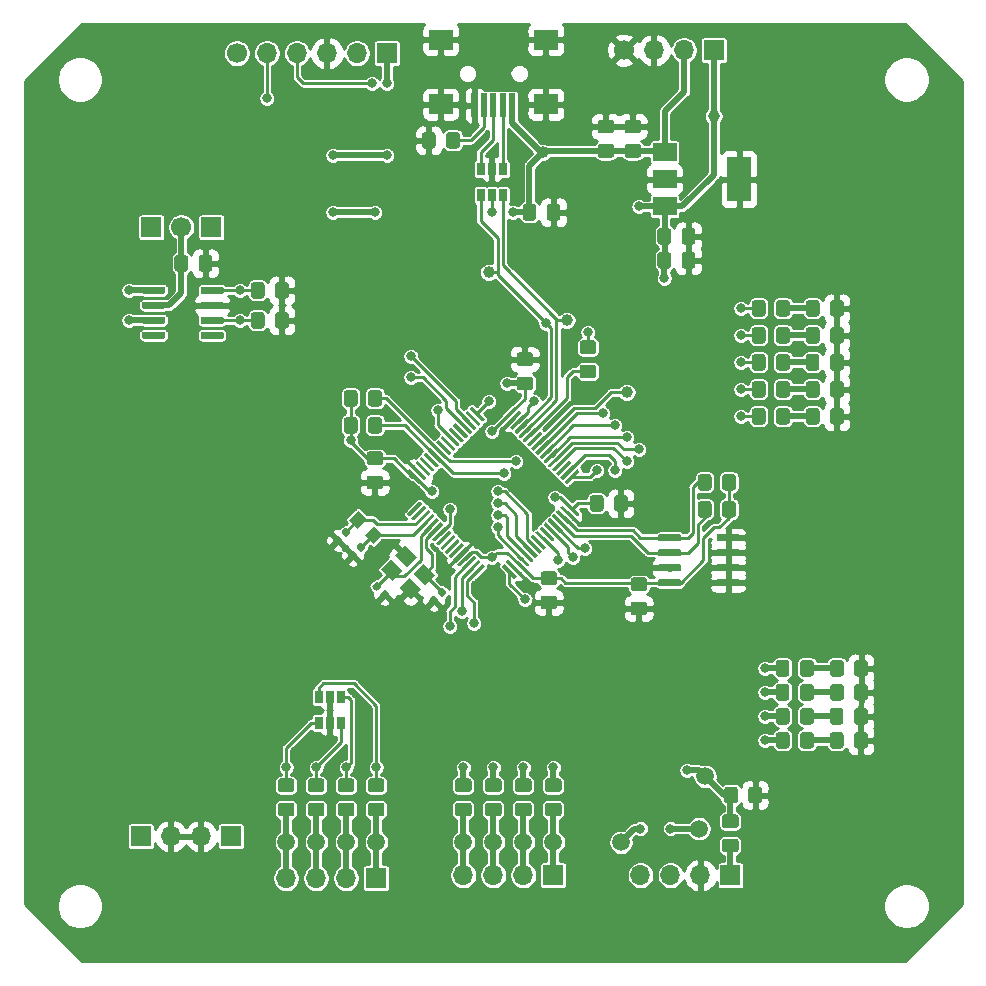
<source format=gtl>
G04 #@! TF.GenerationSoftware,KiCad,Pcbnew,(5.1.5)-2*
G04 #@! TF.CreationDate,2021-12-27T14:55:15+01:00*
G04 #@! TF.ProjectId,STM32_MULTIPROTOCOL,53544d33-325f-44d5-954c-544950524f54,rev?*
G04 #@! TF.SameCoordinates,Original*
G04 #@! TF.FileFunction,Copper,L1,Top*
G04 #@! TF.FilePolarity,Positive*
%FSLAX46Y46*%
G04 Gerber Fmt 4.6, Leading zero omitted, Abs format (unit mm)*
G04 Created by KiCad (PCBNEW (5.1.5)-2) date 2021-12-27 14:55:15*
%MOMM*%
%LPD*%
G04 APERTURE LIST*
%ADD10C,1.500000*%
%ADD11C,1.000000*%
%ADD12C,0.100000*%
%ADD13R,0.650000X1.060000*%
%ADD14R,1.700000X1.700000*%
%ADD15C,1.700000*%
%ADD16O,1.700000X1.700000*%
%ADD17R,2.000000X1.500000*%
%ADD18R,2.000000X3.800000*%
%ADD19R,2.000000X1.700000*%
%ADD20R,0.500000X2.000000*%
%ADD21C,0.800000*%
%ADD22C,0.250000*%
%ADD23C,0.500000*%
%ADD24C,0.254000*%
G04 APERTURE END LIST*
D10*
X177912000Y-124008000D03*
D11*
X171308000Y-91496000D03*
D10*
X177404000Y-128444000D03*
X170800000Y-129596000D03*
X162545000Y-129596000D03*
X165080000Y-129596000D03*
X160005000Y-129596000D03*
X157465000Y-129596000D03*
X150099000Y-129596000D03*
X147559000Y-129596000D03*
X145019000Y-129596000D03*
X142479000Y-129596000D03*
G04 #@! TA.AperFunction,SMDPad,CuDef*
D12*
G36*
X175768703Y-107325722D02*
G01*
X175783264Y-107327882D01*
X175797543Y-107331459D01*
X175811403Y-107336418D01*
X175824710Y-107342712D01*
X175837336Y-107350280D01*
X175849159Y-107359048D01*
X175860066Y-107368934D01*
X175869952Y-107379841D01*
X175878720Y-107391664D01*
X175886288Y-107404290D01*
X175892582Y-107417597D01*
X175897541Y-107431457D01*
X175901118Y-107445736D01*
X175903278Y-107460297D01*
X175904000Y-107475000D01*
X175904000Y-107775000D01*
X175903278Y-107789703D01*
X175901118Y-107804264D01*
X175897541Y-107818543D01*
X175892582Y-107832403D01*
X175886288Y-107845710D01*
X175878720Y-107858336D01*
X175869952Y-107870159D01*
X175860066Y-107881066D01*
X175849159Y-107890952D01*
X175837336Y-107899720D01*
X175824710Y-107907288D01*
X175811403Y-107913582D01*
X175797543Y-107918541D01*
X175783264Y-107922118D01*
X175768703Y-107924278D01*
X175754000Y-107925000D01*
X174104000Y-107925000D01*
X174089297Y-107924278D01*
X174074736Y-107922118D01*
X174060457Y-107918541D01*
X174046597Y-107913582D01*
X174033290Y-107907288D01*
X174020664Y-107899720D01*
X174008841Y-107890952D01*
X173997934Y-107881066D01*
X173988048Y-107870159D01*
X173979280Y-107858336D01*
X173971712Y-107845710D01*
X173965418Y-107832403D01*
X173960459Y-107818543D01*
X173956882Y-107804264D01*
X173954722Y-107789703D01*
X173954000Y-107775000D01*
X173954000Y-107475000D01*
X173954722Y-107460297D01*
X173956882Y-107445736D01*
X173960459Y-107431457D01*
X173965418Y-107417597D01*
X173971712Y-107404290D01*
X173979280Y-107391664D01*
X173988048Y-107379841D01*
X173997934Y-107368934D01*
X174008841Y-107359048D01*
X174020664Y-107350280D01*
X174033290Y-107342712D01*
X174046597Y-107336418D01*
X174060457Y-107331459D01*
X174074736Y-107327882D01*
X174089297Y-107325722D01*
X174104000Y-107325000D01*
X175754000Y-107325000D01*
X175768703Y-107325722D01*
G37*
G04 #@! TD.AperFunction*
G04 #@! TA.AperFunction,SMDPad,CuDef*
G36*
X175768703Y-106055722D02*
G01*
X175783264Y-106057882D01*
X175797543Y-106061459D01*
X175811403Y-106066418D01*
X175824710Y-106072712D01*
X175837336Y-106080280D01*
X175849159Y-106089048D01*
X175860066Y-106098934D01*
X175869952Y-106109841D01*
X175878720Y-106121664D01*
X175886288Y-106134290D01*
X175892582Y-106147597D01*
X175897541Y-106161457D01*
X175901118Y-106175736D01*
X175903278Y-106190297D01*
X175904000Y-106205000D01*
X175904000Y-106505000D01*
X175903278Y-106519703D01*
X175901118Y-106534264D01*
X175897541Y-106548543D01*
X175892582Y-106562403D01*
X175886288Y-106575710D01*
X175878720Y-106588336D01*
X175869952Y-106600159D01*
X175860066Y-106611066D01*
X175849159Y-106620952D01*
X175837336Y-106629720D01*
X175824710Y-106637288D01*
X175811403Y-106643582D01*
X175797543Y-106648541D01*
X175783264Y-106652118D01*
X175768703Y-106654278D01*
X175754000Y-106655000D01*
X174104000Y-106655000D01*
X174089297Y-106654278D01*
X174074736Y-106652118D01*
X174060457Y-106648541D01*
X174046597Y-106643582D01*
X174033290Y-106637288D01*
X174020664Y-106629720D01*
X174008841Y-106620952D01*
X173997934Y-106611066D01*
X173988048Y-106600159D01*
X173979280Y-106588336D01*
X173971712Y-106575710D01*
X173965418Y-106562403D01*
X173960459Y-106548543D01*
X173956882Y-106534264D01*
X173954722Y-106519703D01*
X173954000Y-106505000D01*
X173954000Y-106205000D01*
X173954722Y-106190297D01*
X173956882Y-106175736D01*
X173960459Y-106161457D01*
X173965418Y-106147597D01*
X173971712Y-106134290D01*
X173979280Y-106121664D01*
X173988048Y-106109841D01*
X173997934Y-106098934D01*
X174008841Y-106089048D01*
X174020664Y-106080280D01*
X174033290Y-106072712D01*
X174046597Y-106066418D01*
X174060457Y-106061459D01*
X174074736Y-106057882D01*
X174089297Y-106055722D01*
X174104000Y-106055000D01*
X175754000Y-106055000D01*
X175768703Y-106055722D01*
G37*
G04 #@! TD.AperFunction*
G04 #@! TA.AperFunction,SMDPad,CuDef*
G36*
X175768703Y-104785722D02*
G01*
X175783264Y-104787882D01*
X175797543Y-104791459D01*
X175811403Y-104796418D01*
X175824710Y-104802712D01*
X175837336Y-104810280D01*
X175849159Y-104819048D01*
X175860066Y-104828934D01*
X175869952Y-104839841D01*
X175878720Y-104851664D01*
X175886288Y-104864290D01*
X175892582Y-104877597D01*
X175897541Y-104891457D01*
X175901118Y-104905736D01*
X175903278Y-104920297D01*
X175904000Y-104935000D01*
X175904000Y-105235000D01*
X175903278Y-105249703D01*
X175901118Y-105264264D01*
X175897541Y-105278543D01*
X175892582Y-105292403D01*
X175886288Y-105305710D01*
X175878720Y-105318336D01*
X175869952Y-105330159D01*
X175860066Y-105341066D01*
X175849159Y-105350952D01*
X175837336Y-105359720D01*
X175824710Y-105367288D01*
X175811403Y-105373582D01*
X175797543Y-105378541D01*
X175783264Y-105382118D01*
X175768703Y-105384278D01*
X175754000Y-105385000D01*
X174104000Y-105385000D01*
X174089297Y-105384278D01*
X174074736Y-105382118D01*
X174060457Y-105378541D01*
X174046597Y-105373582D01*
X174033290Y-105367288D01*
X174020664Y-105359720D01*
X174008841Y-105350952D01*
X173997934Y-105341066D01*
X173988048Y-105330159D01*
X173979280Y-105318336D01*
X173971712Y-105305710D01*
X173965418Y-105292403D01*
X173960459Y-105278543D01*
X173956882Y-105264264D01*
X173954722Y-105249703D01*
X173954000Y-105235000D01*
X173954000Y-104935000D01*
X173954722Y-104920297D01*
X173956882Y-104905736D01*
X173960459Y-104891457D01*
X173965418Y-104877597D01*
X173971712Y-104864290D01*
X173979280Y-104851664D01*
X173988048Y-104839841D01*
X173997934Y-104828934D01*
X174008841Y-104819048D01*
X174020664Y-104810280D01*
X174033290Y-104802712D01*
X174046597Y-104796418D01*
X174060457Y-104791459D01*
X174074736Y-104787882D01*
X174089297Y-104785722D01*
X174104000Y-104785000D01*
X175754000Y-104785000D01*
X175768703Y-104785722D01*
G37*
G04 #@! TD.AperFunction*
G04 #@! TA.AperFunction,SMDPad,CuDef*
G36*
X175768703Y-103515722D02*
G01*
X175783264Y-103517882D01*
X175797543Y-103521459D01*
X175811403Y-103526418D01*
X175824710Y-103532712D01*
X175837336Y-103540280D01*
X175849159Y-103549048D01*
X175860066Y-103558934D01*
X175869952Y-103569841D01*
X175878720Y-103581664D01*
X175886288Y-103594290D01*
X175892582Y-103607597D01*
X175897541Y-103621457D01*
X175901118Y-103635736D01*
X175903278Y-103650297D01*
X175904000Y-103665000D01*
X175904000Y-103965000D01*
X175903278Y-103979703D01*
X175901118Y-103994264D01*
X175897541Y-104008543D01*
X175892582Y-104022403D01*
X175886288Y-104035710D01*
X175878720Y-104048336D01*
X175869952Y-104060159D01*
X175860066Y-104071066D01*
X175849159Y-104080952D01*
X175837336Y-104089720D01*
X175824710Y-104097288D01*
X175811403Y-104103582D01*
X175797543Y-104108541D01*
X175783264Y-104112118D01*
X175768703Y-104114278D01*
X175754000Y-104115000D01*
X174104000Y-104115000D01*
X174089297Y-104114278D01*
X174074736Y-104112118D01*
X174060457Y-104108541D01*
X174046597Y-104103582D01*
X174033290Y-104097288D01*
X174020664Y-104089720D01*
X174008841Y-104080952D01*
X173997934Y-104071066D01*
X173988048Y-104060159D01*
X173979280Y-104048336D01*
X173971712Y-104035710D01*
X173965418Y-104022403D01*
X173960459Y-104008543D01*
X173956882Y-103994264D01*
X173954722Y-103979703D01*
X173954000Y-103965000D01*
X173954000Y-103665000D01*
X173954722Y-103650297D01*
X173956882Y-103635736D01*
X173960459Y-103621457D01*
X173965418Y-103607597D01*
X173971712Y-103594290D01*
X173979280Y-103581664D01*
X173988048Y-103569841D01*
X173997934Y-103558934D01*
X174008841Y-103549048D01*
X174020664Y-103540280D01*
X174033290Y-103532712D01*
X174046597Y-103526418D01*
X174060457Y-103521459D01*
X174074736Y-103517882D01*
X174089297Y-103515722D01*
X174104000Y-103515000D01*
X175754000Y-103515000D01*
X175768703Y-103515722D01*
G37*
G04 #@! TD.AperFunction*
G04 #@! TA.AperFunction,SMDPad,CuDef*
G36*
X180718703Y-103515722D02*
G01*
X180733264Y-103517882D01*
X180747543Y-103521459D01*
X180761403Y-103526418D01*
X180774710Y-103532712D01*
X180787336Y-103540280D01*
X180799159Y-103549048D01*
X180810066Y-103558934D01*
X180819952Y-103569841D01*
X180828720Y-103581664D01*
X180836288Y-103594290D01*
X180842582Y-103607597D01*
X180847541Y-103621457D01*
X180851118Y-103635736D01*
X180853278Y-103650297D01*
X180854000Y-103665000D01*
X180854000Y-103965000D01*
X180853278Y-103979703D01*
X180851118Y-103994264D01*
X180847541Y-104008543D01*
X180842582Y-104022403D01*
X180836288Y-104035710D01*
X180828720Y-104048336D01*
X180819952Y-104060159D01*
X180810066Y-104071066D01*
X180799159Y-104080952D01*
X180787336Y-104089720D01*
X180774710Y-104097288D01*
X180761403Y-104103582D01*
X180747543Y-104108541D01*
X180733264Y-104112118D01*
X180718703Y-104114278D01*
X180704000Y-104115000D01*
X179054000Y-104115000D01*
X179039297Y-104114278D01*
X179024736Y-104112118D01*
X179010457Y-104108541D01*
X178996597Y-104103582D01*
X178983290Y-104097288D01*
X178970664Y-104089720D01*
X178958841Y-104080952D01*
X178947934Y-104071066D01*
X178938048Y-104060159D01*
X178929280Y-104048336D01*
X178921712Y-104035710D01*
X178915418Y-104022403D01*
X178910459Y-104008543D01*
X178906882Y-103994264D01*
X178904722Y-103979703D01*
X178904000Y-103965000D01*
X178904000Y-103665000D01*
X178904722Y-103650297D01*
X178906882Y-103635736D01*
X178910459Y-103621457D01*
X178915418Y-103607597D01*
X178921712Y-103594290D01*
X178929280Y-103581664D01*
X178938048Y-103569841D01*
X178947934Y-103558934D01*
X178958841Y-103549048D01*
X178970664Y-103540280D01*
X178983290Y-103532712D01*
X178996597Y-103526418D01*
X179010457Y-103521459D01*
X179024736Y-103517882D01*
X179039297Y-103515722D01*
X179054000Y-103515000D01*
X180704000Y-103515000D01*
X180718703Y-103515722D01*
G37*
G04 #@! TD.AperFunction*
G04 #@! TA.AperFunction,SMDPad,CuDef*
G36*
X180718703Y-104785722D02*
G01*
X180733264Y-104787882D01*
X180747543Y-104791459D01*
X180761403Y-104796418D01*
X180774710Y-104802712D01*
X180787336Y-104810280D01*
X180799159Y-104819048D01*
X180810066Y-104828934D01*
X180819952Y-104839841D01*
X180828720Y-104851664D01*
X180836288Y-104864290D01*
X180842582Y-104877597D01*
X180847541Y-104891457D01*
X180851118Y-104905736D01*
X180853278Y-104920297D01*
X180854000Y-104935000D01*
X180854000Y-105235000D01*
X180853278Y-105249703D01*
X180851118Y-105264264D01*
X180847541Y-105278543D01*
X180842582Y-105292403D01*
X180836288Y-105305710D01*
X180828720Y-105318336D01*
X180819952Y-105330159D01*
X180810066Y-105341066D01*
X180799159Y-105350952D01*
X180787336Y-105359720D01*
X180774710Y-105367288D01*
X180761403Y-105373582D01*
X180747543Y-105378541D01*
X180733264Y-105382118D01*
X180718703Y-105384278D01*
X180704000Y-105385000D01*
X179054000Y-105385000D01*
X179039297Y-105384278D01*
X179024736Y-105382118D01*
X179010457Y-105378541D01*
X178996597Y-105373582D01*
X178983290Y-105367288D01*
X178970664Y-105359720D01*
X178958841Y-105350952D01*
X178947934Y-105341066D01*
X178938048Y-105330159D01*
X178929280Y-105318336D01*
X178921712Y-105305710D01*
X178915418Y-105292403D01*
X178910459Y-105278543D01*
X178906882Y-105264264D01*
X178904722Y-105249703D01*
X178904000Y-105235000D01*
X178904000Y-104935000D01*
X178904722Y-104920297D01*
X178906882Y-104905736D01*
X178910459Y-104891457D01*
X178915418Y-104877597D01*
X178921712Y-104864290D01*
X178929280Y-104851664D01*
X178938048Y-104839841D01*
X178947934Y-104828934D01*
X178958841Y-104819048D01*
X178970664Y-104810280D01*
X178983290Y-104802712D01*
X178996597Y-104796418D01*
X179010457Y-104791459D01*
X179024736Y-104787882D01*
X179039297Y-104785722D01*
X179054000Y-104785000D01*
X180704000Y-104785000D01*
X180718703Y-104785722D01*
G37*
G04 #@! TD.AperFunction*
G04 #@! TA.AperFunction,SMDPad,CuDef*
G36*
X180718703Y-106055722D02*
G01*
X180733264Y-106057882D01*
X180747543Y-106061459D01*
X180761403Y-106066418D01*
X180774710Y-106072712D01*
X180787336Y-106080280D01*
X180799159Y-106089048D01*
X180810066Y-106098934D01*
X180819952Y-106109841D01*
X180828720Y-106121664D01*
X180836288Y-106134290D01*
X180842582Y-106147597D01*
X180847541Y-106161457D01*
X180851118Y-106175736D01*
X180853278Y-106190297D01*
X180854000Y-106205000D01*
X180854000Y-106505000D01*
X180853278Y-106519703D01*
X180851118Y-106534264D01*
X180847541Y-106548543D01*
X180842582Y-106562403D01*
X180836288Y-106575710D01*
X180828720Y-106588336D01*
X180819952Y-106600159D01*
X180810066Y-106611066D01*
X180799159Y-106620952D01*
X180787336Y-106629720D01*
X180774710Y-106637288D01*
X180761403Y-106643582D01*
X180747543Y-106648541D01*
X180733264Y-106652118D01*
X180718703Y-106654278D01*
X180704000Y-106655000D01*
X179054000Y-106655000D01*
X179039297Y-106654278D01*
X179024736Y-106652118D01*
X179010457Y-106648541D01*
X178996597Y-106643582D01*
X178983290Y-106637288D01*
X178970664Y-106629720D01*
X178958841Y-106620952D01*
X178947934Y-106611066D01*
X178938048Y-106600159D01*
X178929280Y-106588336D01*
X178921712Y-106575710D01*
X178915418Y-106562403D01*
X178910459Y-106548543D01*
X178906882Y-106534264D01*
X178904722Y-106519703D01*
X178904000Y-106505000D01*
X178904000Y-106205000D01*
X178904722Y-106190297D01*
X178906882Y-106175736D01*
X178910459Y-106161457D01*
X178915418Y-106147597D01*
X178921712Y-106134290D01*
X178929280Y-106121664D01*
X178938048Y-106109841D01*
X178947934Y-106098934D01*
X178958841Y-106089048D01*
X178970664Y-106080280D01*
X178983290Y-106072712D01*
X178996597Y-106066418D01*
X179010457Y-106061459D01*
X179024736Y-106057882D01*
X179039297Y-106055722D01*
X179054000Y-106055000D01*
X180704000Y-106055000D01*
X180718703Y-106055722D01*
G37*
G04 #@! TD.AperFunction*
G04 #@! TA.AperFunction,SMDPad,CuDef*
G36*
X180718703Y-107325722D02*
G01*
X180733264Y-107327882D01*
X180747543Y-107331459D01*
X180761403Y-107336418D01*
X180774710Y-107342712D01*
X180787336Y-107350280D01*
X180799159Y-107359048D01*
X180810066Y-107368934D01*
X180819952Y-107379841D01*
X180828720Y-107391664D01*
X180836288Y-107404290D01*
X180842582Y-107417597D01*
X180847541Y-107431457D01*
X180851118Y-107445736D01*
X180853278Y-107460297D01*
X180854000Y-107475000D01*
X180854000Y-107775000D01*
X180853278Y-107789703D01*
X180851118Y-107804264D01*
X180847541Y-107818543D01*
X180842582Y-107832403D01*
X180836288Y-107845710D01*
X180828720Y-107858336D01*
X180819952Y-107870159D01*
X180810066Y-107881066D01*
X180799159Y-107890952D01*
X180787336Y-107899720D01*
X180774710Y-107907288D01*
X180761403Y-107913582D01*
X180747543Y-107918541D01*
X180733264Y-107922118D01*
X180718703Y-107924278D01*
X180704000Y-107925000D01*
X179054000Y-107925000D01*
X179039297Y-107924278D01*
X179024736Y-107922118D01*
X179010457Y-107918541D01*
X178996597Y-107913582D01*
X178983290Y-107907288D01*
X178970664Y-107899720D01*
X178958841Y-107890952D01*
X178947934Y-107881066D01*
X178938048Y-107870159D01*
X178929280Y-107858336D01*
X178921712Y-107845710D01*
X178915418Y-107832403D01*
X178910459Y-107818543D01*
X178906882Y-107804264D01*
X178904722Y-107789703D01*
X178904000Y-107775000D01*
X178904000Y-107475000D01*
X178904722Y-107460297D01*
X178906882Y-107445736D01*
X178910459Y-107431457D01*
X178915418Y-107417597D01*
X178921712Y-107404290D01*
X178929280Y-107391664D01*
X178938048Y-107379841D01*
X178947934Y-107368934D01*
X178958841Y-107359048D01*
X178970664Y-107350280D01*
X178983290Y-107342712D01*
X178996597Y-107336418D01*
X179010457Y-107331459D01*
X179024736Y-107327882D01*
X179039297Y-107325722D01*
X179054000Y-107325000D01*
X180704000Y-107325000D01*
X180718703Y-107325722D01*
G37*
G04 #@! TD.AperFunction*
G04 #@! TA.AperFunction,SMDPad,CuDef*
G36*
X172798505Y-109219204D02*
G01*
X172822773Y-109222804D01*
X172846572Y-109228765D01*
X172869671Y-109237030D01*
X172891850Y-109247520D01*
X172912893Y-109260132D01*
X172932599Y-109274747D01*
X172950777Y-109291223D01*
X172967253Y-109309401D01*
X172981868Y-109329107D01*
X172994480Y-109350150D01*
X173004970Y-109372329D01*
X173013235Y-109395428D01*
X173019196Y-109419227D01*
X173022796Y-109443495D01*
X173024000Y-109467999D01*
X173024000Y-110118001D01*
X173022796Y-110142505D01*
X173019196Y-110166773D01*
X173013235Y-110190572D01*
X173004970Y-110213671D01*
X172994480Y-110235850D01*
X172981868Y-110256893D01*
X172967253Y-110276599D01*
X172950777Y-110294777D01*
X172932599Y-110311253D01*
X172912893Y-110325868D01*
X172891850Y-110338480D01*
X172869671Y-110348970D01*
X172846572Y-110357235D01*
X172822773Y-110363196D01*
X172798505Y-110366796D01*
X172774001Y-110368000D01*
X171873999Y-110368000D01*
X171849495Y-110366796D01*
X171825227Y-110363196D01*
X171801428Y-110357235D01*
X171778329Y-110348970D01*
X171756150Y-110338480D01*
X171735107Y-110325868D01*
X171715401Y-110311253D01*
X171697223Y-110294777D01*
X171680747Y-110276599D01*
X171666132Y-110256893D01*
X171653520Y-110235850D01*
X171643030Y-110213671D01*
X171634765Y-110190572D01*
X171628804Y-110166773D01*
X171625204Y-110142505D01*
X171624000Y-110118001D01*
X171624000Y-109467999D01*
X171625204Y-109443495D01*
X171628804Y-109419227D01*
X171634765Y-109395428D01*
X171643030Y-109372329D01*
X171653520Y-109350150D01*
X171666132Y-109329107D01*
X171680747Y-109309401D01*
X171697223Y-109291223D01*
X171715401Y-109274747D01*
X171735107Y-109260132D01*
X171756150Y-109247520D01*
X171778329Y-109237030D01*
X171801428Y-109228765D01*
X171825227Y-109222804D01*
X171849495Y-109219204D01*
X171873999Y-109218000D01*
X172774001Y-109218000D01*
X172798505Y-109219204D01*
G37*
G04 #@! TD.AperFunction*
G04 #@! TA.AperFunction,SMDPad,CuDef*
G36*
X172798505Y-107169204D02*
G01*
X172822773Y-107172804D01*
X172846572Y-107178765D01*
X172869671Y-107187030D01*
X172891850Y-107197520D01*
X172912893Y-107210132D01*
X172932599Y-107224747D01*
X172950777Y-107241223D01*
X172967253Y-107259401D01*
X172981868Y-107279107D01*
X172994480Y-107300150D01*
X173004970Y-107322329D01*
X173013235Y-107345428D01*
X173019196Y-107369227D01*
X173022796Y-107393495D01*
X173024000Y-107417999D01*
X173024000Y-108068001D01*
X173022796Y-108092505D01*
X173019196Y-108116773D01*
X173013235Y-108140572D01*
X173004970Y-108163671D01*
X172994480Y-108185850D01*
X172981868Y-108206893D01*
X172967253Y-108226599D01*
X172950777Y-108244777D01*
X172932599Y-108261253D01*
X172912893Y-108275868D01*
X172891850Y-108288480D01*
X172869671Y-108298970D01*
X172846572Y-108307235D01*
X172822773Y-108313196D01*
X172798505Y-108316796D01*
X172774001Y-108318000D01*
X171873999Y-108318000D01*
X171849495Y-108316796D01*
X171825227Y-108313196D01*
X171801428Y-108307235D01*
X171778329Y-108298970D01*
X171756150Y-108288480D01*
X171735107Y-108275868D01*
X171715401Y-108261253D01*
X171697223Y-108244777D01*
X171680747Y-108226599D01*
X171666132Y-108206893D01*
X171653520Y-108185850D01*
X171643030Y-108163671D01*
X171634765Y-108140572D01*
X171628804Y-108116773D01*
X171625204Y-108092505D01*
X171624000Y-108068001D01*
X171624000Y-107417999D01*
X171625204Y-107393495D01*
X171628804Y-107369227D01*
X171634765Y-107345428D01*
X171643030Y-107322329D01*
X171653520Y-107300150D01*
X171666132Y-107279107D01*
X171680747Y-107259401D01*
X171697223Y-107241223D01*
X171715401Y-107224747D01*
X171735107Y-107210132D01*
X171756150Y-107197520D01*
X171778329Y-107187030D01*
X171801428Y-107178765D01*
X171825227Y-107172804D01*
X171849495Y-107169204D01*
X171873999Y-107168000D01*
X172774001Y-107168000D01*
X172798505Y-107169204D01*
G37*
G04 #@! TD.AperFunction*
G04 #@! TA.AperFunction,SMDPad,CuDef*
G36*
X178252505Y-100703204D02*
G01*
X178276773Y-100706804D01*
X178300572Y-100712765D01*
X178323671Y-100721030D01*
X178345850Y-100731520D01*
X178366893Y-100744132D01*
X178386599Y-100758747D01*
X178404777Y-100775223D01*
X178421253Y-100793401D01*
X178435868Y-100813107D01*
X178448480Y-100834150D01*
X178458970Y-100856329D01*
X178467235Y-100879428D01*
X178473196Y-100903227D01*
X178476796Y-100927495D01*
X178478000Y-100951999D01*
X178478000Y-101852001D01*
X178476796Y-101876505D01*
X178473196Y-101900773D01*
X178467235Y-101924572D01*
X178458970Y-101947671D01*
X178448480Y-101969850D01*
X178435868Y-101990893D01*
X178421253Y-102010599D01*
X178404777Y-102028777D01*
X178386599Y-102045253D01*
X178366893Y-102059868D01*
X178345850Y-102072480D01*
X178323671Y-102082970D01*
X178300572Y-102091235D01*
X178276773Y-102097196D01*
X178252505Y-102100796D01*
X178228001Y-102102000D01*
X177577999Y-102102000D01*
X177553495Y-102100796D01*
X177529227Y-102097196D01*
X177505428Y-102091235D01*
X177482329Y-102082970D01*
X177460150Y-102072480D01*
X177439107Y-102059868D01*
X177419401Y-102045253D01*
X177401223Y-102028777D01*
X177384747Y-102010599D01*
X177370132Y-101990893D01*
X177357520Y-101969850D01*
X177347030Y-101947671D01*
X177338765Y-101924572D01*
X177332804Y-101900773D01*
X177329204Y-101876505D01*
X177328000Y-101852001D01*
X177328000Y-100951999D01*
X177329204Y-100927495D01*
X177332804Y-100903227D01*
X177338765Y-100879428D01*
X177347030Y-100856329D01*
X177357520Y-100834150D01*
X177370132Y-100813107D01*
X177384747Y-100793401D01*
X177401223Y-100775223D01*
X177419401Y-100758747D01*
X177439107Y-100744132D01*
X177460150Y-100731520D01*
X177482329Y-100721030D01*
X177505428Y-100712765D01*
X177529227Y-100706804D01*
X177553495Y-100703204D01*
X177577999Y-100702000D01*
X178228001Y-100702000D01*
X178252505Y-100703204D01*
G37*
G04 #@! TD.AperFunction*
G04 #@! TA.AperFunction,SMDPad,CuDef*
G36*
X180302505Y-100703204D02*
G01*
X180326773Y-100706804D01*
X180350572Y-100712765D01*
X180373671Y-100721030D01*
X180395850Y-100731520D01*
X180416893Y-100744132D01*
X180436599Y-100758747D01*
X180454777Y-100775223D01*
X180471253Y-100793401D01*
X180485868Y-100813107D01*
X180498480Y-100834150D01*
X180508970Y-100856329D01*
X180517235Y-100879428D01*
X180523196Y-100903227D01*
X180526796Y-100927495D01*
X180528000Y-100951999D01*
X180528000Y-101852001D01*
X180526796Y-101876505D01*
X180523196Y-101900773D01*
X180517235Y-101924572D01*
X180508970Y-101947671D01*
X180498480Y-101969850D01*
X180485868Y-101990893D01*
X180471253Y-102010599D01*
X180454777Y-102028777D01*
X180436599Y-102045253D01*
X180416893Y-102059868D01*
X180395850Y-102072480D01*
X180373671Y-102082970D01*
X180350572Y-102091235D01*
X180326773Y-102097196D01*
X180302505Y-102100796D01*
X180278001Y-102102000D01*
X179627999Y-102102000D01*
X179603495Y-102100796D01*
X179579227Y-102097196D01*
X179555428Y-102091235D01*
X179532329Y-102082970D01*
X179510150Y-102072480D01*
X179489107Y-102059868D01*
X179469401Y-102045253D01*
X179451223Y-102028777D01*
X179434747Y-102010599D01*
X179420132Y-101990893D01*
X179407520Y-101969850D01*
X179397030Y-101947671D01*
X179388765Y-101924572D01*
X179382804Y-101900773D01*
X179379204Y-101876505D01*
X179378000Y-101852001D01*
X179378000Y-100951999D01*
X179379204Y-100927495D01*
X179382804Y-100903227D01*
X179388765Y-100879428D01*
X179397030Y-100856329D01*
X179407520Y-100834150D01*
X179420132Y-100813107D01*
X179434747Y-100793401D01*
X179451223Y-100775223D01*
X179469401Y-100758747D01*
X179489107Y-100744132D01*
X179510150Y-100731520D01*
X179532329Y-100721030D01*
X179555428Y-100712765D01*
X179579227Y-100706804D01*
X179603495Y-100703204D01*
X179627999Y-100702000D01*
X180278001Y-100702000D01*
X180302505Y-100703204D01*
G37*
G04 #@! TD.AperFunction*
G04 #@! TA.AperFunction,SMDPad,CuDef*
G36*
X178252505Y-98417204D02*
G01*
X178276773Y-98420804D01*
X178300572Y-98426765D01*
X178323671Y-98435030D01*
X178345850Y-98445520D01*
X178366893Y-98458132D01*
X178386599Y-98472747D01*
X178404777Y-98489223D01*
X178421253Y-98507401D01*
X178435868Y-98527107D01*
X178448480Y-98548150D01*
X178458970Y-98570329D01*
X178467235Y-98593428D01*
X178473196Y-98617227D01*
X178476796Y-98641495D01*
X178478000Y-98665999D01*
X178478000Y-99566001D01*
X178476796Y-99590505D01*
X178473196Y-99614773D01*
X178467235Y-99638572D01*
X178458970Y-99661671D01*
X178448480Y-99683850D01*
X178435868Y-99704893D01*
X178421253Y-99724599D01*
X178404777Y-99742777D01*
X178386599Y-99759253D01*
X178366893Y-99773868D01*
X178345850Y-99786480D01*
X178323671Y-99796970D01*
X178300572Y-99805235D01*
X178276773Y-99811196D01*
X178252505Y-99814796D01*
X178228001Y-99816000D01*
X177577999Y-99816000D01*
X177553495Y-99814796D01*
X177529227Y-99811196D01*
X177505428Y-99805235D01*
X177482329Y-99796970D01*
X177460150Y-99786480D01*
X177439107Y-99773868D01*
X177419401Y-99759253D01*
X177401223Y-99742777D01*
X177384747Y-99724599D01*
X177370132Y-99704893D01*
X177357520Y-99683850D01*
X177347030Y-99661671D01*
X177338765Y-99638572D01*
X177332804Y-99614773D01*
X177329204Y-99590505D01*
X177328000Y-99566001D01*
X177328000Y-98665999D01*
X177329204Y-98641495D01*
X177332804Y-98617227D01*
X177338765Y-98593428D01*
X177347030Y-98570329D01*
X177357520Y-98548150D01*
X177370132Y-98527107D01*
X177384747Y-98507401D01*
X177401223Y-98489223D01*
X177419401Y-98472747D01*
X177439107Y-98458132D01*
X177460150Y-98445520D01*
X177482329Y-98435030D01*
X177505428Y-98426765D01*
X177529227Y-98420804D01*
X177553495Y-98417204D01*
X177577999Y-98416000D01*
X178228001Y-98416000D01*
X178252505Y-98417204D01*
G37*
G04 #@! TD.AperFunction*
G04 #@! TA.AperFunction,SMDPad,CuDef*
G36*
X180302505Y-98417204D02*
G01*
X180326773Y-98420804D01*
X180350572Y-98426765D01*
X180373671Y-98435030D01*
X180395850Y-98445520D01*
X180416893Y-98458132D01*
X180436599Y-98472747D01*
X180454777Y-98489223D01*
X180471253Y-98507401D01*
X180485868Y-98527107D01*
X180498480Y-98548150D01*
X180508970Y-98570329D01*
X180517235Y-98593428D01*
X180523196Y-98617227D01*
X180526796Y-98641495D01*
X180528000Y-98665999D01*
X180528000Y-99566001D01*
X180526796Y-99590505D01*
X180523196Y-99614773D01*
X180517235Y-99638572D01*
X180508970Y-99661671D01*
X180498480Y-99683850D01*
X180485868Y-99704893D01*
X180471253Y-99724599D01*
X180454777Y-99742777D01*
X180436599Y-99759253D01*
X180416893Y-99773868D01*
X180395850Y-99786480D01*
X180373671Y-99796970D01*
X180350572Y-99805235D01*
X180326773Y-99811196D01*
X180302505Y-99814796D01*
X180278001Y-99816000D01*
X179627999Y-99816000D01*
X179603495Y-99814796D01*
X179579227Y-99811196D01*
X179555428Y-99805235D01*
X179532329Y-99796970D01*
X179510150Y-99786480D01*
X179489107Y-99773868D01*
X179469401Y-99759253D01*
X179451223Y-99742777D01*
X179434747Y-99724599D01*
X179420132Y-99704893D01*
X179407520Y-99683850D01*
X179397030Y-99661671D01*
X179388765Y-99638572D01*
X179382804Y-99614773D01*
X179379204Y-99590505D01*
X179378000Y-99566001D01*
X179378000Y-98665999D01*
X179379204Y-98641495D01*
X179382804Y-98617227D01*
X179388765Y-98593428D01*
X179397030Y-98570329D01*
X179407520Y-98548150D01*
X179420132Y-98527107D01*
X179434747Y-98507401D01*
X179451223Y-98489223D01*
X179469401Y-98472747D01*
X179489107Y-98458132D01*
X179510150Y-98445520D01*
X179532329Y-98435030D01*
X179555428Y-98426765D01*
X179579227Y-98420804D01*
X179603495Y-98417204D01*
X179627999Y-98416000D01*
X180278001Y-98416000D01*
X180302505Y-98417204D01*
G37*
G04 #@! TD.AperFunction*
G04 #@! TA.AperFunction,SMDPad,CuDef*
G36*
X168480505Y-87103204D02*
G01*
X168504773Y-87106804D01*
X168528572Y-87112765D01*
X168551671Y-87121030D01*
X168573850Y-87131520D01*
X168594893Y-87144132D01*
X168614599Y-87158747D01*
X168632777Y-87175223D01*
X168649253Y-87193401D01*
X168663868Y-87213107D01*
X168676480Y-87234150D01*
X168686970Y-87256329D01*
X168695235Y-87279428D01*
X168701196Y-87303227D01*
X168704796Y-87327495D01*
X168706000Y-87351999D01*
X168706000Y-88002001D01*
X168704796Y-88026505D01*
X168701196Y-88050773D01*
X168695235Y-88074572D01*
X168686970Y-88097671D01*
X168676480Y-88119850D01*
X168663868Y-88140893D01*
X168649253Y-88160599D01*
X168632777Y-88178777D01*
X168614599Y-88195253D01*
X168594893Y-88209868D01*
X168573850Y-88222480D01*
X168551671Y-88232970D01*
X168528572Y-88241235D01*
X168504773Y-88247196D01*
X168480505Y-88250796D01*
X168456001Y-88252000D01*
X167555999Y-88252000D01*
X167531495Y-88250796D01*
X167507227Y-88247196D01*
X167483428Y-88241235D01*
X167460329Y-88232970D01*
X167438150Y-88222480D01*
X167417107Y-88209868D01*
X167397401Y-88195253D01*
X167379223Y-88178777D01*
X167362747Y-88160599D01*
X167348132Y-88140893D01*
X167335520Y-88119850D01*
X167325030Y-88097671D01*
X167316765Y-88074572D01*
X167310804Y-88050773D01*
X167307204Y-88026505D01*
X167306000Y-88002001D01*
X167306000Y-87351999D01*
X167307204Y-87327495D01*
X167310804Y-87303227D01*
X167316765Y-87279428D01*
X167325030Y-87256329D01*
X167335520Y-87234150D01*
X167348132Y-87213107D01*
X167362747Y-87193401D01*
X167379223Y-87175223D01*
X167397401Y-87158747D01*
X167417107Y-87144132D01*
X167438150Y-87131520D01*
X167460329Y-87121030D01*
X167483428Y-87112765D01*
X167507227Y-87106804D01*
X167531495Y-87103204D01*
X167555999Y-87102000D01*
X168456001Y-87102000D01*
X168480505Y-87103204D01*
G37*
G04 #@! TD.AperFunction*
G04 #@! TA.AperFunction,SMDPad,CuDef*
G36*
X168480505Y-89153204D02*
G01*
X168504773Y-89156804D01*
X168528572Y-89162765D01*
X168551671Y-89171030D01*
X168573850Y-89181520D01*
X168594893Y-89194132D01*
X168614599Y-89208747D01*
X168632777Y-89225223D01*
X168649253Y-89243401D01*
X168663868Y-89263107D01*
X168676480Y-89284150D01*
X168686970Y-89306329D01*
X168695235Y-89329428D01*
X168701196Y-89353227D01*
X168704796Y-89377495D01*
X168706000Y-89401999D01*
X168706000Y-90052001D01*
X168704796Y-90076505D01*
X168701196Y-90100773D01*
X168695235Y-90124572D01*
X168686970Y-90147671D01*
X168676480Y-90169850D01*
X168663868Y-90190893D01*
X168649253Y-90210599D01*
X168632777Y-90228777D01*
X168614599Y-90245253D01*
X168594893Y-90259868D01*
X168573850Y-90272480D01*
X168551671Y-90282970D01*
X168528572Y-90291235D01*
X168504773Y-90297196D01*
X168480505Y-90300796D01*
X168456001Y-90302000D01*
X167555999Y-90302000D01*
X167531495Y-90300796D01*
X167507227Y-90297196D01*
X167483428Y-90291235D01*
X167460329Y-90282970D01*
X167438150Y-90272480D01*
X167417107Y-90259868D01*
X167397401Y-90245253D01*
X167379223Y-90228777D01*
X167362747Y-90210599D01*
X167348132Y-90190893D01*
X167335520Y-90169850D01*
X167325030Y-90147671D01*
X167316765Y-90124572D01*
X167310804Y-90100773D01*
X167307204Y-90076505D01*
X167306000Y-90052001D01*
X167306000Y-89401999D01*
X167307204Y-89377495D01*
X167310804Y-89353227D01*
X167316765Y-89329428D01*
X167325030Y-89306329D01*
X167335520Y-89284150D01*
X167348132Y-89263107D01*
X167362747Y-89243401D01*
X167379223Y-89225223D01*
X167397401Y-89208747D01*
X167417107Y-89194132D01*
X167438150Y-89181520D01*
X167460329Y-89171030D01*
X167483428Y-89162765D01*
X167507227Y-89156804D01*
X167531495Y-89153204D01*
X167555999Y-89152000D01*
X168456001Y-89152000D01*
X168480505Y-89153204D01*
G37*
G04 #@! TD.AperFunction*
G04 #@! TA.AperFunction,SMDPad,CuDef*
G36*
X149103934Y-103597752D02*
G01*
X149881752Y-102819934D01*
X150624214Y-103562396D01*
X149846396Y-104340214D01*
X149103934Y-103597752D01*
G37*
G04 #@! TD.AperFunction*
G04 #@! TA.AperFunction,SMDPad,CuDef*
G36*
X147795786Y-102289604D02*
G01*
X148573604Y-101511786D01*
X149316066Y-102254248D01*
X148538248Y-103032066D01*
X147795786Y-102289604D01*
G37*
G04 #@! TD.AperFunction*
G04 #@! TA.AperFunction,SMDPad,CuDef*
G36*
X148101833Y-104927883D02*
G01*
X148116151Y-104930007D01*
X148130192Y-104933524D01*
X148143821Y-104938401D01*
X148156906Y-104944590D01*
X148169322Y-104952031D01*
X148180948Y-104960654D01*
X148191673Y-104970375D01*
X148435625Y-105214327D01*
X148445346Y-105225052D01*
X148453969Y-105236678D01*
X148461410Y-105249094D01*
X148467599Y-105262179D01*
X148472476Y-105275808D01*
X148475993Y-105289849D01*
X148478117Y-105304167D01*
X148478827Y-105318625D01*
X148478117Y-105333083D01*
X148475993Y-105347401D01*
X148472476Y-105361442D01*
X148467599Y-105375071D01*
X148461410Y-105388156D01*
X148453969Y-105400572D01*
X148445346Y-105412198D01*
X148435625Y-105422923D01*
X148227029Y-105631519D01*
X148216304Y-105641240D01*
X148204678Y-105649863D01*
X148192262Y-105657304D01*
X148179177Y-105663493D01*
X148165548Y-105668370D01*
X148151507Y-105671887D01*
X148137189Y-105674011D01*
X148122731Y-105674721D01*
X148108273Y-105674011D01*
X148093955Y-105671887D01*
X148079914Y-105668370D01*
X148066285Y-105663493D01*
X148053200Y-105657304D01*
X148040784Y-105649863D01*
X148029158Y-105641240D01*
X148018433Y-105631519D01*
X147774481Y-105387567D01*
X147764760Y-105376842D01*
X147756137Y-105365216D01*
X147748696Y-105352800D01*
X147742507Y-105339715D01*
X147737630Y-105326086D01*
X147734113Y-105312045D01*
X147731989Y-105297727D01*
X147731279Y-105283269D01*
X147731989Y-105268811D01*
X147734113Y-105254493D01*
X147737630Y-105240452D01*
X147742507Y-105226823D01*
X147748696Y-105213738D01*
X147756137Y-105201322D01*
X147764760Y-105189696D01*
X147774481Y-105178971D01*
X147983077Y-104970375D01*
X147993802Y-104960654D01*
X148005428Y-104952031D01*
X148017844Y-104944590D01*
X148030929Y-104938401D01*
X148044558Y-104933524D01*
X148058599Y-104930007D01*
X148072917Y-104927883D01*
X148087375Y-104927173D01*
X148101833Y-104927883D01*
G37*
G04 #@! TD.AperFunction*
G04 #@! TA.AperFunction,SMDPad,CuDef*
G36*
X148787727Y-104241989D02*
G01*
X148802045Y-104244113D01*
X148816086Y-104247630D01*
X148829715Y-104252507D01*
X148842800Y-104258696D01*
X148855216Y-104266137D01*
X148866842Y-104274760D01*
X148877567Y-104284481D01*
X149121519Y-104528433D01*
X149131240Y-104539158D01*
X149139863Y-104550784D01*
X149147304Y-104563200D01*
X149153493Y-104576285D01*
X149158370Y-104589914D01*
X149161887Y-104603955D01*
X149164011Y-104618273D01*
X149164721Y-104632731D01*
X149164011Y-104647189D01*
X149161887Y-104661507D01*
X149158370Y-104675548D01*
X149153493Y-104689177D01*
X149147304Y-104702262D01*
X149139863Y-104714678D01*
X149131240Y-104726304D01*
X149121519Y-104737029D01*
X148912923Y-104945625D01*
X148902198Y-104955346D01*
X148890572Y-104963969D01*
X148878156Y-104971410D01*
X148865071Y-104977599D01*
X148851442Y-104982476D01*
X148837401Y-104985993D01*
X148823083Y-104988117D01*
X148808625Y-104988827D01*
X148794167Y-104988117D01*
X148779849Y-104985993D01*
X148765808Y-104982476D01*
X148752179Y-104977599D01*
X148739094Y-104971410D01*
X148726678Y-104963969D01*
X148715052Y-104955346D01*
X148704327Y-104945625D01*
X148460375Y-104701673D01*
X148450654Y-104690948D01*
X148442031Y-104679322D01*
X148434590Y-104666906D01*
X148428401Y-104653821D01*
X148423524Y-104640192D01*
X148420007Y-104626151D01*
X148417883Y-104611833D01*
X148417173Y-104597375D01*
X148417883Y-104582917D01*
X148420007Y-104568599D01*
X148423524Y-104554558D01*
X148428401Y-104540929D01*
X148434590Y-104527844D01*
X148442031Y-104515428D01*
X148450654Y-104503802D01*
X148460375Y-104493077D01*
X148668971Y-104284481D01*
X148679696Y-104274760D01*
X148691322Y-104266137D01*
X148703738Y-104258696D01*
X148716823Y-104252507D01*
X148730452Y-104247630D01*
X148744493Y-104244113D01*
X148758811Y-104241989D01*
X148773269Y-104241279D01*
X148787727Y-104241989D01*
G37*
G04 #@! TD.AperFunction*
G04 #@! TA.AperFunction,SMDPad,CuDef*
G36*
X146831833Y-103657883D02*
G01*
X146846151Y-103660007D01*
X146860192Y-103663524D01*
X146873821Y-103668401D01*
X146886906Y-103674590D01*
X146899322Y-103682031D01*
X146910948Y-103690654D01*
X146921673Y-103700375D01*
X147165625Y-103944327D01*
X147175346Y-103955052D01*
X147183969Y-103966678D01*
X147191410Y-103979094D01*
X147197599Y-103992179D01*
X147202476Y-104005808D01*
X147205993Y-104019849D01*
X147208117Y-104034167D01*
X147208827Y-104048625D01*
X147208117Y-104063083D01*
X147205993Y-104077401D01*
X147202476Y-104091442D01*
X147197599Y-104105071D01*
X147191410Y-104118156D01*
X147183969Y-104130572D01*
X147175346Y-104142198D01*
X147165625Y-104152923D01*
X146957029Y-104361519D01*
X146946304Y-104371240D01*
X146934678Y-104379863D01*
X146922262Y-104387304D01*
X146909177Y-104393493D01*
X146895548Y-104398370D01*
X146881507Y-104401887D01*
X146867189Y-104404011D01*
X146852731Y-104404721D01*
X146838273Y-104404011D01*
X146823955Y-104401887D01*
X146809914Y-104398370D01*
X146796285Y-104393493D01*
X146783200Y-104387304D01*
X146770784Y-104379863D01*
X146759158Y-104371240D01*
X146748433Y-104361519D01*
X146504481Y-104117567D01*
X146494760Y-104106842D01*
X146486137Y-104095216D01*
X146478696Y-104082800D01*
X146472507Y-104069715D01*
X146467630Y-104056086D01*
X146464113Y-104042045D01*
X146461989Y-104027727D01*
X146461279Y-104013269D01*
X146461989Y-103998811D01*
X146464113Y-103984493D01*
X146467630Y-103970452D01*
X146472507Y-103956823D01*
X146478696Y-103943738D01*
X146486137Y-103931322D01*
X146494760Y-103919696D01*
X146504481Y-103908971D01*
X146713077Y-103700375D01*
X146723802Y-103690654D01*
X146735428Y-103682031D01*
X146747844Y-103674590D01*
X146760929Y-103668401D01*
X146774558Y-103663524D01*
X146788599Y-103660007D01*
X146802917Y-103657883D01*
X146817375Y-103657173D01*
X146831833Y-103657883D01*
G37*
G04 #@! TD.AperFunction*
G04 #@! TA.AperFunction,SMDPad,CuDef*
G36*
X147517727Y-102971989D02*
G01*
X147532045Y-102974113D01*
X147546086Y-102977630D01*
X147559715Y-102982507D01*
X147572800Y-102988696D01*
X147585216Y-102996137D01*
X147596842Y-103004760D01*
X147607567Y-103014481D01*
X147851519Y-103258433D01*
X147861240Y-103269158D01*
X147869863Y-103280784D01*
X147877304Y-103293200D01*
X147883493Y-103306285D01*
X147888370Y-103319914D01*
X147891887Y-103333955D01*
X147894011Y-103348273D01*
X147894721Y-103362731D01*
X147894011Y-103377189D01*
X147891887Y-103391507D01*
X147888370Y-103405548D01*
X147883493Y-103419177D01*
X147877304Y-103432262D01*
X147869863Y-103444678D01*
X147861240Y-103456304D01*
X147851519Y-103467029D01*
X147642923Y-103675625D01*
X147632198Y-103685346D01*
X147620572Y-103693969D01*
X147608156Y-103701410D01*
X147595071Y-103707599D01*
X147581442Y-103712476D01*
X147567401Y-103715993D01*
X147553083Y-103718117D01*
X147538625Y-103718827D01*
X147524167Y-103718117D01*
X147509849Y-103715993D01*
X147495808Y-103712476D01*
X147482179Y-103707599D01*
X147469094Y-103701410D01*
X147456678Y-103693969D01*
X147445052Y-103685346D01*
X147434327Y-103675625D01*
X147190375Y-103431673D01*
X147180654Y-103420948D01*
X147172031Y-103409322D01*
X147164590Y-103396906D01*
X147158401Y-103383821D01*
X147153524Y-103370192D01*
X147150007Y-103356151D01*
X147147883Y-103341833D01*
X147147173Y-103327375D01*
X147147883Y-103312917D01*
X147150007Y-103298599D01*
X147153524Y-103284558D01*
X147158401Y-103270929D01*
X147164590Y-103257844D01*
X147172031Y-103245428D01*
X147180654Y-103233802D01*
X147190375Y-103223077D01*
X147398971Y-103014481D01*
X147409696Y-103004760D01*
X147421322Y-102996137D01*
X147433738Y-102988696D01*
X147446823Y-102982507D01*
X147460452Y-102977630D01*
X147474493Y-102974113D01*
X147488811Y-102971989D01*
X147503269Y-102971279D01*
X147517727Y-102971989D01*
G37*
G04 #@! TD.AperFunction*
G04 #@! TA.AperFunction,SMDPad,CuDef*
G36*
X151669984Y-105286431D02*
G01*
X152518512Y-104437903D01*
X153508462Y-105427853D01*
X152659934Y-106276381D01*
X151669984Y-105286431D01*
G37*
G04 #@! TD.AperFunction*
G04 #@! TA.AperFunction,SMDPad,CuDef*
G36*
X153225619Y-106842066D02*
G01*
X154074147Y-105993538D01*
X155064097Y-106983488D01*
X154215569Y-107832016D01*
X153225619Y-106842066D01*
G37*
G04 #@! TD.AperFunction*
G04 #@! TA.AperFunction,SMDPad,CuDef*
G36*
X152023538Y-108044147D02*
G01*
X152872066Y-107195619D01*
X153862016Y-108185569D01*
X153013488Y-109034097D01*
X152023538Y-108044147D01*
G37*
G04 #@! TD.AperFunction*
G04 #@! TA.AperFunction,SMDPad,CuDef*
G36*
X150467903Y-106488512D02*
G01*
X151316431Y-105639984D01*
X152306381Y-106629934D01*
X151457853Y-107478462D01*
X150467903Y-106488512D01*
G37*
G04 #@! TD.AperFunction*
D13*
X146162000Y-117320000D03*
X145212000Y-117320000D03*
X147112000Y-117320000D03*
X147112000Y-119520000D03*
X146162000Y-119520000D03*
X145212000Y-119520000D03*
X159878000Y-74816000D03*
X160828000Y-74816000D03*
X158928000Y-74816000D03*
X158928000Y-72616000D03*
X159878000Y-72616000D03*
X160828000Y-72616000D03*
D14*
X136129000Y-77526000D03*
D15*
X133589000Y-77526000D03*
D14*
X131049000Y-77526000D03*
X137780000Y-129088000D03*
D16*
X135240000Y-129088000D03*
X132700000Y-129088000D03*
D14*
X130160000Y-129088000D03*
G04 #@! TA.AperFunction,SMDPad,CuDef*
D12*
G36*
X132080703Y-86370722D02*
G01*
X132095264Y-86372882D01*
X132109543Y-86376459D01*
X132123403Y-86381418D01*
X132136710Y-86387712D01*
X132149336Y-86395280D01*
X132161159Y-86404048D01*
X132172066Y-86413934D01*
X132181952Y-86424841D01*
X132190720Y-86436664D01*
X132198288Y-86449290D01*
X132204582Y-86462597D01*
X132209541Y-86476457D01*
X132213118Y-86490736D01*
X132215278Y-86505297D01*
X132216000Y-86520000D01*
X132216000Y-86820000D01*
X132215278Y-86834703D01*
X132213118Y-86849264D01*
X132209541Y-86863543D01*
X132204582Y-86877403D01*
X132198288Y-86890710D01*
X132190720Y-86903336D01*
X132181952Y-86915159D01*
X132172066Y-86926066D01*
X132161159Y-86935952D01*
X132149336Y-86944720D01*
X132136710Y-86952288D01*
X132123403Y-86958582D01*
X132109543Y-86963541D01*
X132095264Y-86967118D01*
X132080703Y-86969278D01*
X132066000Y-86970000D01*
X130416000Y-86970000D01*
X130401297Y-86969278D01*
X130386736Y-86967118D01*
X130372457Y-86963541D01*
X130358597Y-86958582D01*
X130345290Y-86952288D01*
X130332664Y-86944720D01*
X130320841Y-86935952D01*
X130309934Y-86926066D01*
X130300048Y-86915159D01*
X130291280Y-86903336D01*
X130283712Y-86890710D01*
X130277418Y-86877403D01*
X130272459Y-86863543D01*
X130268882Y-86849264D01*
X130266722Y-86834703D01*
X130266000Y-86820000D01*
X130266000Y-86520000D01*
X130266722Y-86505297D01*
X130268882Y-86490736D01*
X130272459Y-86476457D01*
X130277418Y-86462597D01*
X130283712Y-86449290D01*
X130291280Y-86436664D01*
X130300048Y-86424841D01*
X130309934Y-86413934D01*
X130320841Y-86404048D01*
X130332664Y-86395280D01*
X130345290Y-86387712D01*
X130358597Y-86381418D01*
X130372457Y-86376459D01*
X130386736Y-86372882D01*
X130401297Y-86370722D01*
X130416000Y-86370000D01*
X132066000Y-86370000D01*
X132080703Y-86370722D01*
G37*
G04 #@! TD.AperFunction*
G04 #@! TA.AperFunction,SMDPad,CuDef*
G36*
X132080703Y-85100722D02*
G01*
X132095264Y-85102882D01*
X132109543Y-85106459D01*
X132123403Y-85111418D01*
X132136710Y-85117712D01*
X132149336Y-85125280D01*
X132161159Y-85134048D01*
X132172066Y-85143934D01*
X132181952Y-85154841D01*
X132190720Y-85166664D01*
X132198288Y-85179290D01*
X132204582Y-85192597D01*
X132209541Y-85206457D01*
X132213118Y-85220736D01*
X132215278Y-85235297D01*
X132216000Y-85250000D01*
X132216000Y-85550000D01*
X132215278Y-85564703D01*
X132213118Y-85579264D01*
X132209541Y-85593543D01*
X132204582Y-85607403D01*
X132198288Y-85620710D01*
X132190720Y-85633336D01*
X132181952Y-85645159D01*
X132172066Y-85656066D01*
X132161159Y-85665952D01*
X132149336Y-85674720D01*
X132136710Y-85682288D01*
X132123403Y-85688582D01*
X132109543Y-85693541D01*
X132095264Y-85697118D01*
X132080703Y-85699278D01*
X132066000Y-85700000D01*
X130416000Y-85700000D01*
X130401297Y-85699278D01*
X130386736Y-85697118D01*
X130372457Y-85693541D01*
X130358597Y-85688582D01*
X130345290Y-85682288D01*
X130332664Y-85674720D01*
X130320841Y-85665952D01*
X130309934Y-85656066D01*
X130300048Y-85645159D01*
X130291280Y-85633336D01*
X130283712Y-85620710D01*
X130277418Y-85607403D01*
X130272459Y-85593543D01*
X130268882Y-85579264D01*
X130266722Y-85564703D01*
X130266000Y-85550000D01*
X130266000Y-85250000D01*
X130266722Y-85235297D01*
X130268882Y-85220736D01*
X130272459Y-85206457D01*
X130277418Y-85192597D01*
X130283712Y-85179290D01*
X130291280Y-85166664D01*
X130300048Y-85154841D01*
X130309934Y-85143934D01*
X130320841Y-85134048D01*
X130332664Y-85125280D01*
X130345290Y-85117712D01*
X130358597Y-85111418D01*
X130372457Y-85106459D01*
X130386736Y-85102882D01*
X130401297Y-85100722D01*
X130416000Y-85100000D01*
X132066000Y-85100000D01*
X132080703Y-85100722D01*
G37*
G04 #@! TD.AperFunction*
G04 #@! TA.AperFunction,SMDPad,CuDef*
G36*
X132080703Y-83830722D02*
G01*
X132095264Y-83832882D01*
X132109543Y-83836459D01*
X132123403Y-83841418D01*
X132136710Y-83847712D01*
X132149336Y-83855280D01*
X132161159Y-83864048D01*
X132172066Y-83873934D01*
X132181952Y-83884841D01*
X132190720Y-83896664D01*
X132198288Y-83909290D01*
X132204582Y-83922597D01*
X132209541Y-83936457D01*
X132213118Y-83950736D01*
X132215278Y-83965297D01*
X132216000Y-83980000D01*
X132216000Y-84280000D01*
X132215278Y-84294703D01*
X132213118Y-84309264D01*
X132209541Y-84323543D01*
X132204582Y-84337403D01*
X132198288Y-84350710D01*
X132190720Y-84363336D01*
X132181952Y-84375159D01*
X132172066Y-84386066D01*
X132161159Y-84395952D01*
X132149336Y-84404720D01*
X132136710Y-84412288D01*
X132123403Y-84418582D01*
X132109543Y-84423541D01*
X132095264Y-84427118D01*
X132080703Y-84429278D01*
X132066000Y-84430000D01*
X130416000Y-84430000D01*
X130401297Y-84429278D01*
X130386736Y-84427118D01*
X130372457Y-84423541D01*
X130358597Y-84418582D01*
X130345290Y-84412288D01*
X130332664Y-84404720D01*
X130320841Y-84395952D01*
X130309934Y-84386066D01*
X130300048Y-84375159D01*
X130291280Y-84363336D01*
X130283712Y-84350710D01*
X130277418Y-84337403D01*
X130272459Y-84323543D01*
X130268882Y-84309264D01*
X130266722Y-84294703D01*
X130266000Y-84280000D01*
X130266000Y-83980000D01*
X130266722Y-83965297D01*
X130268882Y-83950736D01*
X130272459Y-83936457D01*
X130277418Y-83922597D01*
X130283712Y-83909290D01*
X130291280Y-83896664D01*
X130300048Y-83884841D01*
X130309934Y-83873934D01*
X130320841Y-83864048D01*
X130332664Y-83855280D01*
X130345290Y-83847712D01*
X130358597Y-83841418D01*
X130372457Y-83836459D01*
X130386736Y-83832882D01*
X130401297Y-83830722D01*
X130416000Y-83830000D01*
X132066000Y-83830000D01*
X132080703Y-83830722D01*
G37*
G04 #@! TD.AperFunction*
G04 #@! TA.AperFunction,SMDPad,CuDef*
G36*
X132080703Y-82560722D02*
G01*
X132095264Y-82562882D01*
X132109543Y-82566459D01*
X132123403Y-82571418D01*
X132136710Y-82577712D01*
X132149336Y-82585280D01*
X132161159Y-82594048D01*
X132172066Y-82603934D01*
X132181952Y-82614841D01*
X132190720Y-82626664D01*
X132198288Y-82639290D01*
X132204582Y-82652597D01*
X132209541Y-82666457D01*
X132213118Y-82680736D01*
X132215278Y-82695297D01*
X132216000Y-82710000D01*
X132216000Y-83010000D01*
X132215278Y-83024703D01*
X132213118Y-83039264D01*
X132209541Y-83053543D01*
X132204582Y-83067403D01*
X132198288Y-83080710D01*
X132190720Y-83093336D01*
X132181952Y-83105159D01*
X132172066Y-83116066D01*
X132161159Y-83125952D01*
X132149336Y-83134720D01*
X132136710Y-83142288D01*
X132123403Y-83148582D01*
X132109543Y-83153541D01*
X132095264Y-83157118D01*
X132080703Y-83159278D01*
X132066000Y-83160000D01*
X130416000Y-83160000D01*
X130401297Y-83159278D01*
X130386736Y-83157118D01*
X130372457Y-83153541D01*
X130358597Y-83148582D01*
X130345290Y-83142288D01*
X130332664Y-83134720D01*
X130320841Y-83125952D01*
X130309934Y-83116066D01*
X130300048Y-83105159D01*
X130291280Y-83093336D01*
X130283712Y-83080710D01*
X130277418Y-83067403D01*
X130272459Y-83053543D01*
X130268882Y-83039264D01*
X130266722Y-83024703D01*
X130266000Y-83010000D01*
X130266000Y-82710000D01*
X130266722Y-82695297D01*
X130268882Y-82680736D01*
X130272459Y-82666457D01*
X130277418Y-82652597D01*
X130283712Y-82639290D01*
X130291280Y-82626664D01*
X130300048Y-82614841D01*
X130309934Y-82603934D01*
X130320841Y-82594048D01*
X130332664Y-82585280D01*
X130345290Y-82577712D01*
X130358597Y-82571418D01*
X130372457Y-82566459D01*
X130386736Y-82562882D01*
X130401297Y-82560722D01*
X130416000Y-82560000D01*
X132066000Y-82560000D01*
X132080703Y-82560722D01*
G37*
G04 #@! TD.AperFunction*
G04 #@! TA.AperFunction,SMDPad,CuDef*
G36*
X137030703Y-82560722D02*
G01*
X137045264Y-82562882D01*
X137059543Y-82566459D01*
X137073403Y-82571418D01*
X137086710Y-82577712D01*
X137099336Y-82585280D01*
X137111159Y-82594048D01*
X137122066Y-82603934D01*
X137131952Y-82614841D01*
X137140720Y-82626664D01*
X137148288Y-82639290D01*
X137154582Y-82652597D01*
X137159541Y-82666457D01*
X137163118Y-82680736D01*
X137165278Y-82695297D01*
X137166000Y-82710000D01*
X137166000Y-83010000D01*
X137165278Y-83024703D01*
X137163118Y-83039264D01*
X137159541Y-83053543D01*
X137154582Y-83067403D01*
X137148288Y-83080710D01*
X137140720Y-83093336D01*
X137131952Y-83105159D01*
X137122066Y-83116066D01*
X137111159Y-83125952D01*
X137099336Y-83134720D01*
X137086710Y-83142288D01*
X137073403Y-83148582D01*
X137059543Y-83153541D01*
X137045264Y-83157118D01*
X137030703Y-83159278D01*
X137016000Y-83160000D01*
X135366000Y-83160000D01*
X135351297Y-83159278D01*
X135336736Y-83157118D01*
X135322457Y-83153541D01*
X135308597Y-83148582D01*
X135295290Y-83142288D01*
X135282664Y-83134720D01*
X135270841Y-83125952D01*
X135259934Y-83116066D01*
X135250048Y-83105159D01*
X135241280Y-83093336D01*
X135233712Y-83080710D01*
X135227418Y-83067403D01*
X135222459Y-83053543D01*
X135218882Y-83039264D01*
X135216722Y-83024703D01*
X135216000Y-83010000D01*
X135216000Y-82710000D01*
X135216722Y-82695297D01*
X135218882Y-82680736D01*
X135222459Y-82666457D01*
X135227418Y-82652597D01*
X135233712Y-82639290D01*
X135241280Y-82626664D01*
X135250048Y-82614841D01*
X135259934Y-82603934D01*
X135270841Y-82594048D01*
X135282664Y-82585280D01*
X135295290Y-82577712D01*
X135308597Y-82571418D01*
X135322457Y-82566459D01*
X135336736Y-82562882D01*
X135351297Y-82560722D01*
X135366000Y-82560000D01*
X137016000Y-82560000D01*
X137030703Y-82560722D01*
G37*
G04 #@! TD.AperFunction*
G04 #@! TA.AperFunction,SMDPad,CuDef*
G36*
X137030703Y-83830722D02*
G01*
X137045264Y-83832882D01*
X137059543Y-83836459D01*
X137073403Y-83841418D01*
X137086710Y-83847712D01*
X137099336Y-83855280D01*
X137111159Y-83864048D01*
X137122066Y-83873934D01*
X137131952Y-83884841D01*
X137140720Y-83896664D01*
X137148288Y-83909290D01*
X137154582Y-83922597D01*
X137159541Y-83936457D01*
X137163118Y-83950736D01*
X137165278Y-83965297D01*
X137166000Y-83980000D01*
X137166000Y-84280000D01*
X137165278Y-84294703D01*
X137163118Y-84309264D01*
X137159541Y-84323543D01*
X137154582Y-84337403D01*
X137148288Y-84350710D01*
X137140720Y-84363336D01*
X137131952Y-84375159D01*
X137122066Y-84386066D01*
X137111159Y-84395952D01*
X137099336Y-84404720D01*
X137086710Y-84412288D01*
X137073403Y-84418582D01*
X137059543Y-84423541D01*
X137045264Y-84427118D01*
X137030703Y-84429278D01*
X137016000Y-84430000D01*
X135366000Y-84430000D01*
X135351297Y-84429278D01*
X135336736Y-84427118D01*
X135322457Y-84423541D01*
X135308597Y-84418582D01*
X135295290Y-84412288D01*
X135282664Y-84404720D01*
X135270841Y-84395952D01*
X135259934Y-84386066D01*
X135250048Y-84375159D01*
X135241280Y-84363336D01*
X135233712Y-84350710D01*
X135227418Y-84337403D01*
X135222459Y-84323543D01*
X135218882Y-84309264D01*
X135216722Y-84294703D01*
X135216000Y-84280000D01*
X135216000Y-83980000D01*
X135216722Y-83965297D01*
X135218882Y-83950736D01*
X135222459Y-83936457D01*
X135227418Y-83922597D01*
X135233712Y-83909290D01*
X135241280Y-83896664D01*
X135250048Y-83884841D01*
X135259934Y-83873934D01*
X135270841Y-83864048D01*
X135282664Y-83855280D01*
X135295290Y-83847712D01*
X135308597Y-83841418D01*
X135322457Y-83836459D01*
X135336736Y-83832882D01*
X135351297Y-83830722D01*
X135366000Y-83830000D01*
X137016000Y-83830000D01*
X137030703Y-83830722D01*
G37*
G04 #@! TD.AperFunction*
G04 #@! TA.AperFunction,SMDPad,CuDef*
G36*
X137030703Y-85100722D02*
G01*
X137045264Y-85102882D01*
X137059543Y-85106459D01*
X137073403Y-85111418D01*
X137086710Y-85117712D01*
X137099336Y-85125280D01*
X137111159Y-85134048D01*
X137122066Y-85143934D01*
X137131952Y-85154841D01*
X137140720Y-85166664D01*
X137148288Y-85179290D01*
X137154582Y-85192597D01*
X137159541Y-85206457D01*
X137163118Y-85220736D01*
X137165278Y-85235297D01*
X137166000Y-85250000D01*
X137166000Y-85550000D01*
X137165278Y-85564703D01*
X137163118Y-85579264D01*
X137159541Y-85593543D01*
X137154582Y-85607403D01*
X137148288Y-85620710D01*
X137140720Y-85633336D01*
X137131952Y-85645159D01*
X137122066Y-85656066D01*
X137111159Y-85665952D01*
X137099336Y-85674720D01*
X137086710Y-85682288D01*
X137073403Y-85688582D01*
X137059543Y-85693541D01*
X137045264Y-85697118D01*
X137030703Y-85699278D01*
X137016000Y-85700000D01*
X135366000Y-85700000D01*
X135351297Y-85699278D01*
X135336736Y-85697118D01*
X135322457Y-85693541D01*
X135308597Y-85688582D01*
X135295290Y-85682288D01*
X135282664Y-85674720D01*
X135270841Y-85665952D01*
X135259934Y-85656066D01*
X135250048Y-85645159D01*
X135241280Y-85633336D01*
X135233712Y-85620710D01*
X135227418Y-85607403D01*
X135222459Y-85593543D01*
X135218882Y-85579264D01*
X135216722Y-85564703D01*
X135216000Y-85550000D01*
X135216000Y-85250000D01*
X135216722Y-85235297D01*
X135218882Y-85220736D01*
X135222459Y-85206457D01*
X135227418Y-85192597D01*
X135233712Y-85179290D01*
X135241280Y-85166664D01*
X135250048Y-85154841D01*
X135259934Y-85143934D01*
X135270841Y-85134048D01*
X135282664Y-85125280D01*
X135295290Y-85117712D01*
X135308597Y-85111418D01*
X135322457Y-85106459D01*
X135336736Y-85102882D01*
X135351297Y-85100722D01*
X135366000Y-85100000D01*
X137016000Y-85100000D01*
X137030703Y-85100722D01*
G37*
G04 #@! TD.AperFunction*
G04 #@! TA.AperFunction,SMDPad,CuDef*
G36*
X137030703Y-86370722D02*
G01*
X137045264Y-86372882D01*
X137059543Y-86376459D01*
X137073403Y-86381418D01*
X137086710Y-86387712D01*
X137099336Y-86395280D01*
X137111159Y-86404048D01*
X137122066Y-86413934D01*
X137131952Y-86424841D01*
X137140720Y-86436664D01*
X137148288Y-86449290D01*
X137154582Y-86462597D01*
X137159541Y-86476457D01*
X137163118Y-86490736D01*
X137165278Y-86505297D01*
X137166000Y-86520000D01*
X137166000Y-86820000D01*
X137165278Y-86834703D01*
X137163118Y-86849264D01*
X137159541Y-86863543D01*
X137154582Y-86877403D01*
X137148288Y-86890710D01*
X137140720Y-86903336D01*
X137131952Y-86915159D01*
X137122066Y-86926066D01*
X137111159Y-86935952D01*
X137099336Y-86944720D01*
X137086710Y-86952288D01*
X137073403Y-86958582D01*
X137059543Y-86963541D01*
X137045264Y-86967118D01*
X137030703Y-86969278D01*
X137016000Y-86970000D01*
X135366000Y-86970000D01*
X135351297Y-86969278D01*
X135336736Y-86967118D01*
X135322457Y-86963541D01*
X135308597Y-86958582D01*
X135295290Y-86952288D01*
X135282664Y-86944720D01*
X135270841Y-86935952D01*
X135259934Y-86926066D01*
X135250048Y-86915159D01*
X135241280Y-86903336D01*
X135233712Y-86890710D01*
X135227418Y-86877403D01*
X135222459Y-86863543D01*
X135218882Y-86849264D01*
X135216722Y-86834703D01*
X135216000Y-86820000D01*
X135216000Y-86520000D01*
X135216722Y-86505297D01*
X135218882Y-86490736D01*
X135222459Y-86476457D01*
X135227418Y-86462597D01*
X135233712Y-86449290D01*
X135241280Y-86436664D01*
X135250048Y-86424841D01*
X135259934Y-86413934D01*
X135270841Y-86404048D01*
X135282664Y-86395280D01*
X135295290Y-86387712D01*
X135308597Y-86381418D01*
X135322457Y-86376459D01*
X135336736Y-86372882D01*
X135351297Y-86370722D01*
X135366000Y-86370000D01*
X137016000Y-86370000D01*
X137030703Y-86370722D01*
G37*
G04 #@! TD.AperFunction*
G04 #@! TA.AperFunction,SMDPad,CuDef*
G36*
X142456505Y-84701204D02*
G01*
X142480773Y-84704804D01*
X142504572Y-84710765D01*
X142527671Y-84719030D01*
X142549850Y-84729520D01*
X142570893Y-84742132D01*
X142590599Y-84756747D01*
X142608777Y-84773223D01*
X142625253Y-84791401D01*
X142639868Y-84811107D01*
X142652480Y-84832150D01*
X142662970Y-84854329D01*
X142671235Y-84877428D01*
X142677196Y-84901227D01*
X142680796Y-84925495D01*
X142682000Y-84949999D01*
X142682000Y-85850001D01*
X142680796Y-85874505D01*
X142677196Y-85898773D01*
X142671235Y-85922572D01*
X142662970Y-85945671D01*
X142652480Y-85967850D01*
X142639868Y-85988893D01*
X142625253Y-86008599D01*
X142608777Y-86026777D01*
X142590599Y-86043253D01*
X142570893Y-86057868D01*
X142549850Y-86070480D01*
X142527671Y-86080970D01*
X142504572Y-86089235D01*
X142480773Y-86095196D01*
X142456505Y-86098796D01*
X142432001Y-86100000D01*
X141781999Y-86100000D01*
X141757495Y-86098796D01*
X141733227Y-86095196D01*
X141709428Y-86089235D01*
X141686329Y-86080970D01*
X141664150Y-86070480D01*
X141643107Y-86057868D01*
X141623401Y-86043253D01*
X141605223Y-86026777D01*
X141588747Y-86008599D01*
X141574132Y-85988893D01*
X141561520Y-85967850D01*
X141551030Y-85945671D01*
X141542765Y-85922572D01*
X141536804Y-85898773D01*
X141533204Y-85874505D01*
X141532000Y-85850001D01*
X141532000Y-84949999D01*
X141533204Y-84925495D01*
X141536804Y-84901227D01*
X141542765Y-84877428D01*
X141551030Y-84854329D01*
X141561520Y-84832150D01*
X141574132Y-84811107D01*
X141588747Y-84791401D01*
X141605223Y-84773223D01*
X141623401Y-84756747D01*
X141643107Y-84742132D01*
X141664150Y-84729520D01*
X141686329Y-84719030D01*
X141709428Y-84710765D01*
X141733227Y-84704804D01*
X141757495Y-84701204D01*
X141781999Y-84700000D01*
X142432001Y-84700000D01*
X142456505Y-84701204D01*
G37*
G04 #@! TD.AperFunction*
G04 #@! TA.AperFunction,SMDPad,CuDef*
G36*
X140406505Y-84701204D02*
G01*
X140430773Y-84704804D01*
X140454572Y-84710765D01*
X140477671Y-84719030D01*
X140499850Y-84729520D01*
X140520893Y-84742132D01*
X140540599Y-84756747D01*
X140558777Y-84773223D01*
X140575253Y-84791401D01*
X140589868Y-84811107D01*
X140602480Y-84832150D01*
X140612970Y-84854329D01*
X140621235Y-84877428D01*
X140627196Y-84901227D01*
X140630796Y-84925495D01*
X140632000Y-84949999D01*
X140632000Y-85850001D01*
X140630796Y-85874505D01*
X140627196Y-85898773D01*
X140621235Y-85922572D01*
X140612970Y-85945671D01*
X140602480Y-85967850D01*
X140589868Y-85988893D01*
X140575253Y-86008599D01*
X140558777Y-86026777D01*
X140540599Y-86043253D01*
X140520893Y-86057868D01*
X140499850Y-86070480D01*
X140477671Y-86080970D01*
X140454572Y-86089235D01*
X140430773Y-86095196D01*
X140406505Y-86098796D01*
X140382001Y-86100000D01*
X139731999Y-86100000D01*
X139707495Y-86098796D01*
X139683227Y-86095196D01*
X139659428Y-86089235D01*
X139636329Y-86080970D01*
X139614150Y-86070480D01*
X139593107Y-86057868D01*
X139573401Y-86043253D01*
X139555223Y-86026777D01*
X139538747Y-86008599D01*
X139524132Y-85988893D01*
X139511520Y-85967850D01*
X139501030Y-85945671D01*
X139492765Y-85922572D01*
X139486804Y-85898773D01*
X139483204Y-85874505D01*
X139482000Y-85850001D01*
X139482000Y-84949999D01*
X139483204Y-84925495D01*
X139486804Y-84901227D01*
X139492765Y-84877428D01*
X139501030Y-84854329D01*
X139511520Y-84832150D01*
X139524132Y-84811107D01*
X139538747Y-84791401D01*
X139555223Y-84773223D01*
X139573401Y-84756747D01*
X139593107Y-84742132D01*
X139614150Y-84729520D01*
X139636329Y-84719030D01*
X139659428Y-84710765D01*
X139683227Y-84704804D01*
X139707495Y-84701204D01*
X139731999Y-84700000D01*
X140382001Y-84700000D01*
X140406505Y-84701204D01*
G37*
G04 #@! TD.AperFunction*
G04 #@! TA.AperFunction,SMDPad,CuDef*
G36*
X142456505Y-82161204D02*
G01*
X142480773Y-82164804D01*
X142504572Y-82170765D01*
X142527671Y-82179030D01*
X142549850Y-82189520D01*
X142570893Y-82202132D01*
X142590599Y-82216747D01*
X142608777Y-82233223D01*
X142625253Y-82251401D01*
X142639868Y-82271107D01*
X142652480Y-82292150D01*
X142662970Y-82314329D01*
X142671235Y-82337428D01*
X142677196Y-82361227D01*
X142680796Y-82385495D01*
X142682000Y-82409999D01*
X142682000Y-83310001D01*
X142680796Y-83334505D01*
X142677196Y-83358773D01*
X142671235Y-83382572D01*
X142662970Y-83405671D01*
X142652480Y-83427850D01*
X142639868Y-83448893D01*
X142625253Y-83468599D01*
X142608777Y-83486777D01*
X142590599Y-83503253D01*
X142570893Y-83517868D01*
X142549850Y-83530480D01*
X142527671Y-83540970D01*
X142504572Y-83549235D01*
X142480773Y-83555196D01*
X142456505Y-83558796D01*
X142432001Y-83560000D01*
X141781999Y-83560000D01*
X141757495Y-83558796D01*
X141733227Y-83555196D01*
X141709428Y-83549235D01*
X141686329Y-83540970D01*
X141664150Y-83530480D01*
X141643107Y-83517868D01*
X141623401Y-83503253D01*
X141605223Y-83486777D01*
X141588747Y-83468599D01*
X141574132Y-83448893D01*
X141561520Y-83427850D01*
X141551030Y-83405671D01*
X141542765Y-83382572D01*
X141536804Y-83358773D01*
X141533204Y-83334505D01*
X141532000Y-83310001D01*
X141532000Y-82409999D01*
X141533204Y-82385495D01*
X141536804Y-82361227D01*
X141542765Y-82337428D01*
X141551030Y-82314329D01*
X141561520Y-82292150D01*
X141574132Y-82271107D01*
X141588747Y-82251401D01*
X141605223Y-82233223D01*
X141623401Y-82216747D01*
X141643107Y-82202132D01*
X141664150Y-82189520D01*
X141686329Y-82179030D01*
X141709428Y-82170765D01*
X141733227Y-82164804D01*
X141757495Y-82161204D01*
X141781999Y-82160000D01*
X142432001Y-82160000D01*
X142456505Y-82161204D01*
G37*
G04 #@! TD.AperFunction*
G04 #@! TA.AperFunction,SMDPad,CuDef*
G36*
X140406505Y-82161204D02*
G01*
X140430773Y-82164804D01*
X140454572Y-82170765D01*
X140477671Y-82179030D01*
X140499850Y-82189520D01*
X140520893Y-82202132D01*
X140540599Y-82216747D01*
X140558777Y-82233223D01*
X140575253Y-82251401D01*
X140589868Y-82271107D01*
X140602480Y-82292150D01*
X140612970Y-82314329D01*
X140621235Y-82337428D01*
X140627196Y-82361227D01*
X140630796Y-82385495D01*
X140632000Y-82409999D01*
X140632000Y-83310001D01*
X140630796Y-83334505D01*
X140627196Y-83358773D01*
X140621235Y-83382572D01*
X140612970Y-83405671D01*
X140602480Y-83427850D01*
X140589868Y-83448893D01*
X140575253Y-83468599D01*
X140558777Y-83486777D01*
X140540599Y-83503253D01*
X140520893Y-83517868D01*
X140499850Y-83530480D01*
X140477671Y-83540970D01*
X140454572Y-83549235D01*
X140430773Y-83555196D01*
X140406505Y-83558796D01*
X140382001Y-83560000D01*
X139731999Y-83560000D01*
X139707495Y-83558796D01*
X139683227Y-83555196D01*
X139659428Y-83549235D01*
X139636329Y-83540970D01*
X139614150Y-83530480D01*
X139593107Y-83517868D01*
X139573401Y-83503253D01*
X139555223Y-83486777D01*
X139538747Y-83468599D01*
X139524132Y-83448893D01*
X139511520Y-83427850D01*
X139501030Y-83405671D01*
X139492765Y-83382572D01*
X139486804Y-83358773D01*
X139483204Y-83334505D01*
X139482000Y-83310001D01*
X139482000Y-82409999D01*
X139483204Y-82385495D01*
X139486804Y-82361227D01*
X139492765Y-82337428D01*
X139501030Y-82314329D01*
X139511520Y-82292150D01*
X139524132Y-82271107D01*
X139538747Y-82251401D01*
X139555223Y-82233223D01*
X139573401Y-82216747D01*
X139593107Y-82202132D01*
X139614150Y-82189520D01*
X139636329Y-82179030D01*
X139659428Y-82170765D01*
X139683227Y-82164804D01*
X139707495Y-82161204D01*
X139731999Y-82160000D01*
X140382001Y-82160000D01*
X140406505Y-82161204D01*
G37*
G04 #@! TD.AperFunction*
G04 #@! TA.AperFunction,SMDPad,CuDef*
G36*
X135979505Y-79875204D02*
G01*
X136003773Y-79878804D01*
X136027572Y-79884765D01*
X136050671Y-79893030D01*
X136072850Y-79903520D01*
X136093893Y-79916132D01*
X136113599Y-79930747D01*
X136131777Y-79947223D01*
X136148253Y-79965401D01*
X136162868Y-79985107D01*
X136175480Y-80006150D01*
X136185970Y-80028329D01*
X136194235Y-80051428D01*
X136200196Y-80075227D01*
X136203796Y-80099495D01*
X136205000Y-80123999D01*
X136205000Y-81024001D01*
X136203796Y-81048505D01*
X136200196Y-81072773D01*
X136194235Y-81096572D01*
X136185970Y-81119671D01*
X136175480Y-81141850D01*
X136162868Y-81162893D01*
X136148253Y-81182599D01*
X136131777Y-81200777D01*
X136113599Y-81217253D01*
X136093893Y-81231868D01*
X136072850Y-81244480D01*
X136050671Y-81254970D01*
X136027572Y-81263235D01*
X136003773Y-81269196D01*
X135979505Y-81272796D01*
X135955001Y-81274000D01*
X135304999Y-81274000D01*
X135280495Y-81272796D01*
X135256227Y-81269196D01*
X135232428Y-81263235D01*
X135209329Y-81254970D01*
X135187150Y-81244480D01*
X135166107Y-81231868D01*
X135146401Y-81217253D01*
X135128223Y-81200777D01*
X135111747Y-81182599D01*
X135097132Y-81162893D01*
X135084520Y-81141850D01*
X135074030Y-81119671D01*
X135065765Y-81096572D01*
X135059804Y-81072773D01*
X135056204Y-81048505D01*
X135055000Y-81024001D01*
X135055000Y-80123999D01*
X135056204Y-80099495D01*
X135059804Y-80075227D01*
X135065765Y-80051428D01*
X135074030Y-80028329D01*
X135084520Y-80006150D01*
X135097132Y-79985107D01*
X135111747Y-79965401D01*
X135128223Y-79947223D01*
X135146401Y-79930747D01*
X135166107Y-79916132D01*
X135187150Y-79903520D01*
X135209329Y-79893030D01*
X135232428Y-79884765D01*
X135256227Y-79878804D01*
X135280495Y-79875204D01*
X135304999Y-79874000D01*
X135955001Y-79874000D01*
X135979505Y-79875204D01*
G37*
G04 #@! TD.AperFunction*
G04 #@! TA.AperFunction,SMDPad,CuDef*
G36*
X133929505Y-79875204D02*
G01*
X133953773Y-79878804D01*
X133977572Y-79884765D01*
X134000671Y-79893030D01*
X134022850Y-79903520D01*
X134043893Y-79916132D01*
X134063599Y-79930747D01*
X134081777Y-79947223D01*
X134098253Y-79965401D01*
X134112868Y-79985107D01*
X134125480Y-80006150D01*
X134135970Y-80028329D01*
X134144235Y-80051428D01*
X134150196Y-80075227D01*
X134153796Y-80099495D01*
X134155000Y-80123999D01*
X134155000Y-81024001D01*
X134153796Y-81048505D01*
X134150196Y-81072773D01*
X134144235Y-81096572D01*
X134135970Y-81119671D01*
X134125480Y-81141850D01*
X134112868Y-81162893D01*
X134098253Y-81182599D01*
X134081777Y-81200777D01*
X134063599Y-81217253D01*
X134043893Y-81231868D01*
X134022850Y-81244480D01*
X134000671Y-81254970D01*
X133977572Y-81263235D01*
X133953773Y-81269196D01*
X133929505Y-81272796D01*
X133905001Y-81274000D01*
X133254999Y-81274000D01*
X133230495Y-81272796D01*
X133206227Y-81269196D01*
X133182428Y-81263235D01*
X133159329Y-81254970D01*
X133137150Y-81244480D01*
X133116107Y-81231868D01*
X133096401Y-81217253D01*
X133078223Y-81200777D01*
X133061747Y-81182599D01*
X133047132Y-81162893D01*
X133034520Y-81141850D01*
X133024030Y-81119671D01*
X133015765Y-81096572D01*
X133009804Y-81072773D01*
X133006204Y-81048505D01*
X133005000Y-81024001D01*
X133005000Y-80123999D01*
X133006204Y-80099495D01*
X133009804Y-80075227D01*
X133015765Y-80051428D01*
X133024030Y-80028329D01*
X133034520Y-80006150D01*
X133047132Y-79985107D01*
X133061747Y-79965401D01*
X133078223Y-79947223D01*
X133096401Y-79930747D01*
X133116107Y-79916132D01*
X133137150Y-79903520D01*
X133159329Y-79893030D01*
X133182428Y-79884765D01*
X133206227Y-79878804D01*
X133230495Y-79875204D01*
X133254999Y-79874000D01*
X133905001Y-79874000D01*
X133929505Y-79875204D01*
G37*
G04 #@! TD.AperFunction*
G04 #@! TA.AperFunction,SMDPad,CuDef*
G36*
X180545505Y-127235204D02*
G01*
X180569773Y-127238804D01*
X180593572Y-127244765D01*
X180616671Y-127253030D01*
X180638850Y-127263520D01*
X180659893Y-127276132D01*
X180679599Y-127290747D01*
X180697777Y-127307223D01*
X180714253Y-127325401D01*
X180728868Y-127345107D01*
X180741480Y-127366150D01*
X180751970Y-127388329D01*
X180760235Y-127411428D01*
X180766196Y-127435227D01*
X180769796Y-127459495D01*
X180771000Y-127483999D01*
X180771000Y-128134001D01*
X180769796Y-128158505D01*
X180766196Y-128182773D01*
X180760235Y-128206572D01*
X180751970Y-128229671D01*
X180741480Y-128251850D01*
X180728868Y-128272893D01*
X180714253Y-128292599D01*
X180697777Y-128310777D01*
X180679599Y-128327253D01*
X180659893Y-128341868D01*
X180638850Y-128354480D01*
X180616671Y-128364970D01*
X180593572Y-128373235D01*
X180569773Y-128379196D01*
X180545505Y-128382796D01*
X180521001Y-128384000D01*
X179620999Y-128384000D01*
X179596495Y-128382796D01*
X179572227Y-128379196D01*
X179548428Y-128373235D01*
X179525329Y-128364970D01*
X179503150Y-128354480D01*
X179482107Y-128341868D01*
X179462401Y-128327253D01*
X179444223Y-128310777D01*
X179427747Y-128292599D01*
X179413132Y-128272893D01*
X179400520Y-128251850D01*
X179390030Y-128229671D01*
X179381765Y-128206572D01*
X179375804Y-128182773D01*
X179372204Y-128158505D01*
X179371000Y-128134001D01*
X179371000Y-127483999D01*
X179372204Y-127459495D01*
X179375804Y-127435227D01*
X179381765Y-127411428D01*
X179390030Y-127388329D01*
X179400520Y-127366150D01*
X179413132Y-127345107D01*
X179427747Y-127325401D01*
X179444223Y-127307223D01*
X179462401Y-127290747D01*
X179482107Y-127276132D01*
X179503150Y-127263520D01*
X179525329Y-127253030D01*
X179548428Y-127244765D01*
X179572227Y-127238804D01*
X179596495Y-127235204D01*
X179620999Y-127234000D01*
X180521001Y-127234000D01*
X180545505Y-127235204D01*
G37*
G04 #@! TD.AperFunction*
G04 #@! TA.AperFunction,SMDPad,CuDef*
G36*
X180545505Y-129285204D02*
G01*
X180569773Y-129288804D01*
X180593572Y-129294765D01*
X180616671Y-129303030D01*
X180638850Y-129313520D01*
X180659893Y-129326132D01*
X180679599Y-129340747D01*
X180697777Y-129357223D01*
X180714253Y-129375401D01*
X180728868Y-129395107D01*
X180741480Y-129416150D01*
X180751970Y-129438329D01*
X180760235Y-129461428D01*
X180766196Y-129485227D01*
X180769796Y-129509495D01*
X180771000Y-129533999D01*
X180771000Y-130184001D01*
X180769796Y-130208505D01*
X180766196Y-130232773D01*
X180760235Y-130256572D01*
X180751970Y-130279671D01*
X180741480Y-130301850D01*
X180728868Y-130322893D01*
X180714253Y-130342599D01*
X180697777Y-130360777D01*
X180679599Y-130377253D01*
X180659893Y-130391868D01*
X180638850Y-130404480D01*
X180616671Y-130414970D01*
X180593572Y-130423235D01*
X180569773Y-130429196D01*
X180545505Y-130432796D01*
X180521001Y-130434000D01*
X179620999Y-130434000D01*
X179596495Y-130432796D01*
X179572227Y-130429196D01*
X179548428Y-130423235D01*
X179525329Y-130414970D01*
X179503150Y-130404480D01*
X179482107Y-130391868D01*
X179462401Y-130377253D01*
X179444223Y-130360777D01*
X179427747Y-130342599D01*
X179413132Y-130322893D01*
X179400520Y-130301850D01*
X179390030Y-130279671D01*
X179381765Y-130256572D01*
X179375804Y-130232773D01*
X179372204Y-130208505D01*
X179371000Y-130184001D01*
X179371000Y-129533999D01*
X179372204Y-129509495D01*
X179375804Y-129485227D01*
X179381765Y-129461428D01*
X179390030Y-129438329D01*
X179400520Y-129416150D01*
X179413132Y-129395107D01*
X179427747Y-129375401D01*
X179444223Y-129357223D01*
X179462401Y-129340747D01*
X179482107Y-129326132D01*
X179503150Y-129313520D01*
X179525329Y-129303030D01*
X179548428Y-129294765D01*
X179572227Y-129288804D01*
X179596495Y-129285204D01*
X179620999Y-129284000D01*
X180521001Y-129284000D01*
X180545505Y-129285204D01*
G37*
G04 #@! TD.AperFunction*
G04 #@! TA.AperFunction,SMDPad,CuDef*
G36*
X154959833Y-108737883D02*
G01*
X154974151Y-108740007D01*
X154988192Y-108743524D01*
X155001821Y-108748401D01*
X155014906Y-108754590D01*
X155027322Y-108762031D01*
X155038948Y-108770654D01*
X155049673Y-108780375D01*
X155293625Y-109024327D01*
X155303346Y-109035052D01*
X155311969Y-109046678D01*
X155319410Y-109059094D01*
X155325599Y-109072179D01*
X155330476Y-109085808D01*
X155333993Y-109099849D01*
X155336117Y-109114167D01*
X155336827Y-109128625D01*
X155336117Y-109143083D01*
X155333993Y-109157401D01*
X155330476Y-109171442D01*
X155325599Y-109185071D01*
X155319410Y-109198156D01*
X155311969Y-109210572D01*
X155303346Y-109222198D01*
X155293625Y-109232923D01*
X155085029Y-109441519D01*
X155074304Y-109451240D01*
X155062678Y-109459863D01*
X155050262Y-109467304D01*
X155037177Y-109473493D01*
X155023548Y-109478370D01*
X155009507Y-109481887D01*
X154995189Y-109484011D01*
X154980731Y-109484721D01*
X154966273Y-109484011D01*
X154951955Y-109481887D01*
X154937914Y-109478370D01*
X154924285Y-109473493D01*
X154911200Y-109467304D01*
X154898784Y-109459863D01*
X154887158Y-109451240D01*
X154876433Y-109441519D01*
X154632481Y-109197567D01*
X154622760Y-109186842D01*
X154614137Y-109175216D01*
X154606696Y-109162800D01*
X154600507Y-109149715D01*
X154595630Y-109136086D01*
X154592113Y-109122045D01*
X154589989Y-109107727D01*
X154589279Y-109093269D01*
X154589989Y-109078811D01*
X154592113Y-109064493D01*
X154595630Y-109050452D01*
X154600507Y-109036823D01*
X154606696Y-109023738D01*
X154614137Y-109011322D01*
X154622760Y-108999696D01*
X154632481Y-108988971D01*
X154841077Y-108780375D01*
X154851802Y-108770654D01*
X154863428Y-108762031D01*
X154875844Y-108754590D01*
X154888929Y-108748401D01*
X154902558Y-108743524D01*
X154916599Y-108740007D01*
X154930917Y-108737883D01*
X154945375Y-108737173D01*
X154959833Y-108737883D01*
G37*
G04 #@! TD.AperFunction*
G04 #@! TA.AperFunction,SMDPad,CuDef*
G36*
X155645727Y-108051989D02*
G01*
X155660045Y-108054113D01*
X155674086Y-108057630D01*
X155687715Y-108062507D01*
X155700800Y-108068696D01*
X155713216Y-108076137D01*
X155724842Y-108084760D01*
X155735567Y-108094481D01*
X155979519Y-108338433D01*
X155989240Y-108349158D01*
X155997863Y-108360784D01*
X156005304Y-108373200D01*
X156011493Y-108386285D01*
X156016370Y-108399914D01*
X156019887Y-108413955D01*
X156022011Y-108428273D01*
X156022721Y-108442731D01*
X156022011Y-108457189D01*
X156019887Y-108471507D01*
X156016370Y-108485548D01*
X156011493Y-108499177D01*
X156005304Y-108512262D01*
X155997863Y-108524678D01*
X155989240Y-108536304D01*
X155979519Y-108547029D01*
X155770923Y-108755625D01*
X155760198Y-108765346D01*
X155748572Y-108773969D01*
X155736156Y-108781410D01*
X155723071Y-108787599D01*
X155709442Y-108792476D01*
X155695401Y-108795993D01*
X155681083Y-108798117D01*
X155666625Y-108798827D01*
X155652167Y-108798117D01*
X155637849Y-108795993D01*
X155623808Y-108792476D01*
X155610179Y-108787599D01*
X155597094Y-108781410D01*
X155584678Y-108773969D01*
X155573052Y-108765346D01*
X155562327Y-108755625D01*
X155318375Y-108511673D01*
X155308654Y-108500948D01*
X155300031Y-108489322D01*
X155292590Y-108476906D01*
X155286401Y-108463821D01*
X155281524Y-108450192D01*
X155278007Y-108436151D01*
X155275883Y-108421833D01*
X155275173Y-108407375D01*
X155275883Y-108392917D01*
X155278007Y-108378599D01*
X155281524Y-108364558D01*
X155286401Y-108350929D01*
X155292590Y-108337844D01*
X155300031Y-108325428D01*
X155308654Y-108313802D01*
X155318375Y-108303077D01*
X155526971Y-108094481D01*
X155537696Y-108084760D01*
X155549322Y-108076137D01*
X155561738Y-108068696D01*
X155574823Y-108062507D01*
X155588452Y-108057630D01*
X155602493Y-108054113D01*
X155616811Y-108051989D01*
X155631269Y-108051279D01*
X155645727Y-108051989D01*
G37*
G04 #@! TD.AperFunction*
G04 #@! TA.AperFunction,SMDPad,CuDef*
G36*
X150855083Y-108229883D02*
G01*
X150869401Y-108232007D01*
X150883442Y-108235524D01*
X150897071Y-108240401D01*
X150910156Y-108246590D01*
X150922572Y-108254031D01*
X150934198Y-108262654D01*
X150944923Y-108272375D01*
X151153519Y-108480971D01*
X151163240Y-108491696D01*
X151171863Y-108503322D01*
X151179304Y-108515738D01*
X151185493Y-108528823D01*
X151190370Y-108542452D01*
X151193887Y-108556493D01*
X151196011Y-108570811D01*
X151196721Y-108585269D01*
X151196011Y-108599727D01*
X151193887Y-108614045D01*
X151190370Y-108628086D01*
X151185493Y-108641715D01*
X151179304Y-108654800D01*
X151171863Y-108667216D01*
X151163240Y-108678842D01*
X151153519Y-108689567D01*
X150909567Y-108933519D01*
X150898842Y-108943240D01*
X150887216Y-108951863D01*
X150874800Y-108959304D01*
X150861715Y-108965493D01*
X150848086Y-108970370D01*
X150834045Y-108973887D01*
X150819727Y-108976011D01*
X150805269Y-108976721D01*
X150790811Y-108976011D01*
X150776493Y-108973887D01*
X150762452Y-108970370D01*
X150748823Y-108965493D01*
X150735738Y-108959304D01*
X150723322Y-108951863D01*
X150711696Y-108943240D01*
X150700971Y-108933519D01*
X150492375Y-108724923D01*
X150482654Y-108714198D01*
X150474031Y-108702572D01*
X150466590Y-108690156D01*
X150460401Y-108677071D01*
X150455524Y-108663442D01*
X150452007Y-108649401D01*
X150449883Y-108635083D01*
X150449173Y-108620625D01*
X150449883Y-108606167D01*
X150452007Y-108591849D01*
X150455524Y-108577808D01*
X150460401Y-108564179D01*
X150466590Y-108551094D01*
X150474031Y-108538678D01*
X150482654Y-108527052D01*
X150492375Y-108516327D01*
X150736327Y-108272375D01*
X150747052Y-108262654D01*
X150758678Y-108254031D01*
X150771094Y-108246590D01*
X150784179Y-108240401D01*
X150797808Y-108235524D01*
X150811849Y-108232007D01*
X150826167Y-108229883D01*
X150840625Y-108229173D01*
X150855083Y-108229883D01*
G37*
G04 #@! TD.AperFunction*
G04 #@! TA.AperFunction,SMDPad,CuDef*
G36*
X150169189Y-107543989D02*
G01*
X150183507Y-107546113D01*
X150197548Y-107549630D01*
X150211177Y-107554507D01*
X150224262Y-107560696D01*
X150236678Y-107568137D01*
X150248304Y-107576760D01*
X150259029Y-107586481D01*
X150467625Y-107795077D01*
X150477346Y-107805802D01*
X150485969Y-107817428D01*
X150493410Y-107829844D01*
X150499599Y-107842929D01*
X150504476Y-107856558D01*
X150507993Y-107870599D01*
X150510117Y-107884917D01*
X150510827Y-107899375D01*
X150510117Y-107913833D01*
X150507993Y-107928151D01*
X150504476Y-107942192D01*
X150499599Y-107955821D01*
X150493410Y-107968906D01*
X150485969Y-107981322D01*
X150477346Y-107992948D01*
X150467625Y-108003673D01*
X150223673Y-108247625D01*
X150212948Y-108257346D01*
X150201322Y-108265969D01*
X150188906Y-108273410D01*
X150175821Y-108279599D01*
X150162192Y-108284476D01*
X150148151Y-108287993D01*
X150133833Y-108290117D01*
X150119375Y-108290827D01*
X150104917Y-108290117D01*
X150090599Y-108287993D01*
X150076558Y-108284476D01*
X150062929Y-108279599D01*
X150049844Y-108273410D01*
X150037428Y-108265969D01*
X150025802Y-108257346D01*
X150015077Y-108247625D01*
X149806481Y-108039029D01*
X149796760Y-108028304D01*
X149788137Y-108016678D01*
X149780696Y-108004262D01*
X149774507Y-107991177D01*
X149769630Y-107977548D01*
X149766113Y-107963507D01*
X149763989Y-107949189D01*
X149763279Y-107934731D01*
X149763989Y-107920273D01*
X149766113Y-107905955D01*
X149769630Y-107891914D01*
X149774507Y-107878285D01*
X149780696Y-107865200D01*
X149788137Y-107852784D01*
X149796760Y-107841158D01*
X149806481Y-107830433D01*
X150050433Y-107586481D01*
X150061158Y-107576760D01*
X150072784Y-107568137D01*
X150085200Y-107560696D01*
X150098285Y-107554507D01*
X150111914Y-107549630D01*
X150125955Y-107546113D01*
X150140273Y-107543989D01*
X150154731Y-107543279D01*
X150169189Y-107543989D01*
G37*
G04 #@! TD.AperFunction*
D11*
X166228000Y-85400000D03*
X159624000Y-81336000D03*
X178674000Y-68128000D03*
X164196000Y-71176000D03*
D17*
X174508000Y-71162000D03*
X174508000Y-75762000D03*
X174508000Y-73462000D03*
D18*
X180808000Y-73462000D03*
D16*
X142460000Y-132644000D03*
X145000000Y-132644000D03*
X147540000Y-132644000D03*
D14*
X150080000Y-132644000D03*
D16*
X157460000Y-132390000D03*
X160000000Y-132390000D03*
X162540000Y-132390000D03*
D14*
X165080000Y-132390000D03*
D16*
X172460000Y-132390000D03*
X175000000Y-132390000D03*
X177540000Y-132390000D03*
D14*
X180080000Y-132390000D03*
G04 #@! TA.AperFunction,SMDPad,CuDef*
D12*
G36*
X180475005Y-124896704D02*
G01*
X180499273Y-124900304D01*
X180523072Y-124906265D01*
X180546171Y-124914530D01*
X180568350Y-124925020D01*
X180589393Y-124937632D01*
X180609099Y-124952247D01*
X180627277Y-124968723D01*
X180643753Y-124986901D01*
X180658368Y-125006607D01*
X180670980Y-125027650D01*
X180681470Y-125049829D01*
X180689735Y-125072928D01*
X180695696Y-125096727D01*
X180699296Y-125120995D01*
X180700500Y-125145499D01*
X180700500Y-126045501D01*
X180699296Y-126070005D01*
X180695696Y-126094273D01*
X180689735Y-126118072D01*
X180681470Y-126141171D01*
X180670980Y-126163350D01*
X180658368Y-126184393D01*
X180643753Y-126204099D01*
X180627277Y-126222277D01*
X180609099Y-126238753D01*
X180589393Y-126253368D01*
X180568350Y-126265980D01*
X180546171Y-126276470D01*
X180523072Y-126284735D01*
X180499273Y-126290696D01*
X180475005Y-126294296D01*
X180450501Y-126295500D01*
X179800499Y-126295500D01*
X179775995Y-126294296D01*
X179751727Y-126290696D01*
X179727928Y-126284735D01*
X179704829Y-126276470D01*
X179682650Y-126265980D01*
X179661607Y-126253368D01*
X179641901Y-126238753D01*
X179623723Y-126222277D01*
X179607247Y-126204099D01*
X179592632Y-126184393D01*
X179580020Y-126163350D01*
X179569530Y-126141171D01*
X179561265Y-126118072D01*
X179555304Y-126094273D01*
X179551704Y-126070005D01*
X179550500Y-126045501D01*
X179550500Y-125145499D01*
X179551704Y-125120995D01*
X179555304Y-125096727D01*
X179561265Y-125072928D01*
X179569530Y-125049829D01*
X179580020Y-125027650D01*
X179592632Y-125006607D01*
X179607247Y-124986901D01*
X179623723Y-124968723D01*
X179641901Y-124952247D01*
X179661607Y-124937632D01*
X179682650Y-124925020D01*
X179704829Y-124914530D01*
X179727928Y-124906265D01*
X179751727Y-124900304D01*
X179775995Y-124896704D01*
X179800499Y-124895500D01*
X180450501Y-124895500D01*
X180475005Y-124896704D01*
G37*
G04 #@! TD.AperFunction*
G04 #@! TA.AperFunction,SMDPad,CuDef*
G36*
X182525005Y-124896704D02*
G01*
X182549273Y-124900304D01*
X182573072Y-124906265D01*
X182596171Y-124914530D01*
X182618350Y-124925020D01*
X182639393Y-124937632D01*
X182659099Y-124952247D01*
X182677277Y-124968723D01*
X182693753Y-124986901D01*
X182708368Y-125006607D01*
X182720980Y-125027650D01*
X182731470Y-125049829D01*
X182739735Y-125072928D01*
X182745696Y-125096727D01*
X182749296Y-125120995D01*
X182750500Y-125145499D01*
X182750500Y-126045501D01*
X182749296Y-126070005D01*
X182745696Y-126094273D01*
X182739735Y-126118072D01*
X182731470Y-126141171D01*
X182720980Y-126163350D01*
X182708368Y-126184393D01*
X182693753Y-126204099D01*
X182677277Y-126222277D01*
X182659099Y-126238753D01*
X182639393Y-126253368D01*
X182618350Y-126265980D01*
X182596171Y-126276470D01*
X182573072Y-126284735D01*
X182549273Y-126290696D01*
X182525005Y-126294296D01*
X182500501Y-126295500D01*
X181850499Y-126295500D01*
X181825995Y-126294296D01*
X181801727Y-126290696D01*
X181777928Y-126284735D01*
X181754829Y-126276470D01*
X181732650Y-126265980D01*
X181711607Y-126253368D01*
X181691901Y-126238753D01*
X181673723Y-126222277D01*
X181657247Y-126204099D01*
X181642632Y-126184393D01*
X181630020Y-126163350D01*
X181619530Y-126141171D01*
X181611265Y-126118072D01*
X181605304Y-126094273D01*
X181601704Y-126070005D01*
X181600500Y-126045501D01*
X181600500Y-125145499D01*
X181601704Y-125120995D01*
X181605304Y-125096727D01*
X181611265Y-125072928D01*
X181619530Y-125049829D01*
X181630020Y-125027650D01*
X181642632Y-125006607D01*
X181657247Y-124986901D01*
X181673723Y-124968723D01*
X181691901Y-124952247D01*
X181711607Y-124937632D01*
X181732650Y-124925020D01*
X181754829Y-124914530D01*
X181777928Y-124906265D01*
X181801727Y-124900304D01*
X181825995Y-124896704D01*
X181850499Y-124895500D01*
X182500501Y-124895500D01*
X182525005Y-124896704D01*
G37*
G04 #@! TD.AperFunction*
G04 #@! TA.AperFunction,SMDPad,CuDef*
G36*
X187396505Y-90543204D02*
G01*
X187420773Y-90546804D01*
X187444572Y-90552765D01*
X187467671Y-90561030D01*
X187489850Y-90571520D01*
X187510893Y-90584132D01*
X187530599Y-90598747D01*
X187548777Y-90615223D01*
X187565253Y-90633401D01*
X187579868Y-90653107D01*
X187592480Y-90674150D01*
X187602970Y-90696329D01*
X187611235Y-90719428D01*
X187617196Y-90743227D01*
X187620796Y-90767495D01*
X187622000Y-90791999D01*
X187622000Y-91692001D01*
X187620796Y-91716505D01*
X187617196Y-91740773D01*
X187611235Y-91764572D01*
X187602970Y-91787671D01*
X187592480Y-91809850D01*
X187579868Y-91830893D01*
X187565253Y-91850599D01*
X187548777Y-91868777D01*
X187530599Y-91885253D01*
X187510893Y-91899868D01*
X187489850Y-91912480D01*
X187467671Y-91922970D01*
X187444572Y-91931235D01*
X187420773Y-91937196D01*
X187396505Y-91940796D01*
X187372001Y-91942000D01*
X186721999Y-91942000D01*
X186697495Y-91940796D01*
X186673227Y-91937196D01*
X186649428Y-91931235D01*
X186626329Y-91922970D01*
X186604150Y-91912480D01*
X186583107Y-91899868D01*
X186563401Y-91885253D01*
X186545223Y-91868777D01*
X186528747Y-91850599D01*
X186514132Y-91830893D01*
X186501520Y-91809850D01*
X186491030Y-91787671D01*
X186482765Y-91764572D01*
X186476804Y-91740773D01*
X186473204Y-91716505D01*
X186472000Y-91692001D01*
X186472000Y-90791999D01*
X186473204Y-90767495D01*
X186476804Y-90743227D01*
X186482765Y-90719428D01*
X186491030Y-90696329D01*
X186501520Y-90674150D01*
X186514132Y-90653107D01*
X186528747Y-90633401D01*
X186545223Y-90615223D01*
X186563401Y-90598747D01*
X186583107Y-90584132D01*
X186604150Y-90571520D01*
X186626329Y-90561030D01*
X186649428Y-90552765D01*
X186673227Y-90546804D01*
X186697495Y-90543204D01*
X186721999Y-90542000D01*
X187372001Y-90542000D01*
X187396505Y-90543204D01*
G37*
G04 #@! TD.AperFunction*
G04 #@! TA.AperFunction,SMDPad,CuDef*
G36*
X189446505Y-90543204D02*
G01*
X189470773Y-90546804D01*
X189494572Y-90552765D01*
X189517671Y-90561030D01*
X189539850Y-90571520D01*
X189560893Y-90584132D01*
X189580599Y-90598747D01*
X189598777Y-90615223D01*
X189615253Y-90633401D01*
X189629868Y-90653107D01*
X189642480Y-90674150D01*
X189652970Y-90696329D01*
X189661235Y-90719428D01*
X189667196Y-90743227D01*
X189670796Y-90767495D01*
X189672000Y-90791999D01*
X189672000Y-91692001D01*
X189670796Y-91716505D01*
X189667196Y-91740773D01*
X189661235Y-91764572D01*
X189652970Y-91787671D01*
X189642480Y-91809850D01*
X189629868Y-91830893D01*
X189615253Y-91850599D01*
X189598777Y-91868777D01*
X189580599Y-91885253D01*
X189560893Y-91899868D01*
X189539850Y-91912480D01*
X189517671Y-91922970D01*
X189494572Y-91931235D01*
X189470773Y-91937196D01*
X189446505Y-91940796D01*
X189422001Y-91942000D01*
X188771999Y-91942000D01*
X188747495Y-91940796D01*
X188723227Y-91937196D01*
X188699428Y-91931235D01*
X188676329Y-91922970D01*
X188654150Y-91912480D01*
X188633107Y-91899868D01*
X188613401Y-91885253D01*
X188595223Y-91868777D01*
X188578747Y-91850599D01*
X188564132Y-91830893D01*
X188551520Y-91809850D01*
X188541030Y-91787671D01*
X188532765Y-91764572D01*
X188526804Y-91740773D01*
X188523204Y-91716505D01*
X188522000Y-91692001D01*
X188522000Y-90791999D01*
X188523204Y-90767495D01*
X188526804Y-90743227D01*
X188532765Y-90719428D01*
X188541030Y-90696329D01*
X188551520Y-90674150D01*
X188564132Y-90653107D01*
X188578747Y-90633401D01*
X188595223Y-90615223D01*
X188613401Y-90598747D01*
X188633107Y-90584132D01*
X188654150Y-90571520D01*
X188676329Y-90561030D01*
X188699428Y-90552765D01*
X188723227Y-90546804D01*
X188747495Y-90543204D01*
X188771999Y-90542000D01*
X189422001Y-90542000D01*
X189446505Y-90543204D01*
G37*
G04 #@! TD.AperFunction*
G04 #@! TA.AperFunction,SMDPad,CuDef*
G36*
X187396505Y-83685204D02*
G01*
X187420773Y-83688804D01*
X187444572Y-83694765D01*
X187467671Y-83703030D01*
X187489850Y-83713520D01*
X187510893Y-83726132D01*
X187530599Y-83740747D01*
X187548777Y-83757223D01*
X187565253Y-83775401D01*
X187579868Y-83795107D01*
X187592480Y-83816150D01*
X187602970Y-83838329D01*
X187611235Y-83861428D01*
X187617196Y-83885227D01*
X187620796Y-83909495D01*
X187622000Y-83933999D01*
X187622000Y-84834001D01*
X187620796Y-84858505D01*
X187617196Y-84882773D01*
X187611235Y-84906572D01*
X187602970Y-84929671D01*
X187592480Y-84951850D01*
X187579868Y-84972893D01*
X187565253Y-84992599D01*
X187548777Y-85010777D01*
X187530599Y-85027253D01*
X187510893Y-85041868D01*
X187489850Y-85054480D01*
X187467671Y-85064970D01*
X187444572Y-85073235D01*
X187420773Y-85079196D01*
X187396505Y-85082796D01*
X187372001Y-85084000D01*
X186721999Y-85084000D01*
X186697495Y-85082796D01*
X186673227Y-85079196D01*
X186649428Y-85073235D01*
X186626329Y-85064970D01*
X186604150Y-85054480D01*
X186583107Y-85041868D01*
X186563401Y-85027253D01*
X186545223Y-85010777D01*
X186528747Y-84992599D01*
X186514132Y-84972893D01*
X186501520Y-84951850D01*
X186491030Y-84929671D01*
X186482765Y-84906572D01*
X186476804Y-84882773D01*
X186473204Y-84858505D01*
X186472000Y-84834001D01*
X186472000Y-83933999D01*
X186473204Y-83909495D01*
X186476804Y-83885227D01*
X186482765Y-83861428D01*
X186491030Y-83838329D01*
X186501520Y-83816150D01*
X186514132Y-83795107D01*
X186528747Y-83775401D01*
X186545223Y-83757223D01*
X186563401Y-83740747D01*
X186583107Y-83726132D01*
X186604150Y-83713520D01*
X186626329Y-83703030D01*
X186649428Y-83694765D01*
X186673227Y-83688804D01*
X186697495Y-83685204D01*
X186721999Y-83684000D01*
X187372001Y-83684000D01*
X187396505Y-83685204D01*
G37*
G04 #@! TD.AperFunction*
G04 #@! TA.AperFunction,SMDPad,CuDef*
G36*
X189446505Y-83685204D02*
G01*
X189470773Y-83688804D01*
X189494572Y-83694765D01*
X189517671Y-83703030D01*
X189539850Y-83713520D01*
X189560893Y-83726132D01*
X189580599Y-83740747D01*
X189598777Y-83757223D01*
X189615253Y-83775401D01*
X189629868Y-83795107D01*
X189642480Y-83816150D01*
X189652970Y-83838329D01*
X189661235Y-83861428D01*
X189667196Y-83885227D01*
X189670796Y-83909495D01*
X189672000Y-83933999D01*
X189672000Y-84834001D01*
X189670796Y-84858505D01*
X189667196Y-84882773D01*
X189661235Y-84906572D01*
X189652970Y-84929671D01*
X189642480Y-84951850D01*
X189629868Y-84972893D01*
X189615253Y-84992599D01*
X189598777Y-85010777D01*
X189580599Y-85027253D01*
X189560893Y-85041868D01*
X189539850Y-85054480D01*
X189517671Y-85064970D01*
X189494572Y-85073235D01*
X189470773Y-85079196D01*
X189446505Y-85082796D01*
X189422001Y-85084000D01*
X188771999Y-85084000D01*
X188747495Y-85082796D01*
X188723227Y-85079196D01*
X188699428Y-85073235D01*
X188676329Y-85064970D01*
X188654150Y-85054480D01*
X188633107Y-85041868D01*
X188613401Y-85027253D01*
X188595223Y-85010777D01*
X188578747Y-84992599D01*
X188564132Y-84972893D01*
X188551520Y-84951850D01*
X188541030Y-84929671D01*
X188532765Y-84906572D01*
X188526804Y-84882773D01*
X188523204Y-84858505D01*
X188522000Y-84834001D01*
X188522000Y-83933999D01*
X188523204Y-83909495D01*
X188526804Y-83885227D01*
X188532765Y-83861428D01*
X188541030Y-83838329D01*
X188551520Y-83816150D01*
X188564132Y-83795107D01*
X188578747Y-83775401D01*
X188595223Y-83757223D01*
X188613401Y-83740747D01*
X188633107Y-83726132D01*
X188654150Y-83713520D01*
X188676329Y-83703030D01*
X188699428Y-83694765D01*
X188723227Y-83688804D01*
X188747495Y-83685204D01*
X188771999Y-83684000D01*
X189422001Y-83684000D01*
X189446505Y-83685204D01*
G37*
G04 #@! TD.AperFunction*
G04 #@! TA.AperFunction,SMDPad,CuDef*
G36*
X187396505Y-92829204D02*
G01*
X187420773Y-92832804D01*
X187444572Y-92838765D01*
X187467671Y-92847030D01*
X187489850Y-92857520D01*
X187510893Y-92870132D01*
X187530599Y-92884747D01*
X187548777Y-92901223D01*
X187565253Y-92919401D01*
X187579868Y-92939107D01*
X187592480Y-92960150D01*
X187602970Y-92982329D01*
X187611235Y-93005428D01*
X187617196Y-93029227D01*
X187620796Y-93053495D01*
X187622000Y-93077999D01*
X187622000Y-93978001D01*
X187620796Y-94002505D01*
X187617196Y-94026773D01*
X187611235Y-94050572D01*
X187602970Y-94073671D01*
X187592480Y-94095850D01*
X187579868Y-94116893D01*
X187565253Y-94136599D01*
X187548777Y-94154777D01*
X187530599Y-94171253D01*
X187510893Y-94185868D01*
X187489850Y-94198480D01*
X187467671Y-94208970D01*
X187444572Y-94217235D01*
X187420773Y-94223196D01*
X187396505Y-94226796D01*
X187372001Y-94228000D01*
X186721999Y-94228000D01*
X186697495Y-94226796D01*
X186673227Y-94223196D01*
X186649428Y-94217235D01*
X186626329Y-94208970D01*
X186604150Y-94198480D01*
X186583107Y-94185868D01*
X186563401Y-94171253D01*
X186545223Y-94154777D01*
X186528747Y-94136599D01*
X186514132Y-94116893D01*
X186501520Y-94095850D01*
X186491030Y-94073671D01*
X186482765Y-94050572D01*
X186476804Y-94026773D01*
X186473204Y-94002505D01*
X186472000Y-93978001D01*
X186472000Y-93077999D01*
X186473204Y-93053495D01*
X186476804Y-93029227D01*
X186482765Y-93005428D01*
X186491030Y-92982329D01*
X186501520Y-92960150D01*
X186514132Y-92939107D01*
X186528747Y-92919401D01*
X186545223Y-92901223D01*
X186563401Y-92884747D01*
X186583107Y-92870132D01*
X186604150Y-92857520D01*
X186626329Y-92847030D01*
X186649428Y-92838765D01*
X186673227Y-92832804D01*
X186697495Y-92829204D01*
X186721999Y-92828000D01*
X187372001Y-92828000D01*
X187396505Y-92829204D01*
G37*
G04 #@! TD.AperFunction*
G04 #@! TA.AperFunction,SMDPad,CuDef*
G36*
X189446505Y-92829204D02*
G01*
X189470773Y-92832804D01*
X189494572Y-92838765D01*
X189517671Y-92847030D01*
X189539850Y-92857520D01*
X189560893Y-92870132D01*
X189580599Y-92884747D01*
X189598777Y-92901223D01*
X189615253Y-92919401D01*
X189629868Y-92939107D01*
X189642480Y-92960150D01*
X189652970Y-92982329D01*
X189661235Y-93005428D01*
X189667196Y-93029227D01*
X189670796Y-93053495D01*
X189672000Y-93077999D01*
X189672000Y-93978001D01*
X189670796Y-94002505D01*
X189667196Y-94026773D01*
X189661235Y-94050572D01*
X189652970Y-94073671D01*
X189642480Y-94095850D01*
X189629868Y-94116893D01*
X189615253Y-94136599D01*
X189598777Y-94154777D01*
X189580599Y-94171253D01*
X189560893Y-94185868D01*
X189539850Y-94198480D01*
X189517671Y-94208970D01*
X189494572Y-94217235D01*
X189470773Y-94223196D01*
X189446505Y-94226796D01*
X189422001Y-94228000D01*
X188771999Y-94228000D01*
X188747495Y-94226796D01*
X188723227Y-94223196D01*
X188699428Y-94217235D01*
X188676329Y-94208970D01*
X188654150Y-94198480D01*
X188633107Y-94185868D01*
X188613401Y-94171253D01*
X188595223Y-94154777D01*
X188578747Y-94136599D01*
X188564132Y-94116893D01*
X188551520Y-94095850D01*
X188541030Y-94073671D01*
X188532765Y-94050572D01*
X188526804Y-94026773D01*
X188523204Y-94002505D01*
X188522000Y-93978001D01*
X188522000Y-93077999D01*
X188523204Y-93053495D01*
X188526804Y-93029227D01*
X188532765Y-93005428D01*
X188541030Y-92982329D01*
X188551520Y-92960150D01*
X188564132Y-92939107D01*
X188578747Y-92919401D01*
X188595223Y-92901223D01*
X188613401Y-92884747D01*
X188633107Y-92870132D01*
X188654150Y-92857520D01*
X188676329Y-92847030D01*
X188699428Y-92838765D01*
X188723227Y-92832804D01*
X188747495Y-92829204D01*
X188771999Y-92828000D01*
X189422001Y-92828000D01*
X189446505Y-92829204D01*
G37*
G04 #@! TD.AperFunction*
G04 #@! TA.AperFunction,SMDPad,CuDef*
G36*
X187387505Y-88257204D02*
G01*
X187411773Y-88260804D01*
X187435572Y-88266765D01*
X187458671Y-88275030D01*
X187480850Y-88285520D01*
X187501893Y-88298132D01*
X187521599Y-88312747D01*
X187539777Y-88329223D01*
X187556253Y-88347401D01*
X187570868Y-88367107D01*
X187583480Y-88388150D01*
X187593970Y-88410329D01*
X187602235Y-88433428D01*
X187608196Y-88457227D01*
X187611796Y-88481495D01*
X187613000Y-88505999D01*
X187613000Y-89406001D01*
X187611796Y-89430505D01*
X187608196Y-89454773D01*
X187602235Y-89478572D01*
X187593970Y-89501671D01*
X187583480Y-89523850D01*
X187570868Y-89544893D01*
X187556253Y-89564599D01*
X187539777Y-89582777D01*
X187521599Y-89599253D01*
X187501893Y-89613868D01*
X187480850Y-89626480D01*
X187458671Y-89636970D01*
X187435572Y-89645235D01*
X187411773Y-89651196D01*
X187387505Y-89654796D01*
X187363001Y-89656000D01*
X186712999Y-89656000D01*
X186688495Y-89654796D01*
X186664227Y-89651196D01*
X186640428Y-89645235D01*
X186617329Y-89636970D01*
X186595150Y-89626480D01*
X186574107Y-89613868D01*
X186554401Y-89599253D01*
X186536223Y-89582777D01*
X186519747Y-89564599D01*
X186505132Y-89544893D01*
X186492520Y-89523850D01*
X186482030Y-89501671D01*
X186473765Y-89478572D01*
X186467804Y-89454773D01*
X186464204Y-89430505D01*
X186463000Y-89406001D01*
X186463000Y-88505999D01*
X186464204Y-88481495D01*
X186467804Y-88457227D01*
X186473765Y-88433428D01*
X186482030Y-88410329D01*
X186492520Y-88388150D01*
X186505132Y-88367107D01*
X186519747Y-88347401D01*
X186536223Y-88329223D01*
X186554401Y-88312747D01*
X186574107Y-88298132D01*
X186595150Y-88285520D01*
X186617329Y-88275030D01*
X186640428Y-88266765D01*
X186664227Y-88260804D01*
X186688495Y-88257204D01*
X186712999Y-88256000D01*
X187363001Y-88256000D01*
X187387505Y-88257204D01*
G37*
G04 #@! TD.AperFunction*
G04 #@! TA.AperFunction,SMDPad,CuDef*
G36*
X189437505Y-88257204D02*
G01*
X189461773Y-88260804D01*
X189485572Y-88266765D01*
X189508671Y-88275030D01*
X189530850Y-88285520D01*
X189551893Y-88298132D01*
X189571599Y-88312747D01*
X189589777Y-88329223D01*
X189606253Y-88347401D01*
X189620868Y-88367107D01*
X189633480Y-88388150D01*
X189643970Y-88410329D01*
X189652235Y-88433428D01*
X189658196Y-88457227D01*
X189661796Y-88481495D01*
X189663000Y-88505999D01*
X189663000Y-89406001D01*
X189661796Y-89430505D01*
X189658196Y-89454773D01*
X189652235Y-89478572D01*
X189643970Y-89501671D01*
X189633480Y-89523850D01*
X189620868Y-89544893D01*
X189606253Y-89564599D01*
X189589777Y-89582777D01*
X189571599Y-89599253D01*
X189551893Y-89613868D01*
X189530850Y-89626480D01*
X189508671Y-89636970D01*
X189485572Y-89645235D01*
X189461773Y-89651196D01*
X189437505Y-89654796D01*
X189413001Y-89656000D01*
X188762999Y-89656000D01*
X188738495Y-89654796D01*
X188714227Y-89651196D01*
X188690428Y-89645235D01*
X188667329Y-89636970D01*
X188645150Y-89626480D01*
X188624107Y-89613868D01*
X188604401Y-89599253D01*
X188586223Y-89582777D01*
X188569747Y-89564599D01*
X188555132Y-89544893D01*
X188542520Y-89523850D01*
X188532030Y-89501671D01*
X188523765Y-89478572D01*
X188517804Y-89454773D01*
X188514204Y-89430505D01*
X188513000Y-89406001D01*
X188513000Y-88505999D01*
X188514204Y-88481495D01*
X188517804Y-88457227D01*
X188523765Y-88433428D01*
X188532030Y-88410329D01*
X188542520Y-88388150D01*
X188555132Y-88367107D01*
X188569747Y-88347401D01*
X188586223Y-88329223D01*
X188604401Y-88312747D01*
X188624107Y-88298132D01*
X188645150Y-88285520D01*
X188667329Y-88275030D01*
X188690428Y-88266765D01*
X188714227Y-88260804D01*
X188738495Y-88257204D01*
X188762999Y-88256000D01*
X189413001Y-88256000D01*
X189437505Y-88257204D01*
G37*
G04 #@! TD.AperFunction*
G04 #@! TA.AperFunction,SMDPad,CuDef*
G36*
X182824505Y-83685204D02*
G01*
X182848773Y-83688804D01*
X182872572Y-83694765D01*
X182895671Y-83703030D01*
X182917850Y-83713520D01*
X182938893Y-83726132D01*
X182958599Y-83740747D01*
X182976777Y-83757223D01*
X182993253Y-83775401D01*
X183007868Y-83795107D01*
X183020480Y-83816150D01*
X183030970Y-83838329D01*
X183039235Y-83861428D01*
X183045196Y-83885227D01*
X183048796Y-83909495D01*
X183050000Y-83933999D01*
X183050000Y-84834001D01*
X183048796Y-84858505D01*
X183045196Y-84882773D01*
X183039235Y-84906572D01*
X183030970Y-84929671D01*
X183020480Y-84951850D01*
X183007868Y-84972893D01*
X182993253Y-84992599D01*
X182976777Y-85010777D01*
X182958599Y-85027253D01*
X182938893Y-85041868D01*
X182917850Y-85054480D01*
X182895671Y-85064970D01*
X182872572Y-85073235D01*
X182848773Y-85079196D01*
X182824505Y-85082796D01*
X182800001Y-85084000D01*
X182149999Y-85084000D01*
X182125495Y-85082796D01*
X182101227Y-85079196D01*
X182077428Y-85073235D01*
X182054329Y-85064970D01*
X182032150Y-85054480D01*
X182011107Y-85041868D01*
X181991401Y-85027253D01*
X181973223Y-85010777D01*
X181956747Y-84992599D01*
X181942132Y-84972893D01*
X181929520Y-84951850D01*
X181919030Y-84929671D01*
X181910765Y-84906572D01*
X181904804Y-84882773D01*
X181901204Y-84858505D01*
X181900000Y-84834001D01*
X181900000Y-83933999D01*
X181901204Y-83909495D01*
X181904804Y-83885227D01*
X181910765Y-83861428D01*
X181919030Y-83838329D01*
X181929520Y-83816150D01*
X181942132Y-83795107D01*
X181956747Y-83775401D01*
X181973223Y-83757223D01*
X181991401Y-83740747D01*
X182011107Y-83726132D01*
X182032150Y-83713520D01*
X182054329Y-83703030D01*
X182077428Y-83694765D01*
X182101227Y-83688804D01*
X182125495Y-83685204D01*
X182149999Y-83684000D01*
X182800001Y-83684000D01*
X182824505Y-83685204D01*
G37*
G04 #@! TD.AperFunction*
G04 #@! TA.AperFunction,SMDPad,CuDef*
G36*
X184874505Y-83685204D02*
G01*
X184898773Y-83688804D01*
X184922572Y-83694765D01*
X184945671Y-83703030D01*
X184967850Y-83713520D01*
X184988893Y-83726132D01*
X185008599Y-83740747D01*
X185026777Y-83757223D01*
X185043253Y-83775401D01*
X185057868Y-83795107D01*
X185070480Y-83816150D01*
X185080970Y-83838329D01*
X185089235Y-83861428D01*
X185095196Y-83885227D01*
X185098796Y-83909495D01*
X185100000Y-83933999D01*
X185100000Y-84834001D01*
X185098796Y-84858505D01*
X185095196Y-84882773D01*
X185089235Y-84906572D01*
X185080970Y-84929671D01*
X185070480Y-84951850D01*
X185057868Y-84972893D01*
X185043253Y-84992599D01*
X185026777Y-85010777D01*
X185008599Y-85027253D01*
X184988893Y-85041868D01*
X184967850Y-85054480D01*
X184945671Y-85064970D01*
X184922572Y-85073235D01*
X184898773Y-85079196D01*
X184874505Y-85082796D01*
X184850001Y-85084000D01*
X184199999Y-85084000D01*
X184175495Y-85082796D01*
X184151227Y-85079196D01*
X184127428Y-85073235D01*
X184104329Y-85064970D01*
X184082150Y-85054480D01*
X184061107Y-85041868D01*
X184041401Y-85027253D01*
X184023223Y-85010777D01*
X184006747Y-84992599D01*
X183992132Y-84972893D01*
X183979520Y-84951850D01*
X183969030Y-84929671D01*
X183960765Y-84906572D01*
X183954804Y-84882773D01*
X183951204Y-84858505D01*
X183950000Y-84834001D01*
X183950000Y-83933999D01*
X183951204Y-83909495D01*
X183954804Y-83885227D01*
X183960765Y-83861428D01*
X183969030Y-83838329D01*
X183979520Y-83816150D01*
X183992132Y-83795107D01*
X184006747Y-83775401D01*
X184023223Y-83757223D01*
X184041401Y-83740747D01*
X184061107Y-83726132D01*
X184082150Y-83713520D01*
X184104329Y-83703030D01*
X184127428Y-83694765D01*
X184151227Y-83688804D01*
X184175495Y-83685204D01*
X184199999Y-83684000D01*
X184850001Y-83684000D01*
X184874505Y-83685204D01*
G37*
G04 #@! TD.AperFunction*
G04 #@! TA.AperFunction,SMDPad,CuDef*
G36*
X182824505Y-92829204D02*
G01*
X182848773Y-92832804D01*
X182872572Y-92838765D01*
X182895671Y-92847030D01*
X182917850Y-92857520D01*
X182938893Y-92870132D01*
X182958599Y-92884747D01*
X182976777Y-92901223D01*
X182993253Y-92919401D01*
X183007868Y-92939107D01*
X183020480Y-92960150D01*
X183030970Y-92982329D01*
X183039235Y-93005428D01*
X183045196Y-93029227D01*
X183048796Y-93053495D01*
X183050000Y-93077999D01*
X183050000Y-93978001D01*
X183048796Y-94002505D01*
X183045196Y-94026773D01*
X183039235Y-94050572D01*
X183030970Y-94073671D01*
X183020480Y-94095850D01*
X183007868Y-94116893D01*
X182993253Y-94136599D01*
X182976777Y-94154777D01*
X182958599Y-94171253D01*
X182938893Y-94185868D01*
X182917850Y-94198480D01*
X182895671Y-94208970D01*
X182872572Y-94217235D01*
X182848773Y-94223196D01*
X182824505Y-94226796D01*
X182800001Y-94228000D01*
X182149999Y-94228000D01*
X182125495Y-94226796D01*
X182101227Y-94223196D01*
X182077428Y-94217235D01*
X182054329Y-94208970D01*
X182032150Y-94198480D01*
X182011107Y-94185868D01*
X181991401Y-94171253D01*
X181973223Y-94154777D01*
X181956747Y-94136599D01*
X181942132Y-94116893D01*
X181929520Y-94095850D01*
X181919030Y-94073671D01*
X181910765Y-94050572D01*
X181904804Y-94026773D01*
X181901204Y-94002505D01*
X181900000Y-93978001D01*
X181900000Y-93077999D01*
X181901204Y-93053495D01*
X181904804Y-93029227D01*
X181910765Y-93005428D01*
X181919030Y-92982329D01*
X181929520Y-92960150D01*
X181942132Y-92939107D01*
X181956747Y-92919401D01*
X181973223Y-92901223D01*
X181991401Y-92884747D01*
X182011107Y-92870132D01*
X182032150Y-92857520D01*
X182054329Y-92847030D01*
X182077428Y-92838765D01*
X182101227Y-92832804D01*
X182125495Y-92829204D01*
X182149999Y-92828000D01*
X182800001Y-92828000D01*
X182824505Y-92829204D01*
G37*
G04 #@! TD.AperFunction*
G04 #@! TA.AperFunction,SMDPad,CuDef*
G36*
X184874505Y-92829204D02*
G01*
X184898773Y-92832804D01*
X184922572Y-92838765D01*
X184945671Y-92847030D01*
X184967850Y-92857520D01*
X184988893Y-92870132D01*
X185008599Y-92884747D01*
X185026777Y-92901223D01*
X185043253Y-92919401D01*
X185057868Y-92939107D01*
X185070480Y-92960150D01*
X185080970Y-92982329D01*
X185089235Y-93005428D01*
X185095196Y-93029227D01*
X185098796Y-93053495D01*
X185100000Y-93077999D01*
X185100000Y-93978001D01*
X185098796Y-94002505D01*
X185095196Y-94026773D01*
X185089235Y-94050572D01*
X185080970Y-94073671D01*
X185070480Y-94095850D01*
X185057868Y-94116893D01*
X185043253Y-94136599D01*
X185026777Y-94154777D01*
X185008599Y-94171253D01*
X184988893Y-94185868D01*
X184967850Y-94198480D01*
X184945671Y-94208970D01*
X184922572Y-94217235D01*
X184898773Y-94223196D01*
X184874505Y-94226796D01*
X184850001Y-94228000D01*
X184199999Y-94228000D01*
X184175495Y-94226796D01*
X184151227Y-94223196D01*
X184127428Y-94217235D01*
X184104329Y-94208970D01*
X184082150Y-94198480D01*
X184061107Y-94185868D01*
X184041401Y-94171253D01*
X184023223Y-94154777D01*
X184006747Y-94136599D01*
X183992132Y-94116893D01*
X183979520Y-94095850D01*
X183969030Y-94073671D01*
X183960765Y-94050572D01*
X183954804Y-94026773D01*
X183951204Y-94002505D01*
X183950000Y-93978001D01*
X183950000Y-93077999D01*
X183951204Y-93053495D01*
X183954804Y-93029227D01*
X183960765Y-93005428D01*
X183969030Y-92982329D01*
X183979520Y-92960150D01*
X183992132Y-92939107D01*
X184006747Y-92919401D01*
X184023223Y-92901223D01*
X184041401Y-92884747D01*
X184061107Y-92870132D01*
X184082150Y-92857520D01*
X184104329Y-92847030D01*
X184127428Y-92838765D01*
X184151227Y-92832804D01*
X184175495Y-92829204D01*
X184199999Y-92828000D01*
X184850001Y-92828000D01*
X184874505Y-92829204D01*
G37*
G04 #@! TD.AperFunction*
G04 #@! TA.AperFunction,SMDPad,CuDef*
G36*
X182824505Y-90543204D02*
G01*
X182848773Y-90546804D01*
X182872572Y-90552765D01*
X182895671Y-90561030D01*
X182917850Y-90571520D01*
X182938893Y-90584132D01*
X182958599Y-90598747D01*
X182976777Y-90615223D01*
X182993253Y-90633401D01*
X183007868Y-90653107D01*
X183020480Y-90674150D01*
X183030970Y-90696329D01*
X183039235Y-90719428D01*
X183045196Y-90743227D01*
X183048796Y-90767495D01*
X183050000Y-90791999D01*
X183050000Y-91692001D01*
X183048796Y-91716505D01*
X183045196Y-91740773D01*
X183039235Y-91764572D01*
X183030970Y-91787671D01*
X183020480Y-91809850D01*
X183007868Y-91830893D01*
X182993253Y-91850599D01*
X182976777Y-91868777D01*
X182958599Y-91885253D01*
X182938893Y-91899868D01*
X182917850Y-91912480D01*
X182895671Y-91922970D01*
X182872572Y-91931235D01*
X182848773Y-91937196D01*
X182824505Y-91940796D01*
X182800001Y-91942000D01*
X182149999Y-91942000D01*
X182125495Y-91940796D01*
X182101227Y-91937196D01*
X182077428Y-91931235D01*
X182054329Y-91922970D01*
X182032150Y-91912480D01*
X182011107Y-91899868D01*
X181991401Y-91885253D01*
X181973223Y-91868777D01*
X181956747Y-91850599D01*
X181942132Y-91830893D01*
X181929520Y-91809850D01*
X181919030Y-91787671D01*
X181910765Y-91764572D01*
X181904804Y-91740773D01*
X181901204Y-91716505D01*
X181900000Y-91692001D01*
X181900000Y-90791999D01*
X181901204Y-90767495D01*
X181904804Y-90743227D01*
X181910765Y-90719428D01*
X181919030Y-90696329D01*
X181929520Y-90674150D01*
X181942132Y-90653107D01*
X181956747Y-90633401D01*
X181973223Y-90615223D01*
X181991401Y-90598747D01*
X182011107Y-90584132D01*
X182032150Y-90571520D01*
X182054329Y-90561030D01*
X182077428Y-90552765D01*
X182101227Y-90546804D01*
X182125495Y-90543204D01*
X182149999Y-90542000D01*
X182800001Y-90542000D01*
X182824505Y-90543204D01*
G37*
G04 #@! TD.AperFunction*
G04 #@! TA.AperFunction,SMDPad,CuDef*
G36*
X184874505Y-90543204D02*
G01*
X184898773Y-90546804D01*
X184922572Y-90552765D01*
X184945671Y-90561030D01*
X184967850Y-90571520D01*
X184988893Y-90584132D01*
X185008599Y-90598747D01*
X185026777Y-90615223D01*
X185043253Y-90633401D01*
X185057868Y-90653107D01*
X185070480Y-90674150D01*
X185080970Y-90696329D01*
X185089235Y-90719428D01*
X185095196Y-90743227D01*
X185098796Y-90767495D01*
X185100000Y-90791999D01*
X185100000Y-91692001D01*
X185098796Y-91716505D01*
X185095196Y-91740773D01*
X185089235Y-91764572D01*
X185080970Y-91787671D01*
X185070480Y-91809850D01*
X185057868Y-91830893D01*
X185043253Y-91850599D01*
X185026777Y-91868777D01*
X185008599Y-91885253D01*
X184988893Y-91899868D01*
X184967850Y-91912480D01*
X184945671Y-91922970D01*
X184922572Y-91931235D01*
X184898773Y-91937196D01*
X184874505Y-91940796D01*
X184850001Y-91942000D01*
X184199999Y-91942000D01*
X184175495Y-91940796D01*
X184151227Y-91937196D01*
X184127428Y-91931235D01*
X184104329Y-91922970D01*
X184082150Y-91912480D01*
X184061107Y-91899868D01*
X184041401Y-91885253D01*
X184023223Y-91868777D01*
X184006747Y-91850599D01*
X183992132Y-91830893D01*
X183979520Y-91809850D01*
X183969030Y-91787671D01*
X183960765Y-91764572D01*
X183954804Y-91740773D01*
X183951204Y-91716505D01*
X183950000Y-91692001D01*
X183950000Y-90791999D01*
X183951204Y-90767495D01*
X183954804Y-90743227D01*
X183960765Y-90719428D01*
X183969030Y-90696329D01*
X183979520Y-90674150D01*
X183992132Y-90653107D01*
X184006747Y-90633401D01*
X184023223Y-90615223D01*
X184041401Y-90598747D01*
X184061107Y-90584132D01*
X184082150Y-90571520D01*
X184104329Y-90561030D01*
X184127428Y-90552765D01*
X184151227Y-90546804D01*
X184175495Y-90543204D01*
X184199999Y-90542000D01*
X184850001Y-90542000D01*
X184874505Y-90543204D01*
G37*
G04 #@! TD.AperFunction*
G04 #@! TA.AperFunction,SMDPad,CuDef*
G36*
X182824505Y-88257204D02*
G01*
X182848773Y-88260804D01*
X182872572Y-88266765D01*
X182895671Y-88275030D01*
X182917850Y-88285520D01*
X182938893Y-88298132D01*
X182958599Y-88312747D01*
X182976777Y-88329223D01*
X182993253Y-88347401D01*
X183007868Y-88367107D01*
X183020480Y-88388150D01*
X183030970Y-88410329D01*
X183039235Y-88433428D01*
X183045196Y-88457227D01*
X183048796Y-88481495D01*
X183050000Y-88505999D01*
X183050000Y-89406001D01*
X183048796Y-89430505D01*
X183045196Y-89454773D01*
X183039235Y-89478572D01*
X183030970Y-89501671D01*
X183020480Y-89523850D01*
X183007868Y-89544893D01*
X182993253Y-89564599D01*
X182976777Y-89582777D01*
X182958599Y-89599253D01*
X182938893Y-89613868D01*
X182917850Y-89626480D01*
X182895671Y-89636970D01*
X182872572Y-89645235D01*
X182848773Y-89651196D01*
X182824505Y-89654796D01*
X182800001Y-89656000D01*
X182149999Y-89656000D01*
X182125495Y-89654796D01*
X182101227Y-89651196D01*
X182077428Y-89645235D01*
X182054329Y-89636970D01*
X182032150Y-89626480D01*
X182011107Y-89613868D01*
X181991401Y-89599253D01*
X181973223Y-89582777D01*
X181956747Y-89564599D01*
X181942132Y-89544893D01*
X181929520Y-89523850D01*
X181919030Y-89501671D01*
X181910765Y-89478572D01*
X181904804Y-89454773D01*
X181901204Y-89430505D01*
X181900000Y-89406001D01*
X181900000Y-88505999D01*
X181901204Y-88481495D01*
X181904804Y-88457227D01*
X181910765Y-88433428D01*
X181919030Y-88410329D01*
X181929520Y-88388150D01*
X181942132Y-88367107D01*
X181956747Y-88347401D01*
X181973223Y-88329223D01*
X181991401Y-88312747D01*
X182011107Y-88298132D01*
X182032150Y-88285520D01*
X182054329Y-88275030D01*
X182077428Y-88266765D01*
X182101227Y-88260804D01*
X182125495Y-88257204D01*
X182149999Y-88256000D01*
X182800001Y-88256000D01*
X182824505Y-88257204D01*
G37*
G04 #@! TD.AperFunction*
G04 #@! TA.AperFunction,SMDPad,CuDef*
G36*
X184874505Y-88257204D02*
G01*
X184898773Y-88260804D01*
X184922572Y-88266765D01*
X184945671Y-88275030D01*
X184967850Y-88285520D01*
X184988893Y-88298132D01*
X185008599Y-88312747D01*
X185026777Y-88329223D01*
X185043253Y-88347401D01*
X185057868Y-88367107D01*
X185070480Y-88388150D01*
X185080970Y-88410329D01*
X185089235Y-88433428D01*
X185095196Y-88457227D01*
X185098796Y-88481495D01*
X185100000Y-88505999D01*
X185100000Y-89406001D01*
X185098796Y-89430505D01*
X185095196Y-89454773D01*
X185089235Y-89478572D01*
X185080970Y-89501671D01*
X185070480Y-89523850D01*
X185057868Y-89544893D01*
X185043253Y-89564599D01*
X185026777Y-89582777D01*
X185008599Y-89599253D01*
X184988893Y-89613868D01*
X184967850Y-89626480D01*
X184945671Y-89636970D01*
X184922572Y-89645235D01*
X184898773Y-89651196D01*
X184874505Y-89654796D01*
X184850001Y-89656000D01*
X184199999Y-89656000D01*
X184175495Y-89654796D01*
X184151227Y-89651196D01*
X184127428Y-89645235D01*
X184104329Y-89636970D01*
X184082150Y-89626480D01*
X184061107Y-89613868D01*
X184041401Y-89599253D01*
X184023223Y-89582777D01*
X184006747Y-89564599D01*
X183992132Y-89544893D01*
X183979520Y-89523850D01*
X183969030Y-89501671D01*
X183960765Y-89478572D01*
X183954804Y-89454773D01*
X183951204Y-89430505D01*
X183950000Y-89406001D01*
X183950000Y-88505999D01*
X183951204Y-88481495D01*
X183954804Y-88457227D01*
X183960765Y-88433428D01*
X183969030Y-88410329D01*
X183979520Y-88388150D01*
X183992132Y-88367107D01*
X184006747Y-88347401D01*
X184023223Y-88329223D01*
X184041401Y-88312747D01*
X184061107Y-88298132D01*
X184082150Y-88285520D01*
X184104329Y-88275030D01*
X184127428Y-88266765D01*
X184151227Y-88260804D01*
X184175495Y-88257204D01*
X184199999Y-88256000D01*
X184850001Y-88256000D01*
X184874505Y-88257204D01*
G37*
G04 #@! TD.AperFunction*
G04 #@! TA.AperFunction,SMDPad,CuDef*
G36*
X182824505Y-85971204D02*
G01*
X182848773Y-85974804D01*
X182872572Y-85980765D01*
X182895671Y-85989030D01*
X182917850Y-85999520D01*
X182938893Y-86012132D01*
X182958599Y-86026747D01*
X182976777Y-86043223D01*
X182993253Y-86061401D01*
X183007868Y-86081107D01*
X183020480Y-86102150D01*
X183030970Y-86124329D01*
X183039235Y-86147428D01*
X183045196Y-86171227D01*
X183048796Y-86195495D01*
X183050000Y-86219999D01*
X183050000Y-87120001D01*
X183048796Y-87144505D01*
X183045196Y-87168773D01*
X183039235Y-87192572D01*
X183030970Y-87215671D01*
X183020480Y-87237850D01*
X183007868Y-87258893D01*
X182993253Y-87278599D01*
X182976777Y-87296777D01*
X182958599Y-87313253D01*
X182938893Y-87327868D01*
X182917850Y-87340480D01*
X182895671Y-87350970D01*
X182872572Y-87359235D01*
X182848773Y-87365196D01*
X182824505Y-87368796D01*
X182800001Y-87370000D01*
X182149999Y-87370000D01*
X182125495Y-87368796D01*
X182101227Y-87365196D01*
X182077428Y-87359235D01*
X182054329Y-87350970D01*
X182032150Y-87340480D01*
X182011107Y-87327868D01*
X181991401Y-87313253D01*
X181973223Y-87296777D01*
X181956747Y-87278599D01*
X181942132Y-87258893D01*
X181929520Y-87237850D01*
X181919030Y-87215671D01*
X181910765Y-87192572D01*
X181904804Y-87168773D01*
X181901204Y-87144505D01*
X181900000Y-87120001D01*
X181900000Y-86219999D01*
X181901204Y-86195495D01*
X181904804Y-86171227D01*
X181910765Y-86147428D01*
X181919030Y-86124329D01*
X181929520Y-86102150D01*
X181942132Y-86081107D01*
X181956747Y-86061401D01*
X181973223Y-86043223D01*
X181991401Y-86026747D01*
X182011107Y-86012132D01*
X182032150Y-85999520D01*
X182054329Y-85989030D01*
X182077428Y-85980765D01*
X182101227Y-85974804D01*
X182125495Y-85971204D01*
X182149999Y-85970000D01*
X182800001Y-85970000D01*
X182824505Y-85971204D01*
G37*
G04 #@! TD.AperFunction*
G04 #@! TA.AperFunction,SMDPad,CuDef*
G36*
X184874505Y-85971204D02*
G01*
X184898773Y-85974804D01*
X184922572Y-85980765D01*
X184945671Y-85989030D01*
X184967850Y-85999520D01*
X184988893Y-86012132D01*
X185008599Y-86026747D01*
X185026777Y-86043223D01*
X185043253Y-86061401D01*
X185057868Y-86081107D01*
X185070480Y-86102150D01*
X185080970Y-86124329D01*
X185089235Y-86147428D01*
X185095196Y-86171227D01*
X185098796Y-86195495D01*
X185100000Y-86219999D01*
X185100000Y-87120001D01*
X185098796Y-87144505D01*
X185095196Y-87168773D01*
X185089235Y-87192572D01*
X185080970Y-87215671D01*
X185070480Y-87237850D01*
X185057868Y-87258893D01*
X185043253Y-87278599D01*
X185026777Y-87296777D01*
X185008599Y-87313253D01*
X184988893Y-87327868D01*
X184967850Y-87340480D01*
X184945671Y-87350970D01*
X184922572Y-87359235D01*
X184898773Y-87365196D01*
X184874505Y-87368796D01*
X184850001Y-87370000D01*
X184199999Y-87370000D01*
X184175495Y-87368796D01*
X184151227Y-87365196D01*
X184127428Y-87359235D01*
X184104329Y-87350970D01*
X184082150Y-87340480D01*
X184061107Y-87327868D01*
X184041401Y-87313253D01*
X184023223Y-87296777D01*
X184006747Y-87278599D01*
X183992132Y-87258893D01*
X183979520Y-87237850D01*
X183969030Y-87215671D01*
X183960765Y-87192572D01*
X183954804Y-87168773D01*
X183951204Y-87144505D01*
X183950000Y-87120001D01*
X183950000Y-86219999D01*
X183951204Y-86195495D01*
X183954804Y-86171227D01*
X183960765Y-86147428D01*
X183969030Y-86124329D01*
X183979520Y-86102150D01*
X183992132Y-86081107D01*
X184006747Y-86061401D01*
X184023223Y-86043223D01*
X184041401Y-86026747D01*
X184061107Y-86012132D01*
X184082150Y-85999520D01*
X184104329Y-85989030D01*
X184127428Y-85980765D01*
X184151227Y-85974804D01*
X184175495Y-85971204D01*
X184199999Y-85970000D01*
X184850001Y-85970000D01*
X184874505Y-85971204D01*
G37*
G04 #@! TD.AperFunction*
G04 #@! TA.AperFunction,SMDPad,CuDef*
G36*
X187396505Y-85971204D02*
G01*
X187420773Y-85974804D01*
X187444572Y-85980765D01*
X187467671Y-85989030D01*
X187489850Y-85999520D01*
X187510893Y-86012132D01*
X187530599Y-86026747D01*
X187548777Y-86043223D01*
X187565253Y-86061401D01*
X187579868Y-86081107D01*
X187592480Y-86102150D01*
X187602970Y-86124329D01*
X187611235Y-86147428D01*
X187617196Y-86171227D01*
X187620796Y-86195495D01*
X187622000Y-86219999D01*
X187622000Y-87120001D01*
X187620796Y-87144505D01*
X187617196Y-87168773D01*
X187611235Y-87192572D01*
X187602970Y-87215671D01*
X187592480Y-87237850D01*
X187579868Y-87258893D01*
X187565253Y-87278599D01*
X187548777Y-87296777D01*
X187530599Y-87313253D01*
X187510893Y-87327868D01*
X187489850Y-87340480D01*
X187467671Y-87350970D01*
X187444572Y-87359235D01*
X187420773Y-87365196D01*
X187396505Y-87368796D01*
X187372001Y-87370000D01*
X186721999Y-87370000D01*
X186697495Y-87368796D01*
X186673227Y-87365196D01*
X186649428Y-87359235D01*
X186626329Y-87350970D01*
X186604150Y-87340480D01*
X186583107Y-87327868D01*
X186563401Y-87313253D01*
X186545223Y-87296777D01*
X186528747Y-87278599D01*
X186514132Y-87258893D01*
X186501520Y-87237850D01*
X186491030Y-87215671D01*
X186482765Y-87192572D01*
X186476804Y-87168773D01*
X186473204Y-87144505D01*
X186472000Y-87120001D01*
X186472000Y-86219999D01*
X186473204Y-86195495D01*
X186476804Y-86171227D01*
X186482765Y-86147428D01*
X186491030Y-86124329D01*
X186501520Y-86102150D01*
X186514132Y-86081107D01*
X186528747Y-86061401D01*
X186545223Y-86043223D01*
X186563401Y-86026747D01*
X186583107Y-86012132D01*
X186604150Y-85999520D01*
X186626329Y-85989030D01*
X186649428Y-85980765D01*
X186673227Y-85974804D01*
X186697495Y-85971204D01*
X186721999Y-85970000D01*
X187372001Y-85970000D01*
X187396505Y-85971204D01*
G37*
G04 #@! TD.AperFunction*
G04 #@! TA.AperFunction,SMDPad,CuDef*
G36*
X189446505Y-85971204D02*
G01*
X189470773Y-85974804D01*
X189494572Y-85980765D01*
X189517671Y-85989030D01*
X189539850Y-85999520D01*
X189560893Y-86012132D01*
X189580599Y-86026747D01*
X189598777Y-86043223D01*
X189615253Y-86061401D01*
X189629868Y-86081107D01*
X189642480Y-86102150D01*
X189652970Y-86124329D01*
X189661235Y-86147428D01*
X189667196Y-86171227D01*
X189670796Y-86195495D01*
X189672000Y-86219999D01*
X189672000Y-87120001D01*
X189670796Y-87144505D01*
X189667196Y-87168773D01*
X189661235Y-87192572D01*
X189652970Y-87215671D01*
X189642480Y-87237850D01*
X189629868Y-87258893D01*
X189615253Y-87278599D01*
X189598777Y-87296777D01*
X189580599Y-87313253D01*
X189560893Y-87327868D01*
X189539850Y-87340480D01*
X189517671Y-87350970D01*
X189494572Y-87359235D01*
X189470773Y-87365196D01*
X189446505Y-87368796D01*
X189422001Y-87370000D01*
X188771999Y-87370000D01*
X188747495Y-87368796D01*
X188723227Y-87365196D01*
X188699428Y-87359235D01*
X188676329Y-87350970D01*
X188654150Y-87340480D01*
X188633107Y-87327868D01*
X188613401Y-87313253D01*
X188595223Y-87296777D01*
X188578747Y-87278599D01*
X188564132Y-87258893D01*
X188551520Y-87237850D01*
X188541030Y-87215671D01*
X188532765Y-87192572D01*
X188526804Y-87168773D01*
X188523204Y-87144505D01*
X188522000Y-87120001D01*
X188522000Y-86219999D01*
X188523204Y-86195495D01*
X188526804Y-86171227D01*
X188532765Y-86147428D01*
X188541030Y-86124329D01*
X188551520Y-86102150D01*
X188564132Y-86081107D01*
X188578747Y-86061401D01*
X188595223Y-86043223D01*
X188613401Y-86026747D01*
X188633107Y-86012132D01*
X188654150Y-85999520D01*
X188676329Y-85989030D01*
X188699428Y-85980765D01*
X188723227Y-85974804D01*
X188747495Y-85971204D01*
X188771999Y-85970000D01*
X189422001Y-85970000D01*
X189446505Y-85971204D01*
G37*
G04 #@! TD.AperFunction*
D19*
X155550000Y-61650000D03*
X155550000Y-67100000D03*
X164450000Y-61650000D03*
X164450000Y-67100000D03*
D20*
X158400000Y-67200000D03*
X159200000Y-67200000D03*
X160000000Y-67200000D03*
X160800000Y-67200000D03*
X161600000Y-67200000D03*
D14*
X178674000Y-62540000D03*
D16*
X176134000Y-62540000D03*
X173594000Y-62540000D03*
D15*
X171054000Y-62540000D03*
D14*
X150988000Y-62794000D03*
D16*
X148448000Y-62794000D03*
X145908000Y-62794000D03*
X143368000Y-62794000D03*
X140828000Y-62794000D03*
D15*
X138288000Y-62794000D03*
G04 #@! TA.AperFunction,SMDPad,CuDef*
D12*
G36*
X170004505Y-68434204D02*
G01*
X170028773Y-68437804D01*
X170052572Y-68443765D01*
X170075671Y-68452030D01*
X170097850Y-68462520D01*
X170118893Y-68475132D01*
X170138599Y-68489747D01*
X170156777Y-68506223D01*
X170173253Y-68524401D01*
X170187868Y-68544107D01*
X170200480Y-68565150D01*
X170210970Y-68587329D01*
X170219235Y-68610428D01*
X170225196Y-68634227D01*
X170228796Y-68658495D01*
X170230000Y-68682999D01*
X170230000Y-69333001D01*
X170228796Y-69357505D01*
X170225196Y-69381773D01*
X170219235Y-69405572D01*
X170210970Y-69428671D01*
X170200480Y-69450850D01*
X170187868Y-69471893D01*
X170173253Y-69491599D01*
X170156777Y-69509777D01*
X170138599Y-69526253D01*
X170118893Y-69540868D01*
X170097850Y-69553480D01*
X170075671Y-69563970D01*
X170052572Y-69572235D01*
X170028773Y-69578196D01*
X170004505Y-69581796D01*
X169980001Y-69583000D01*
X169079999Y-69583000D01*
X169055495Y-69581796D01*
X169031227Y-69578196D01*
X169007428Y-69572235D01*
X168984329Y-69563970D01*
X168962150Y-69553480D01*
X168941107Y-69540868D01*
X168921401Y-69526253D01*
X168903223Y-69509777D01*
X168886747Y-69491599D01*
X168872132Y-69471893D01*
X168859520Y-69450850D01*
X168849030Y-69428671D01*
X168840765Y-69405572D01*
X168834804Y-69381773D01*
X168831204Y-69357505D01*
X168830000Y-69333001D01*
X168830000Y-68682999D01*
X168831204Y-68658495D01*
X168834804Y-68634227D01*
X168840765Y-68610428D01*
X168849030Y-68587329D01*
X168859520Y-68565150D01*
X168872132Y-68544107D01*
X168886747Y-68524401D01*
X168903223Y-68506223D01*
X168921401Y-68489747D01*
X168941107Y-68475132D01*
X168962150Y-68462520D01*
X168984329Y-68452030D01*
X169007428Y-68443765D01*
X169031227Y-68437804D01*
X169055495Y-68434204D01*
X169079999Y-68433000D01*
X169980001Y-68433000D01*
X170004505Y-68434204D01*
G37*
G04 #@! TD.AperFunction*
G04 #@! TA.AperFunction,SMDPad,CuDef*
G36*
X170004505Y-70484204D02*
G01*
X170028773Y-70487804D01*
X170052572Y-70493765D01*
X170075671Y-70502030D01*
X170097850Y-70512520D01*
X170118893Y-70525132D01*
X170138599Y-70539747D01*
X170156777Y-70556223D01*
X170173253Y-70574401D01*
X170187868Y-70594107D01*
X170200480Y-70615150D01*
X170210970Y-70637329D01*
X170219235Y-70660428D01*
X170225196Y-70684227D01*
X170228796Y-70708495D01*
X170230000Y-70732999D01*
X170230000Y-71383001D01*
X170228796Y-71407505D01*
X170225196Y-71431773D01*
X170219235Y-71455572D01*
X170210970Y-71478671D01*
X170200480Y-71500850D01*
X170187868Y-71521893D01*
X170173253Y-71541599D01*
X170156777Y-71559777D01*
X170138599Y-71576253D01*
X170118893Y-71590868D01*
X170097850Y-71603480D01*
X170075671Y-71613970D01*
X170052572Y-71622235D01*
X170028773Y-71628196D01*
X170004505Y-71631796D01*
X169980001Y-71633000D01*
X169079999Y-71633000D01*
X169055495Y-71631796D01*
X169031227Y-71628196D01*
X169007428Y-71622235D01*
X168984329Y-71613970D01*
X168962150Y-71603480D01*
X168941107Y-71590868D01*
X168921401Y-71576253D01*
X168903223Y-71559777D01*
X168886747Y-71541599D01*
X168872132Y-71521893D01*
X168859520Y-71500850D01*
X168849030Y-71478671D01*
X168840765Y-71455572D01*
X168834804Y-71431773D01*
X168831204Y-71407505D01*
X168830000Y-71383001D01*
X168830000Y-70732999D01*
X168831204Y-70708495D01*
X168834804Y-70684227D01*
X168840765Y-70660428D01*
X168849030Y-70637329D01*
X168859520Y-70615150D01*
X168872132Y-70594107D01*
X168886747Y-70574401D01*
X168903223Y-70556223D01*
X168921401Y-70539747D01*
X168941107Y-70525132D01*
X168962150Y-70512520D01*
X168984329Y-70502030D01*
X169007428Y-70493765D01*
X169031227Y-70487804D01*
X169055495Y-70484204D01*
X169079999Y-70483000D01*
X169980001Y-70483000D01*
X170004505Y-70484204D01*
G37*
G04 #@! TD.AperFunction*
G04 #@! TA.AperFunction,SMDPad,CuDef*
G36*
X165554910Y-124187202D02*
G01*
X165579135Y-124190795D01*
X165602891Y-124196746D01*
X165625949Y-124204996D01*
X165648087Y-124215467D01*
X165669093Y-124228057D01*
X165688763Y-124242645D01*
X165706908Y-124259092D01*
X165723355Y-124277237D01*
X165737943Y-124296907D01*
X165750533Y-124317913D01*
X165761004Y-124340051D01*
X165769254Y-124363109D01*
X165775205Y-124386865D01*
X165778798Y-124411090D01*
X165780000Y-124435550D01*
X165780000Y-125086450D01*
X165778798Y-125110910D01*
X165775205Y-125135135D01*
X165769254Y-125158891D01*
X165761004Y-125181949D01*
X165750533Y-125204087D01*
X165737943Y-125225093D01*
X165723355Y-125244763D01*
X165706908Y-125262908D01*
X165688763Y-125279355D01*
X165669093Y-125293943D01*
X165648087Y-125306533D01*
X165625949Y-125317004D01*
X165602891Y-125325254D01*
X165579135Y-125331205D01*
X165554910Y-125334798D01*
X165530450Y-125336000D01*
X164629550Y-125336000D01*
X164605090Y-125334798D01*
X164580865Y-125331205D01*
X164557109Y-125325254D01*
X164534051Y-125317004D01*
X164511913Y-125306533D01*
X164490907Y-125293943D01*
X164471237Y-125279355D01*
X164453092Y-125262908D01*
X164436645Y-125244763D01*
X164422057Y-125225093D01*
X164409467Y-125204087D01*
X164398996Y-125181949D01*
X164390746Y-125158891D01*
X164384795Y-125135135D01*
X164381202Y-125110910D01*
X164380000Y-125086450D01*
X164380000Y-124435550D01*
X164381202Y-124411090D01*
X164384795Y-124386865D01*
X164390746Y-124363109D01*
X164398996Y-124340051D01*
X164409467Y-124317913D01*
X164422057Y-124296907D01*
X164436645Y-124277237D01*
X164453092Y-124259092D01*
X164471237Y-124242645D01*
X164490907Y-124228057D01*
X164511913Y-124215467D01*
X164534051Y-124204996D01*
X164557109Y-124196746D01*
X164580865Y-124190795D01*
X164605090Y-124187202D01*
X164629550Y-124186000D01*
X165530450Y-124186000D01*
X165554910Y-124187202D01*
G37*
G04 #@! TD.AperFunction*
G04 #@! TA.AperFunction,SMDPad,CuDef*
G36*
X165554910Y-126237202D02*
G01*
X165579135Y-126240795D01*
X165602891Y-126246746D01*
X165625949Y-126254996D01*
X165648087Y-126265467D01*
X165669093Y-126278057D01*
X165688763Y-126292645D01*
X165706908Y-126309092D01*
X165723355Y-126327237D01*
X165737943Y-126346907D01*
X165750533Y-126367913D01*
X165761004Y-126390051D01*
X165769254Y-126413109D01*
X165775205Y-126436865D01*
X165778798Y-126461090D01*
X165780000Y-126485550D01*
X165780000Y-127136450D01*
X165778798Y-127160910D01*
X165775205Y-127185135D01*
X165769254Y-127208891D01*
X165761004Y-127231949D01*
X165750533Y-127254087D01*
X165737943Y-127275093D01*
X165723355Y-127294763D01*
X165706908Y-127312908D01*
X165688763Y-127329355D01*
X165669093Y-127343943D01*
X165648087Y-127356533D01*
X165625949Y-127367004D01*
X165602891Y-127375254D01*
X165579135Y-127381205D01*
X165554910Y-127384798D01*
X165530450Y-127386000D01*
X164629550Y-127386000D01*
X164605090Y-127384798D01*
X164580865Y-127381205D01*
X164557109Y-127375254D01*
X164534051Y-127367004D01*
X164511913Y-127356533D01*
X164490907Y-127343943D01*
X164471237Y-127329355D01*
X164453092Y-127312908D01*
X164436645Y-127294763D01*
X164422057Y-127275093D01*
X164409467Y-127254087D01*
X164398996Y-127231949D01*
X164390746Y-127208891D01*
X164384795Y-127185135D01*
X164381202Y-127160910D01*
X164380000Y-127136450D01*
X164380000Y-126485550D01*
X164381202Y-126461090D01*
X164384795Y-126436865D01*
X164390746Y-126413109D01*
X164398996Y-126390051D01*
X164409467Y-126367913D01*
X164422057Y-126346907D01*
X164436645Y-126327237D01*
X164453092Y-126309092D01*
X164471237Y-126292645D01*
X164490907Y-126278057D01*
X164511913Y-126265467D01*
X164534051Y-126254996D01*
X164557109Y-126246746D01*
X164580865Y-126240795D01*
X164605090Y-126237202D01*
X164629550Y-126236000D01*
X165530450Y-126236000D01*
X165554910Y-126237202D01*
G37*
G04 #@! TD.AperFunction*
G04 #@! TA.AperFunction,SMDPad,CuDef*
G36*
X160474910Y-124187202D02*
G01*
X160499135Y-124190795D01*
X160522891Y-124196746D01*
X160545949Y-124204996D01*
X160568087Y-124215467D01*
X160589093Y-124228057D01*
X160608763Y-124242645D01*
X160626908Y-124259092D01*
X160643355Y-124277237D01*
X160657943Y-124296907D01*
X160670533Y-124317913D01*
X160681004Y-124340051D01*
X160689254Y-124363109D01*
X160695205Y-124386865D01*
X160698798Y-124411090D01*
X160700000Y-124435550D01*
X160700000Y-125086450D01*
X160698798Y-125110910D01*
X160695205Y-125135135D01*
X160689254Y-125158891D01*
X160681004Y-125181949D01*
X160670533Y-125204087D01*
X160657943Y-125225093D01*
X160643355Y-125244763D01*
X160626908Y-125262908D01*
X160608763Y-125279355D01*
X160589093Y-125293943D01*
X160568087Y-125306533D01*
X160545949Y-125317004D01*
X160522891Y-125325254D01*
X160499135Y-125331205D01*
X160474910Y-125334798D01*
X160450450Y-125336000D01*
X159549550Y-125336000D01*
X159525090Y-125334798D01*
X159500865Y-125331205D01*
X159477109Y-125325254D01*
X159454051Y-125317004D01*
X159431913Y-125306533D01*
X159410907Y-125293943D01*
X159391237Y-125279355D01*
X159373092Y-125262908D01*
X159356645Y-125244763D01*
X159342057Y-125225093D01*
X159329467Y-125204087D01*
X159318996Y-125181949D01*
X159310746Y-125158891D01*
X159304795Y-125135135D01*
X159301202Y-125110910D01*
X159300000Y-125086450D01*
X159300000Y-124435550D01*
X159301202Y-124411090D01*
X159304795Y-124386865D01*
X159310746Y-124363109D01*
X159318996Y-124340051D01*
X159329467Y-124317913D01*
X159342057Y-124296907D01*
X159356645Y-124277237D01*
X159373092Y-124259092D01*
X159391237Y-124242645D01*
X159410907Y-124228057D01*
X159431913Y-124215467D01*
X159454051Y-124204996D01*
X159477109Y-124196746D01*
X159500865Y-124190795D01*
X159525090Y-124187202D01*
X159549550Y-124186000D01*
X160450450Y-124186000D01*
X160474910Y-124187202D01*
G37*
G04 #@! TD.AperFunction*
G04 #@! TA.AperFunction,SMDPad,CuDef*
G36*
X160474910Y-126237202D02*
G01*
X160499135Y-126240795D01*
X160522891Y-126246746D01*
X160545949Y-126254996D01*
X160568087Y-126265467D01*
X160589093Y-126278057D01*
X160608763Y-126292645D01*
X160626908Y-126309092D01*
X160643355Y-126327237D01*
X160657943Y-126346907D01*
X160670533Y-126367913D01*
X160681004Y-126390051D01*
X160689254Y-126413109D01*
X160695205Y-126436865D01*
X160698798Y-126461090D01*
X160700000Y-126485550D01*
X160700000Y-127136450D01*
X160698798Y-127160910D01*
X160695205Y-127185135D01*
X160689254Y-127208891D01*
X160681004Y-127231949D01*
X160670533Y-127254087D01*
X160657943Y-127275093D01*
X160643355Y-127294763D01*
X160626908Y-127312908D01*
X160608763Y-127329355D01*
X160589093Y-127343943D01*
X160568087Y-127356533D01*
X160545949Y-127367004D01*
X160522891Y-127375254D01*
X160499135Y-127381205D01*
X160474910Y-127384798D01*
X160450450Y-127386000D01*
X159549550Y-127386000D01*
X159525090Y-127384798D01*
X159500865Y-127381205D01*
X159477109Y-127375254D01*
X159454051Y-127367004D01*
X159431913Y-127356533D01*
X159410907Y-127343943D01*
X159391237Y-127329355D01*
X159373092Y-127312908D01*
X159356645Y-127294763D01*
X159342057Y-127275093D01*
X159329467Y-127254087D01*
X159318996Y-127231949D01*
X159310746Y-127208891D01*
X159304795Y-127185135D01*
X159301202Y-127160910D01*
X159300000Y-127136450D01*
X159300000Y-126485550D01*
X159301202Y-126461090D01*
X159304795Y-126436865D01*
X159310746Y-126413109D01*
X159318996Y-126390051D01*
X159329467Y-126367913D01*
X159342057Y-126346907D01*
X159356645Y-126327237D01*
X159373092Y-126309092D01*
X159391237Y-126292645D01*
X159410907Y-126278057D01*
X159431913Y-126265467D01*
X159454051Y-126254996D01*
X159477109Y-126246746D01*
X159500865Y-126240795D01*
X159525090Y-126237202D01*
X159549550Y-126236000D01*
X160450450Y-126236000D01*
X160474910Y-126237202D01*
G37*
G04 #@! TD.AperFunction*
G04 #@! TA.AperFunction,SMDPad,CuDef*
G36*
X163014910Y-124187202D02*
G01*
X163039135Y-124190795D01*
X163062891Y-124196746D01*
X163085949Y-124204996D01*
X163108087Y-124215467D01*
X163129093Y-124228057D01*
X163148763Y-124242645D01*
X163166908Y-124259092D01*
X163183355Y-124277237D01*
X163197943Y-124296907D01*
X163210533Y-124317913D01*
X163221004Y-124340051D01*
X163229254Y-124363109D01*
X163235205Y-124386865D01*
X163238798Y-124411090D01*
X163240000Y-124435550D01*
X163240000Y-125086450D01*
X163238798Y-125110910D01*
X163235205Y-125135135D01*
X163229254Y-125158891D01*
X163221004Y-125181949D01*
X163210533Y-125204087D01*
X163197943Y-125225093D01*
X163183355Y-125244763D01*
X163166908Y-125262908D01*
X163148763Y-125279355D01*
X163129093Y-125293943D01*
X163108087Y-125306533D01*
X163085949Y-125317004D01*
X163062891Y-125325254D01*
X163039135Y-125331205D01*
X163014910Y-125334798D01*
X162990450Y-125336000D01*
X162089550Y-125336000D01*
X162065090Y-125334798D01*
X162040865Y-125331205D01*
X162017109Y-125325254D01*
X161994051Y-125317004D01*
X161971913Y-125306533D01*
X161950907Y-125293943D01*
X161931237Y-125279355D01*
X161913092Y-125262908D01*
X161896645Y-125244763D01*
X161882057Y-125225093D01*
X161869467Y-125204087D01*
X161858996Y-125181949D01*
X161850746Y-125158891D01*
X161844795Y-125135135D01*
X161841202Y-125110910D01*
X161840000Y-125086450D01*
X161840000Y-124435550D01*
X161841202Y-124411090D01*
X161844795Y-124386865D01*
X161850746Y-124363109D01*
X161858996Y-124340051D01*
X161869467Y-124317913D01*
X161882057Y-124296907D01*
X161896645Y-124277237D01*
X161913092Y-124259092D01*
X161931237Y-124242645D01*
X161950907Y-124228057D01*
X161971913Y-124215467D01*
X161994051Y-124204996D01*
X162017109Y-124196746D01*
X162040865Y-124190795D01*
X162065090Y-124187202D01*
X162089550Y-124186000D01*
X162990450Y-124186000D01*
X163014910Y-124187202D01*
G37*
G04 #@! TD.AperFunction*
G04 #@! TA.AperFunction,SMDPad,CuDef*
G36*
X163014505Y-126237204D02*
G01*
X163038773Y-126240804D01*
X163062572Y-126246765D01*
X163085671Y-126255030D01*
X163107850Y-126265520D01*
X163128893Y-126278132D01*
X163148599Y-126292747D01*
X163166777Y-126309223D01*
X163183253Y-126327401D01*
X163197868Y-126347107D01*
X163210480Y-126368150D01*
X163220970Y-126390329D01*
X163229235Y-126413428D01*
X163235196Y-126437227D01*
X163238796Y-126461495D01*
X163240000Y-126485999D01*
X163240000Y-127136001D01*
X163238796Y-127160505D01*
X163235196Y-127184773D01*
X163229235Y-127208572D01*
X163220970Y-127231671D01*
X163210480Y-127253850D01*
X163197868Y-127274893D01*
X163183253Y-127294599D01*
X163166777Y-127312777D01*
X163148599Y-127329253D01*
X163128893Y-127343868D01*
X163107850Y-127356480D01*
X163085671Y-127366970D01*
X163062572Y-127375235D01*
X163038773Y-127381196D01*
X163014505Y-127384796D01*
X162990001Y-127386000D01*
X162089999Y-127386000D01*
X162065495Y-127384796D01*
X162041227Y-127381196D01*
X162017428Y-127375235D01*
X161994329Y-127366970D01*
X161972150Y-127356480D01*
X161951107Y-127343868D01*
X161931401Y-127329253D01*
X161913223Y-127312777D01*
X161896747Y-127294599D01*
X161882132Y-127274893D01*
X161869520Y-127253850D01*
X161859030Y-127231671D01*
X161850765Y-127208572D01*
X161844804Y-127184773D01*
X161841204Y-127160505D01*
X161840000Y-127136001D01*
X161840000Y-126485999D01*
X161841204Y-126461495D01*
X161844804Y-126437227D01*
X161850765Y-126413428D01*
X161859030Y-126390329D01*
X161869520Y-126368150D01*
X161882132Y-126347107D01*
X161896747Y-126327401D01*
X161913223Y-126309223D01*
X161931401Y-126292747D01*
X161951107Y-126278132D01*
X161972150Y-126265520D01*
X161994329Y-126255030D01*
X162017428Y-126246765D01*
X162041227Y-126240804D01*
X162065495Y-126237204D01*
X162089999Y-126236000D01*
X162990001Y-126236000D01*
X163014505Y-126237204D01*
G37*
G04 #@! TD.AperFunction*
G04 #@! TA.AperFunction,SMDPad,CuDef*
G36*
X157934910Y-124187202D02*
G01*
X157959135Y-124190795D01*
X157982891Y-124196746D01*
X158005949Y-124204996D01*
X158028087Y-124215467D01*
X158049093Y-124228057D01*
X158068763Y-124242645D01*
X158086908Y-124259092D01*
X158103355Y-124277237D01*
X158117943Y-124296907D01*
X158130533Y-124317913D01*
X158141004Y-124340051D01*
X158149254Y-124363109D01*
X158155205Y-124386865D01*
X158158798Y-124411090D01*
X158160000Y-124435550D01*
X158160000Y-125086450D01*
X158158798Y-125110910D01*
X158155205Y-125135135D01*
X158149254Y-125158891D01*
X158141004Y-125181949D01*
X158130533Y-125204087D01*
X158117943Y-125225093D01*
X158103355Y-125244763D01*
X158086908Y-125262908D01*
X158068763Y-125279355D01*
X158049093Y-125293943D01*
X158028087Y-125306533D01*
X158005949Y-125317004D01*
X157982891Y-125325254D01*
X157959135Y-125331205D01*
X157934910Y-125334798D01*
X157910450Y-125336000D01*
X157009550Y-125336000D01*
X156985090Y-125334798D01*
X156960865Y-125331205D01*
X156937109Y-125325254D01*
X156914051Y-125317004D01*
X156891913Y-125306533D01*
X156870907Y-125293943D01*
X156851237Y-125279355D01*
X156833092Y-125262908D01*
X156816645Y-125244763D01*
X156802057Y-125225093D01*
X156789467Y-125204087D01*
X156778996Y-125181949D01*
X156770746Y-125158891D01*
X156764795Y-125135135D01*
X156761202Y-125110910D01*
X156760000Y-125086450D01*
X156760000Y-124435550D01*
X156761202Y-124411090D01*
X156764795Y-124386865D01*
X156770746Y-124363109D01*
X156778996Y-124340051D01*
X156789467Y-124317913D01*
X156802057Y-124296907D01*
X156816645Y-124277237D01*
X156833092Y-124259092D01*
X156851237Y-124242645D01*
X156870907Y-124228057D01*
X156891913Y-124215467D01*
X156914051Y-124204996D01*
X156937109Y-124196746D01*
X156960865Y-124190795D01*
X156985090Y-124187202D01*
X157009550Y-124186000D01*
X157910450Y-124186000D01*
X157934910Y-124187202D01*
G37*
G04 #@! TD.AperFunction*
G04 #@! TA.AperFunction,SMDPad,CuDef*
G36*
X157934910Y-126237202D02*
G01*
X157959135Y-126240795D01*
X157982891Y-126246746D01*
X158005949Y-126254996D01*
X158028087Y-126265467D01*
X158049093Y-126278057D01*
X158068763Y-126292645D01*
X158086908Y-126309092D01*
X158103355Y-126327237D01*
X158117943Y-126346907D01*
X158130533Y-126367913D01*
X158141004Y-126390051D01*
X158149254Y-126413109D01*
X158155205Y-126436865D01*
X158158798Y-126461090D01*
X158160000Y-126485550D01*
X158160000Y-127136450D01*
X158158798Y-127160910D01*
X158155205Y-127185135D01*
X158149254Y-127208891D01*
X158141004Y-127231949D01*
X158130533Y-127254087D01*
X158117943Y-127275093D01*
X158103355Y-127294763D01*
X158086908Y-127312908D01*
X158068763Y-127329355D01*
X158049093Y-127343943D01*
X158028087Y-127356533D01*
X158005949Y-127367004D01*
X157982891Y-127375254D01*
X157959135Y-127381205D01*
X157934910Y-127384798D01*
X157910450Y-127386000D01*
X157009550Y-127386000D01*
X156985090Y-127384798D01*
X156960865Y-127381205D01*
X156937109Y-127375254D01*
X156914051Y-127367004D01*
X156891913Y-127356533D01*
X156870907Y-127343943D01*
X156851237Y-127329355D01*
X156833092Y-127312908D01*
X156816645Y-127294763D01*
X156802057Y-127275093D01*
X156789467Y-127254087D01*
X156778996Y-127231949D01*
X156770746Y-127208891D01*
X156764795Y-127185135D01*
X156761202Y-127160910D01*
X156760000Y-127136450D01*
X156760000Y-126485550D01*
X156761202Y-126461090D01*
X156764795Y-126436865D01*
X156770746Y-126413109D01*
X156778996Y-126390051D01*
X156789467Y-126367913D01*
X156802057Y-126346907D01*
X156816645Y-126327237D01*
X156833092Y-126309092D01*
X156851237Y-126292645D01*
X156870907Y-126278057D01*
X156891913Y-126265467D01*
X156914051Y-126254996D01*
X156937109Y-126246746D01*
X156960865Y-126240795D01*
X156985090Y-126237202D01*
X157009550Y-126236000D01*
X157910450Y-126236000D01*
X157934910Y-126237202D01*
G37*
G04 #@! TD.AperFunction*
G04 #@! TA.AperFunction,SMDPad,CuDef*
G36*
X150554910Y-124187202D02*
G01*
X150579135Y-124190795D01*
X150602891Y-124196746D01*
X150625949Y-124204996D01*
X150648087Y-124215467D01*
X150669093Y-124228057D01*
X150688763Y-124242645D01*
X150706908Y-124259092D01*
X150723355Y-124277237D01*
X150737943Y-124296907D01*
X150750533Y-124317913D01*
X150761004Y-124340051D01*
X150769254Y-124363109D01*
X150775205Y-124386865D01*
X150778798Y-124411090D01*
X150780000Y-124435550D01*
X150780000Y-125086450D01*
X150778798Y-125110910D01*
X150775205Y-125135135D01*
X150769254Y-125158891D01*
X150761004Y-125181949D01*
X150750533Y-125204087D01*
X150737943Y-125225093D01*
X150723355Y-125244763D01*
X150706908Y-125262908D01*
X150688763Y-125279355D01*
X150669093Y-125293943D01*
X150648087Y-125306533D01*
X150625949Y-125317004D01*
X150602891Y-125325254D01*
X150579135Y-125331205D01*
X150554910Y-125334798D01*
X150530450Y-125336000D01*
X149629550Y-125336000D01*
X149605090Y-125334798D01*
X149580865Y-125331205D01*
X149557109Y-125325254D01*
X149534051Y-125317004D01*
X149511913Y-125306533D01*
X149490907Y-125293943D01*
X149471237Y-125279355D01*
X149453092Y-125262908D01*
X149436645Y-125244763D01*
X149422057Y-125225093D01*
X149409467Y-125204087D01*
X149398996Y-125181949D01*
X149390746Y-125158891D01*
X149384795Y-125135135D01*
X149381202Y-125110910D01*
X149380000Y-125086450D01*
X149380000Y-124435550D01*
X149381202Y-124411090D01*
X149384795Y-124386865D01*
X149390746Y-124363109D01*
X149398996Y-124340051D01*
X149409467Y-124317913D01*
X149422057Y-124296907D01*
X149436645Y-124277237D01*
X149453092Y-124259092D01*
X149471237Y-124242645D01*
X149490907Y-124228057D01*
X149511913Y-124215467D01*
X149534051Y-124204996D01*
X149557109Y-124196746D01*
X149580865Y-124190795D01*
X149605090Y-124187202D01*
X149629550Y-124186000D01*
X150530450Y-124186000D01*
X150554910Y-124187202D01*
G37*
G04 #@! TD.AperFunction*
G04 #@! TA.AperFunction,SMDPad,CuDef*
G36*
X150554910Y-126237202D02*
G01*
X150579135Y-126240795D01*
X150602891Y-126246746D01*
X150625949Y-126254996D01*
X150648087Y-126265467D01*
X150669093Y-126278057D01*
X150688763Y-126292645D01*
X150706908Y-126309092D01*
X150723355Y-126327237D01*
X150737943Y-126346907D01*
X150750533Y-126367913D01*
X150761004Y-126390051D01*
X150769254Y-126413109D01*
X150775205Y-126436865D01*
X150778798Y-126461090D01*
X150780000Y-126485550D01*
X150780000Y-127136450D01*
X150778798Y-127160910D01*
X150775205Y-127185135D01*
X150769254Y-127208891D01*
X150761004Y-127231949D01*
X150750533Y-127254087D01*
X150737943Y-127275093D01*
X150723355Y-127294763D01*
X150706908Y-127312908D01*
X150688763Y-127329355D01*
X150669093Y-127343943D01*
X150648087Y-127356533D01*
X150625949Y-127367004D01*
X150602891Y-127375254D01*
X150579135Y-127381205D01*
X150554910Y-127384798D01*
X150530450Y-127386000D01*
X149629550Y-127386000D01*
X149605090Y-127384798D01*
X149580865Y-127381205D01*
X149557109Y-127375254D01*
X149534051Y-127367004D01*
X149511913Y-127356533D01*
X149490907Y-127343943D01*
X149471237Y-127329355D01*
X149453092Y-127312908D01*
X149436645Y-127294763D01*
X149422057Y-127275093D01*
X149409467Y-127254087D01*
X149398996Y-127231949D01*
X149390746Y-127208891D01*
X149384795Y-127185135D01*
X149381202Y-127160910D01*
X149380000Y-127136450D01*
X149380000Y-126485550D01*
X149381202Y-126461090D01*
X149384795Y-126436865D01*
X149390746Y-126413109D01*
X149398996Y-126390051D01*
X149409467Y-126367913D01*
X149422057Y-126346907D01*
X149436645Y-126327237D01*
X149453092Y-126309092D01*
X149471237Y-126292645D01*
X149490907Y-126278057D01*
X149511913Y-126265467D01*
X149534051Y-126254996D01*
X149557109Y-126246746D01*
X149580865Y-126240795D01*
X149605090Y-126237202D01*
X149629550Y-126236000D01*
X150530450Y-126236000D01*
X150554910Y-126237202D01*
G37*
G04 #@! TD.AperFunction*
G04 #@! TA.AperFunction,SMDPad,CuDef*
G36*
X148014910Y-124187202D02*
G01*
X148039135Y-124190795D01*
X148062891Y-124196746D01*
X148085949Y-124204996D01*
X148108087Y-124215467D01*
X148129093Y-124228057D01*
X148148763Y-124242645D01*
X148166908Y-124259092D01*
X148183355Y-124277237D01*
X148197943Y-124296907D01*
X148210533Y-124317913D01*
X148221004Y-124340051D01*
X148229254Y-124363109D01*
X148235205Y-124386865D01*
X148238798Y-124411090D01*
X148240000Y-124435550D01*
X148240000Y-125086450D01*
X148238798Y-125110910D01*
X148235205Y-125135135D01*
X148229254Y-125158891D01*
X148221004Y-125181949D01*
X148210533Y-125204087D01*
X148197943Y-125225093D01*
X148183355Y-125244763D01*
X148166908Y-125262908D01*
X148148763Y-125279355D01*
X148129093Y-125293943D01*
X148108087Y-125306533D01*
X148085949Y-125317004D01*
X148062891Y-125325254D01*
X148039135Y-125331205D01*
X148014910Y-125334798D01*
X147990450Y-125336000D01*
X147089550Y-125336000D01*
X147065090Y-125334798D01*
X147040865Y-125331205D01*
X147017109Y-125325254D01*
X146994051Y-125317004D01*
X146971913Y-125306533D01*
X146950907Y-125293943D01*
X146931237Y-125279355D01*
X146913092Y-125262908D01*
X146896645Y-125244763D01*
X146882057Y-125225093D01*
X146869467Y-125204087D01*
X146858996Y-125181949D01*
X146850746Y-125158891D01*
X146844795Y-125135135D01*
X146841202Y-125110910D01*
X146840000Y-125086450D01*
X146840000Y-124435550D01*
X146841202Y-124411090D01*
X146844795Y-124386865D01*
X146850746Y-124363109D01*
X146858996Y-124340051D01*
X146869467Y-124317913D01*
X146882057Y-124296907D01*
X146896645Y-124277237D01*
X146913092Y-124259092D01*
X146931237Y-124242645D01*
X146950907Y-124228057D01*
X146971913Y-124215467D01*
X146994051Y-124204996D01*
X147017109Y-124196746D01*
X147040865Y-124190795D01*
X147065090Y-124187202D01*
X147089550Y-124186000D01*
X147990450Y-124186000D01*
X148014910Y-124187202D01*
G37*
G04 #@! TD.AperFunction*
G04 #@! TA.AperFunction,SMDPad,CuDef*
G36*
X148014505Y-126237204D02*
G01*
X148038773Y-126240804D01*
X148062572Y-126246765D01*
X148085671Y-126255030D01*
X148107850Y-126265520D01*
X148128893Y-126278132D01*
X148148599Y-126292747D01*
X148166777Y-126309223D01*
X148183253Y-126327401D01*
X148197868Y-126347107D01*
X148210480Y-126368150D01*
X148220970Y-126390329D01*
X148229235Y-126413428D01*
X148235196Y-126437227D01*
X148238796Y-126461495D01*
X148240000Y-126485999D01*
X148240000Y-127136001D01*
X148238796Y-127160505D01*
X148235196Y-127184773D01*
X148229235Y-127208572D01*
X148220970Y-127231671D01*
X148210480Y-127253850D01*
X148197868Y-127274893D01*
X148183253Y-127294599D01*
X148166777Y-127312777D01*
X148148599Y-127329253D01*
X148128893Y-127343868D01*
X148107850Y-127356480D01*
X148085671Y-127366970D01*
X148062572Y-127375235D01*
X148038773Y-127381196D01*
X148014505Y-127384796D01*
X147990001Y-127386000D01*
X147089999Y-127386000D01*
X147065495Y-127384796D01*
X147041227Y-127381196D01*
X147017428Y-127375235D01*
X146994329Y-127366970D01*
X146972150Y-127356480D01*
X146951107Y-127343868D01*
X146931401Y-127329253D01*
X146913223Y-127312777D01*
X146896747Y-127294599D01*
X146882132Y-127274893D01*
X146869520Y-127253850D01*
X146859030Y-127231671D01*
X146850765Y-127208572D01*
X146844804Y-127184773D01*
X146841204Y-127160505D01*
X146840000Y-127136001D01*
X146840000Y-126485999D01*
X146841204Y-126461495D01*
X146844804Y-126437227D01*
X146850765Y-126413428D01*
X146859030Y-126390329D01*
X146869520Y-126368150D01*
X146882132Y-126347107D01*
X146896747Y-126327401D01*
X146913223Y-126309223D01*
X146931401Y-126292747D01*
X146951107Y-126278132D01*
X146972150Y-126265520D01*
X146994329Y-126255030D01*
X147017428Y-126246765D01*
X147041227Y-126240804D01*
X147065495Y-126237204D01*
X147089999Y-126236000D01*
X147990001Y-126236000D01*
X148014505Y-126237204D01*
G37*
G04 #@! TD.AperFunction*
G04 #@! TA.AperFunction,SMDPad,CuDef*
G36*
X145474910Y-124187202D02*
G01*
X145499135Y-124190795D01*
X145522891Y-124196746D01*
X145545949Y-124204996D01*
X145568087Y-124215467D01*
X145589093Y-124228057D01*
X145608763Y-124242645D01*
X145626908Y-124259092D01*
X145643355Y-124277237D01*
X145657943Y-124296907D01*
X145670533Y-124317913D01*
X145681004Y-124340051D01*
X145689254Y-124363109D01*
X145695205Y-124386865D01*
X145698798Y-124411090D01*
X145700000Y-124435550D01*
X145700000Y-125086450D01*
X145698798Y-125110910D01*
X145695205Y-125135135D01*
X145689254Y-125158891D01*
X145681004Y-125181949D01*
X145670533Y-125204087D01*
X145657943Y-125225093D01*
X145643355Y-125244763D01*
X145626908Y-125262908D01*
X145608763Y-125279355D01*
X145589093Y-125293943D01*
X145568087Y-125306533D01*
X145545949Y-125317004D01*
X145522891Y-125325254D01*
X145499135Y-125331205D01*
X145474910Y-125334798D01*
X145450450Y-125336000D01*
X144549550Y-125336000D01*
X144525090Y-125334798D01*
X144500865Y-125331205D01*
X144477109Y-125325254D01*
X144454051Y-125317004D01*
X144431913Y-125306533D01*
X144410907Y-125293943D01*
X144391237Y-125279355D01*
X144373092Y-125262908D01*
X144356645Y-125244763D01*
X144342057Y-125225093D01*
X144329467Y-125204087D01*
X144318996Y-125181949D01*
X144310746Y-125158891D01*
X144304795Y-125135135D01*
X144301202Y-125110910D01*
X144300000Y-125086450D01*
X144300000Y-124435550D01*
X144301202Y-124411090D01*
X144304795Y-124386865D01*
X144310746Y-124363109D01*
X144318996Y-124340051D01*
X144329467Y-124317913D01*
X144342057Y-124296907D01*
X144356645Y-124277237D01*
X144373092Y-124259092D01*
X144391237Y-124242645D01*
X144410907Y-124228057D01*
X144431913Y-124215467D01*
X144454051Y-124204996D01*
X144477109Y-124196746D01*
X144500865Y-124190795D01*
X144525090Y-124187202D01*
X144549550Y-124186000D01*
X145450450Y-124186000D01*
X145474910Y-124187202D01*
G37*
G04 #@! TD.AperFunction*
G04 #@! TA.AperFunction,SMDPad,CuDef*
G36*
X145474910Y-126237202D02*
G01*
X145499135Y-126240795D01*
X145522891Y-126246746D01*
X145545949Y-126254996D01*
X145568087Y-126265467D01*
X145589093Y-126278057D01*
X145608763Y-126292645D01*
X145626908Y-126309092D01*
X145643355Y-126327237D01*
X145657943Y-126346907D01*
X145670533Y-126367913D01*
X145681004Y-126390051D01*
X145689254Y-126413109D01*
X145695205Y-126436865D01*
X145698798Y-126461090D01*
X145700000Y-126485550D01*
X145700000Y-127136450D01*
X145698798Y-127160910D01*
X145695205Y-127185135D01*
X145689254Y-127208891D01*
X145681004Y-127231949D01*
X145670533Y-127254087D01*
X145657943Y-127275093D01*
X145643355Y-127294763D01*
X145626908Y-127312908D01*
X145608763Y-127329355D01*
X145589093Y-127343943D01*
X145568087Y-127356533D01*
X145545949Y-127367004D01*
X145522891Y-127375254D01*
X145499135Y-127381205D01*
X145474910Y-127384798D01*
X145450450Y-127386000D01*
X144549550Y-127386000D01*
X144525090Y-127384798D01*
X144500865Y-127381205D01*
X144477109Y-127375254D01*
X144454051Y-127367004D01*
X144431913Y-127356533D01*
X144410907Y-127343943D01*
X144391237Y-127329355D01*
X144373092Y-127312908D01*
X144356645Y-127294763D01*
X144342057Y-127275093D01*
X144329467Y-127254087D01*
X144318996Y-127231949D01*
X144310746Y-127208891D01*
X144304795Y-127185135D01*
X144301202Y-127160910D01*
X144300000Y-127136450D01*
X144300000Y-126485550D01*
X144301202Y-126461090D01*
X144304795Y-126436865D01*
X144310746Y-126413109D01*
X144318996Y-126390051D01*
X144329467Y-126367913D01*
X144342057Y-126346907D01*
X144356645Y-126327237D01*
X144373092Y-126309092D01*
X144391237Y-126292645D01*
X144410907Y-126278057D01*
X144431913Y-126265467D01*
X144454051Y-126254996D01*
X144477109Y-126246746D01*
X144500865Y-126240795D01*
X144525090Y-126237202D01*
X144549550Y-126236000D01*
X145450450Y-126236000D01*
X145474910Y-126237202D01*
G37*
G04 #@! TD.AperFunction*
G04 #@! TA.AperFunction,SMDPad,CuDef*
G36*
X142934910Y-124187202D02*
G01*
X142959135Y-124190795D01*
X142982891Y-124196746D01*
X143005949Y-124204996D01*
X143028087Y-124215467D01*
X143049093Y-124228057D01*
X143068763Y-124242645D01*
X143086908Y-124259092D01*
X143103355Y-124277237D01*
X143117943Y-124296907D01*
X143130533Y-124317913D01*
X143141004Y-124340051D01*
X143149254Y-124363109D01*
X143155205Y-124386865D01*
X143158798Y-124411090D01*
X143160000Y-124435550D01*
X143160000Y-125086450D01*
X143158798Y-125110910D01*
X143155205Y-125135135D01*
X143149254Y-125158891D01*
X143141004Y-125181949D01*
X143130533Y-125204087D01*
X143117943Y-125225093D01*
X143103355Y-125244763D01*
X143086908Y-125262908D01*
X143068763Y-125279355D01*
X143049093Y-125293943D01*
X143028087Y-125306533D01*
X143005949Y-125317004D01*
X142982891Y-125325254D01*
X142959135Y-125331205D01*
X142934910Y-125334798D01*
X142910450Y-125336000D01*
X142009550Y-125336000D01*
X141985090Y-125334798D01*
X141960865Y-125331205D01*
X141937109Y-125325254D01*
X141914051Y-125317004D01*
X141891913Y-125306533D01*
X141870907Y-125293943D01*
X141851237Y-125279355D01*
X141833092Y-125262908D01*
X141816645Y-125244763D01*
X141802057Y-125225093D01*
X141789467Y-125204087D01*
X141778996Y-125181949D01*
X141770746Y-125158891D01*
X141764795Y-125135135D01*
X141761202Y-125110910D01*
X141760000Y-125086450D01*
X141760000Y-124435550D01*
X141761202Y-124411090D01*
X141764795Y-124386865D01*
X141770746Y-124363109D01*
X141778996Y-124340051D01*
X141789467Y-124317913D01*
X141802057Y-124296907D01*
X141816645Y-124277237D01*
X141833092Y-124259092D01*
X141851237Y-124242645D01*
X141870907Y-124228057D01*
X141891913Y-124215467D01*
X141914051Y-124204996D01*
X141937109Y-124196746D01*
X141960865Y-124190795D01*
X141985090Y-124187202D01*
X142009550Y-124186000D01*
X142910450Y-124186000D01*
X142934910Y-124187202D01*
G37*
G04 #@! TD.AperFunction*
G04 #@! TA.AperFunction,SMDPad,CuDef*
G36*
X142934910Y-126237202D02*
G01*
X142959135Y-126240795D01*
X142982891Y-126246746D01*
X143005949Y-126254996D01*
X143028087Y-126265467D01*
X143049093Y-126278057D01*
X143068763Y-126292645D01*
X143086908Y-126309092D01*
X143103355Y-126327237D01*
X143117943Y-126346907D01*
X143130533Y-126367913D01*
X143141004Y-126390051D01*
X143149254Y-126413109D01*
X143155205Y-126436865D01*
X143158798Y-126461090D01*
X143160000Y-126485550D01*
X143160000Y-127136450D01*
X143158798Y-127160910D01*
X143155205Y-127185135D01*
X143149254Y-127208891D01*
X143141004Y-127231949D01*
X143130533Y-127254087D01*
X143117943Y-127275093D01*
X143103355Y-127294763D01*
X143086908Y-127312908D01*
X143068763Y-127329355D01*
X143049093Y-127343943D01*
X143028087Y-127356533D01*
X143005949Y-127367004D01*
X142982891Y-127375254D01*
X142959135Y-127381205D01*
X142934910Y-127384798D01*
X142910450Y-127386000D01*
X142009550Y-127386000D01*
X141985090Y-127384798D01*
X141960865Y-127381205D01*
X141937109Y-127375254D01*
X141914051Y-127367004D01*
X141891913Y-127356533D01*
X141870907Y-127343943D01*
X141851237Y-127329355D01*
X141833092Y-127312908D01*
X141816645Y-127294763D01*
X141802057Y-127275093D01*
X141789467Y-127254087D01*
X141778996Y-127231949D01*
X141770746Y-127208891D01*
X141764795Y-127185135D01*
X141761202Y-127160910D01*
X141760000Y-127136450D01*
X141760000Y-126485550D01*
X141761202Y-126461090D01*
X141764795Y-126436865D01*
X141770746Y-126413109D01*
X141778996Y-126390051D01*
X141789467Y-126367913D01*
X141802057Y-126346907D01*
X141816645Y-126327237D01*
X141833092Y-126309092D01*
X141851237Y-126292645D01*
X141870907Y-126278057D01*
X141891913Y-126265467D01*
X141914051Y-126254996D01*
X141937109Y-126246746D01*
X141960865Y-126240795D01*
X141985090Y-126237202D01*
X142009550Y-126236000D01*
X142910450Y-126236000D01*
X142934910Y-126237202D01*
G37*
G04 #@! TD.AperFunction*
G04 #@! TA.AperFunction,SMDPad,CuDef*
G36*
X154884505Y-69461204D02*
G01*
X154908773Y-69464804D01*
X154932572Y-69470765D01*
X154955671Y-69479030D01*
X154977850Y-69489520D01*
X154998893Y-69502132D01*
X155018599Y-69516747D01*
X155036777Y-69533223D01*
X155053253Y-69551401D01*
X155067868Y-69571107D01*
X155080480Y-69592150D01*
X155090970Y-69614329D01*
X155099235Y-69637428D01*
X155105196Y-69661227D01*
X155108796Y-69685495D01*
X155110000Y-69709999D01*
X155110000Y-70610001D01*
X155108796Y-70634505D01*
X155105196Y-70658773D01*
X155099235Y-70682572D01*
X155090970Y-70705671D01*
X155080480Y-70727850D01*
X155067868Y-70748893D01*
X155053253Y-70768599D01*
X155036777Y-70786777D01*
X155018599Y-70803253D01*
X154998893Y-70817868D01*
X154977850Y-70830480D01*
X154955671Y-70840970D01*
X154932572Y-70849235D01*
X154908773Y-70855196D01*
X154884505Y-70858796D01*
X154860001Y-70860000D01*
X154209999Y-70860000D01*
X154185495Y-70858796D01*
X154161227Y-70855196D01*
X154137428Y-70849235D01*
X154114329Y-70840970D01*
X154092150Y-70830480D01*
X154071107Y-70817868D01*
X154051401Y-70803253D01*
X154033223Y-70786777D01*
X154016747Y-70768599D01*
X154002132Y-70748893D01*
X153989520Y-70727850D01*
X153979030Y-70705671D01*
X153970765Y-70682572D01*
X153964804Y-70658773D01*
X153961204Y-70634505D01*
X153960000Y-70610001D01*
X153960000Y-69709999D01*
X153961204Y-69685495D01*
X153964804Y-69661227D01*
X153970765Y-69637428D01*
X153979030Y-69614329D01*
X153989520Y-69592150D01*
X154002132Y-69571107D01*
X154016747Y-69551401D01*
X154033223Y-69533223D01*
X154051401Y-69516747D01*
X154071107Y-69502132D01*
X154092150Y-69489520D01*
X154114329Y-69479030D01*
X154137428Y-69470765D01*
X154161227Y-69464804D01*
X154185495Y-69461204D01*
X154209999Y-69460000D01*
X154860001Y-69460000D01*
X154884505Y-69461204D01*
G37*
G04 #@! TD.AperFunction*
G04 #@! TA.AperFunction,SMDPad,CuDef*
G36*
X156934505Y-69461204D02*
G01*
X156958773Y-69464804D01*
X156982572Y-69470765D01*
X157005671Y-69479030D01*
X157027850Y-69489520D01*
X157048893Y-69502132D01*
X157068599Y-69516747D01*
X157086777Y-69533223D01*
X157103253Y-69551401D01*
X157117868Y-69571107D01*
X157130480Y-69592150D01*
X157140970Y-69614329D01*
X157149235Y-69637428D01*
X157155196Y-69661227D01*
X157158796Y-69685495D01*
X157160000Y-69709999D01*
X157160000Y-70610001D01*
X157158796Y-70634505D01*
X157155196Y-70658773D01*
X157149235Y-70682572D01*
X157140970Y-70705671D01*
X157130480Y-70727850D01*
X157117868Y-70748893D01*
X157103253Y-70768599D01*
X157086777Y-70786777D01*
X157068599Y-70803253D01*
X157048893Y-70817868D01*
X157027850Y-70830480D01*
X157005671Y-70840970D01*
X156982572Y-70849235D01*
X156958773Y-70855196D01*
X156934505Y-70858796D01*
X156910001Y-70860000D01*
X156259999Y-70860000D01*
X156235495Y-70858796D01*
X156211227Y-70855196D01*
X156187428Y-70849235D01*
X156164329Y-70840970D01*
X156142150Y-70830480D01*
X156121107Y-70817868D01*
X156101401Y-70803253D01*
X156083223Y-70786777D01*
X156066747Y-70768599D01*
X156052132Y-70748893D01*
X156039520Y-70727850D01*
X156029030Y-70705671D01*
X156020765Y-70682572D01*
X156014804Y-70658773D01*
X156011204Y-70634505D01*
X156010000Y-70610001D01*
X156010000Y-69709999D01*
X156011204Y-69685495D01*
X156014804Y-69661227D01*
X156020765Y-69637428D01*
X156029030Y-69614329D01*
X156039520Y-69592150D01*
X156052132Y-69571107D01*
X156066747Y-69551401D01*
X156083223Y-69533223D01*
X156101401Y-69516747D01*
X156121107Y-69502132D01*
X156142150Y-69489520D01*
X156164329Y-69479030D01*
X156187428Y-69470765D01*
X156211227Y-69464804D01*
X156235495Y-69461204D01*
X156259999Y-69460000D01*
X156910001Y-69460000D01*
X156934505Y-69461204D01*
G37*
G04 #@! TD.AperFunction*
G04 #@! TA.AperFunction,SMDPad,CuDef*
G36*
X165452505Y-75557204D02*
G01*
X165476773Y-75560804D01*
X165500572Y-75566765D01*
X165523671Y-75575030D01*
X165545850Y-75585520D01*
X165566893Y-75598132D01*
X165586599Y-75612747D01*
X165604777Y-75629223D01*
X165621253Y-75647401D01*
X165635868Y-75667107D01*
X165648480Y-75688150D01*
X165658970Y-75710329D01*
X165667235Y-75733428D01*
X165673196Y-75757227D01*
X165676796Y-75781495D01*
X165678000Y-75805999D01*
X165678000Y-76706001D01*
X165676796Y-76730505D01*
X165673196Y-76754773D01*
X165667235Y-76778572D01*
X165658970Y-76801671D01*
X165648480Y-76823850D01*
X165635868Y-76844893D01*
X165621253Y-76864599D01*
X165604777Y-76882777D01*
X165586599Y-76899253D01*
X165566893Y-76913868D01*
X165545850Y-76926480D01*
X165523671Y-76936970D01*
X165500572Y-76945235D01*
X165476773Y-76951196D01*
X165452505Y-76954796D01*
X165428001Y-76956000D01*
X164777999Y-76956000D01*
X164753495Y-76954796D01*
X164729227Y-76951196D01*
X164705428Y-76945235D01*
X164682329Y-76936970D01*
X164660150Y-76926480D01*
X164639107Y-76913868D01*
X164619401Y-76899253D01*
X164601223Y-76882777D01*
X164584747Y-76864599D01*
X164570132Y-76844893D01*
X164557520Y-76823850D01*
X164547030Y-76801671D01*
X164538765Y-76778572D01*
X164532804Y-76754773D01*
X164529204Y-76730505D01*
X164528000Y-76706001D01*
X164528000Y-75805999D01*
X164529204Y-75781495D01*
X164532804Y-75757227D01*
X164538765Y-75733428D01*
X164547030Y-75710329D01*
X164557520Y-75688150D01*
X164570132Y-75667107D01*
X164584747Y-75647401D01*
X164601223Y-75629223D01*
X164619401Y-75612747D01*
X164639107Y-75598132D01*
X164660150Y-75585520D01*
X164682329Y-75575030D01*
X164705428Y-75566765D01*
X164729227Y-75560804D01*
X164753495Y-75557204D01*
X164777999Y-75556000D01*
X165428001Y-75556000D01*
X165452505Y-75557204D01*
G37*
G04 #@! TD.AperFunction*
G04 #@! TA.AperFunction,SMDPad,CuDef*
G36*
X163402505Y-75557204D02*
G01*
X163426773Y-75560804D01*
X163450572Y-75566765D01*
X163473671Y-75575030D01*
X163495850Y-75585520D01*
X163516893Y-75598132D01*
X163536599Y-75612747D01*
X163554777Y-75629223D01*
X163571253Y-75647401D01*
X163585868Y-75667107D01*
X163598480Y-75688150D01*
X163608970Y-75710329D01*
X163617235Y-75733428D01*
X163623196Y-75757227D01*
X163626796Y-75781495D01*
X163628000Y-75805999D01*
X163628000Y-76706001D01*
X163626796Y-76730505D01*
X163623196Y-76754773D01*
X163617235Y-76778572D01*
X163608970Y-76801671D01*
X163598480Y-76823850D01*
X163585868Y-76844893D01*
X163571253Y-76864599D01*
X163554777Y-76882777D01*
X163536599Y-76899253D01*
X163516893Y-76913868D01*
X163495850Y-76926480D01*
X163473671Y-76936970D01*
X163450572Y-76945235D01*
X163426773Y-76951196D01*
X163402505Y-76954796D01*
X163378001Y-76956000D01*
X162727999Y-76956000D01*
X162703495Y-76954796D01*
X162679227Y-76951196D01*
X162655428Y-76945235D01*
X162632329Y-76936970D01*
X162610150Y-76926480D01*
X162589107Y-76913868D01*
X162569401Y-76899253D01*
X162551223Y-76882777D01*
X162534747Y-76864599D01*
X162520132Y-76844893D01*
X162507520Y-76823850D01*
X162497030Y-76801671D01*
X162488765Y-76778572D01*
X162482804Y-76754773D01*
X162479204Y-76730505D01*
X162478000Y-76706001D01*
X162478000Y-75805999D01*
X162479204Y-75781495D01*
X162482804Y-75757227D01*
X162488765Y-75733428D01*
X162497030Y-75710329D01*
X162507520Y-75688150D01*
X162520132Y-75667107D01*
X162534747Y-75647401D01*
X162551223Y-75629223D01*
X162569401Y-75612747D01*
X162589107Y-75598132D01*
X162610150Y-75585520D01*
X162632329Y-75575030D01*
X162655428Y-75566765D01*
X162679227Y-75560804D01*
X162703495Y-75557204D01*
X162727999Y-75556000D01*
X163378001Y-75556000D01*
X163402505Y-75557204D01*
G37*
G04 #@! TD.AperFunction*
G04 #@! TA.AperFunction,SMDPad,CuDef*
G36*
X152900928Y-98016172D02*
G01*
X152908209Y-98017252D01*
X152915348Y-98019040D01*
X152922278Y-98021520D01*
X152928932Y-98024667D01*
X152935245Y-98028451D01*
X152941156Y-98032835D01*
X152946610Y-98037778D01*
X153936560Y-99027728D01*
X153941503Y-99033182D01*
X153945887Y-99039093D01*
X153949671Y-99045406D01*
X153952818Y-99052060D01*
X153955298Y-99058990D01*
X153957086Y-99066129D01*
X153958166Y-99073410D01*
X153958527Y-99080761D01*
X153958166Y-99088112D01*
X153957086Y-99095393D01*
X153955298Y-99102532D01*
X153952818Y-99109462D01*
X153949671Y-99116116D01*
X153945887Y-99122429D01*
X153941503Y-99128340D01*
X153936560Y-99133794D01*
X153830494Y-99239860D01*
X153825040Y-99244803D01*
X153819129Y-99249187D01*
X153812816Y-99252971D01*
X153806162Y-99256118D01*
X153799232Y-99258598D01*
X153792093Y-99260386D01*
X153784812Y-99261466D01*
X153777461Y-99261827D01*
X153770110Y-99261466D01*
X153762829Y-99260386D01*
X153755690Y-99258598D01*
X153748760Y-99256118D01*
X153742106Y-99252971D01*
X153735793Y-99249187D01*
X153729882Y-99244803D01*
X153724428Y-99239860D01*
X152734478Y-98249910D01*
X152729535Y-98244456D01*
X152725151Y-98238545D01*
X152721367Y-98232232D01*
X152718220Y-98225578D01*
X152715740Y-98218648D01*
X152713952Y-98211509D01*
X152712872Y-98204228D01*
X152712511Y-98196877D01*
X152712872Y-98189526D01*
X152713952Y-98182245D01*
X152715740Y-98175106D01*
X152718220Y-98168176D01*
X152721367Y-98161522D01*
X152725151Y-98155209D01*
X152729535Y-98149298D01*
X152734478Y-98143844D01*
X152840544Y-98037778D01*
X152845998Y-98032835D01*
X152851909Y-98028451D01*
X152858222Y-98024667D01*
X152864876Y-98021520D01*
X152871806Y-98019040D01*
X152878945Y-98017252D01*
X152886226Y-98016172D01*
X152893577Y-98015811D01*
X152900928Y-98016172D01*
G37*
G04 #@! TD.AperFunction*
G04 #@! TA.AperFunction,SMDPad,CuDef*
G36*
X153254481Y-97662619D02*
G01*
X153261762Y-97663699D01*
X153268901Y-97665487D01*
X153275831Y-97667967D01*
X153282485Y-97671114D01*
X153288798Y-97674898D01*
X153294709Y-97679282D01*
X153300163Y-97684225D01*
X154290113Y-98674175D01*
X154295056Y-98679629D01*
X154299440Y-98685540D01*
X154303224Y-98691853D01*
X154306371Y-98698507D01*
X154308851Y-98705437D01*
X154310639Y-98712576D01*
X154311719Y-98719857D01*
X154312080Y-98727208D01*
X154311719Y-98734559D01*
X154310639Y-98741840D01*
X154308851Y-98748979D01*
X154306371Y-98755909D01*
X154303224Y-98762563D01*
X154299440Y-98768876D01*
X154295056Y-98774787D01*
X154290113Y-98780241D01*
X154184047Y-98886307D01*
X154178593Y-98891250D01*
X154172682Y-98895634D01*
X154166369Y-98899418D01*
X154159715Y-98902565D01*
X154152785Y-98905045D01*
X154145646Y-98906833D01*
X154138365Y-98907913D01*
X154131014Y-98908274D01*
X154123663Y-98907913D01*
X154116382Y-98906833D01*
X154109243Y-98905045D01*
X154102313Y-98902565D01*
X154095659Y-98899418D01*
X154089346Y-98895634D01*
X154083435Y-98891250D01*
X154077981Y-98886307D01*
X153088031Y-97896357D01*
X153083088Y-97890903D01*
X153078704Y-97884992D01*
X153074920Y-97878679D01*
X153071773Y-97872025D01*
X153069293Y-97865095D01*
X153067505Y-97857956D01*
X153066425Y-97850675D01*
X153066064Y-97843324D01*
X153066425Y-97835973D01*
X153067505Y-97828692D01*
X153069293Y-97821553D01*
X153071773Y-97814623D01*
X153074920Y-97807969D01*
X153078704Y-97801656D01*
X153083088Y-97795745D01*
X153088031Y-97790291D01*
X153194097Y-97684225D01*
X153199551Y-97679282D01*
X153205462Y-97674898D01*
X153211775Y-97671114D01*
X153218429Y-97667967D01*
X153225359Y-97665487D01*
X153232498Y-97663699D01*
X153239779Y-97662619D01*
X153247130Y-97662258D01*
X153254481Y-97662619D01*
G37*
G04 #@! TD.AperFunction*
G04 #@! TA.AperFunction,SMDPad,CuDef*
G36*
X153608034Y-97309066D02*
G01*
X153615315Y-97310146D01*
X153622454Y-97311934D01*
X153629384Y-97314414D01*
X153636038Y-97317561D01*
X153642351Y-97321345D01*
X153648262Y-97325729D01*
X153653716Y-97330672D01*
X154643666Y-98320622D01*
X154648609Y-98326076D01*
X154652993Y-98331987D01*
X154656777Y-98338300D01*
X154659924Y-98344954D01*
X154662404Y-98351884D01*
X154664192Y-98359023D01*
X154665272Y-98366304D01*
X154665633Y-98373655D01*
X154665272Y-98381006D01*
X154664192Y-98388287D01*
X154662404Y-98395426D01*
X154659924Y-98402356D01*
X154656777Y-98409010D01*
X154652993Y-98415323D01*
X154648609Y-98421234D01*
X154643666Y-98426688D01*
X154537600Y-98532754D01*
X154532146Y-98537697D01*
X154526235Y-98542081D01*
X154519922Y-98545865D01*
X154513268Y-98549012D01*
X154506338Y-98551492D01*
X154499199Y-98553280D01*
X154491918Y-98554360D01*
X154484567Y-98554721D01*
X154477216Y-98554360D01*
X154469935Y-98553280D01*
X154462796Y-98551492D01*
X154455866Y-98549012D01*
X154449212Y-98545865D01*
X154442899Y-98542081D01*
X154436988Y-98537697D01*
X154431534Y-98532754D01*
X153441584Y-97542804D01*
X153436641Y-97537350D01*
X153432257Y-97531439D01*
X153428473Y-97525126D01*
X153425326Y-97518472D01*
X153422846Y-97511542D01*
X153421058Y-97504403D01*
X153419978Y-97497122D01*
X153419617Y-97489771D01*
X153419978Y-97482420D01*
X153421058Y-97475139D01*
X153422846Y-97468000D01*
X153425326Y-97461070D01*
X153428473Y-97454416D01*
X153432257Y-97448103D01*
X153436641Y-97442192D01*
X153441584Y-97436738D01*
X153547650Y-97330672D01*
X153553104Y-97325729D01*
X153559015Y-97321345D01*
X153565328Y-97317561D01*
X153571982Y-97314414D01*
X153578912Y-97311934D01*
X153586051Y-97310146D01*
X153593332Y-97309066D01*
X153600683Y-97308705D01*
X153608034Y-97309066D01*
G37*
G04 #@! TD.AperFunction*
G04 #@! TA.AperFunction,SMDPad,CuDef*
G36*
X153961588Y-96955512D02*
G01*
X153968869Y-96956592D01*
X153976008Y-96958380D01*
X153982938Y-96960860D01*
X153989592Y-96964007D01*
X153995905Y-96967791D01*
X154001816Y-96972175D01*
X154007270Y-96977118D01*
X154997220Y-97967068D01*
X155002163Y-97972522D01*
X155006547Y-97978433D01*
X155010331Y-97984746D01*
X155013478Y-97991400D01*
X155015958Y-97998330D01*
X155017746Y-98005469D01*
X155018826Y-98012750D01*
X155019187Y-98020101D01*
X155018826Y-98027452D01*
X155017746Y-98034733D01*
X155015958Y-98041872D01*
X155013478Y-98048802D01*
X155010331Y-98055456D01*
X155006547Y-98061769D01*
X155002163Y-98067680D01*
X154997220Y-98073134D01*
X154891154Y-98179200D01*
X154885700Y-98184143D01*
X154879789Y-98188527D01*
X154873476Y-98192311D01*
X154866822Y-98195458D01*
X154859892Y-98197938D01*
X154852753Y-98199726D01*
X154845472Y-98200806D01*
X154838121Y-98201167D01*
X154830770Y-98200806D01*
X154823489Y-98199726D01*
X154816350Y-98197938D01*
X154809420Y-98195458D01*
X154802766Y-98192311D01*
X154796453Y-98188527D01*
X154790542Y-98184143D01*
X154785088Y-98179200D01*
X153795138Y-97189250D01*
X153790195Y-97183796D01*
X153785811Y-97177885D01*
X153782027Y-97171572D01*
X153778880Y-97164918D01*
X153776400Y-97157988D01*
X153774612Y-97150849D01*
X153773532Y-97143568D01*
X153773171Y-97136217D01*
X153773532Y-97128866D01*
X153774612Y-97121585D01*
X153776400Y-97114446D01*
X153778880Y-97107516D01*
X153782027Y-97100862D01*
X153785811Y-97094549D01*
X153790195Y-97088638D01*
X153795138Y-97083184D01*
X153901204Y-96977118D01*
X153906658Y-96972175D01*
X153912569Y-96967791D01*
X153918882Y-96964007D01*
X153925536Y-96960860D01*
X153932466Y-96958380D01*
X153939605Y-96956592D01*
X153946886Y-96955512D01*
X153954237Y-96955151D01*
X153961588Y-96955512D01*
G37*
G04 #@! TD.AperFunction*
G04 #@! TA.AperFunction,SMDPad,CuDef*
G36*
X154315141Y-96601959D02*
G01*
X154322422Y-96603039D01*
X154329561Y-96604827D01*
X154336491Y-96607307D01*
X154343145Y-96610454D01*
X154349458Y-96614238D01*
X154355369Y-96618622D01*
X154360823Y-96623565D01*
X155350773Y-97613515D01*
X155355716Y-97618969D01*
X155360100Y-97624880D01*
X155363884Y-97631193D01*
X155367031Y-97637847D01*
X155369511Y-97644777D01*
X155371299Y-97651916D01*
X155372379Y-97659197D01*
X155372740Y-97666548D01*
X155372379Y-97673899D01*
X155371299Y-97681180D01*
X155369511Y-97688319D01*
X155367031Y-97695249D01*
X155363884Y-97701903D01*
X155360100Y-97708216D01*
X155355716Y-97714127D01*
X155350773Y-97719581D01*
X155244707Y-97825647D01*
X155239253Y-97830590D01*
X155233342Y-97834974D01*
X155227029Y-97838758D01*
X155220375Y-97841905D01*
X155213445Y-97844385D01*
X155206306Y-97846173D01*
X155199025Y-97847253D01*
X155191674Y-97847614D01*
X155184323Y-97847253D01*
X155177042Y-97846173D01*
X155169903Y-97844385D01*
X155162973Y-97841905D01*
X155156319Y-97838758D01*
X155150006Y-97834974D01*
X155144095Y-97830590D01*
X155138641Y-97825647D01*
X154148691Y-96835697D01*
X154143748Y-96830243D01*
X154139364Y-96824332D01*
X154135580Y-96818019D01*
X154132433Y-96811365D01*
X154129953Y-96804435D01*
X154128165Y-96797296D01*
X154127085Y-96790015D01*
X154126724Y-96782664D01*
X154127085Y-96775313D01*
X154128165Y-96768032D01*
X154129953Y-96760893D01*
X154132433Y-96753963D01*
X154135580Y-96747309D01*
X154139364Y-96740996D01*
X154143748Y-96735085D01*
X154148691Y-96729631D01*
X154254757Y-96623565D01*
X154260211Y-96618622D01*
X154266122Y-96614238D01*
X154272435Y-96610454D01*
X154279089Y-96607307D01*
X154286019Y-96604827D01*
X154293158Y-96603039D01*
X154300439Y-96601959D01*
X154307790Y-96601598D01*
X154315141Y-96601959D01*
G37*
G04 #@! TD.AperFunction*
G04 #@! TA.AperFunction,SMDPad,CuDef*
G36*
X154668695Y-96248405D02*
G01*
X154675976Y-96249485D01*
X154683115Y-96251273D01*
X154690045Y-96253753D01*
X154696699Y-96256900D01*
X154703012Y-96260684D01*
X154708923Y-96265068D01*
X154714377Y-96270011D01*
X155704327Y-97259961D01*
X155709270Y-97265415D01*
X155713654Y-97271326D01*
X155717438Y-97277639D01*
X155720585Y-97284293D01*
X155723065Y-97291223D01*
X155724853Y-97298362D01*
X155725933Y-97305643D01*
X155726294Y-97312994D01*
X155725933Y-97320345D01*
X155724853Y-97327626D01*
X155723065Y-97334765D01*
X155720585Y-97341695D01*
X155717438Y-97348349D01*
X155713654Y-97354662D01*
X155709270Y-97360573D01*
X155704327Y-97366027D01*
X155598261Y-97472093D01*
X155592807Y-97477036D01*
X155586896Y-97481420D01*
X155580583Y-97485204D01*
X155573929Y-97488351D01*
X155566999Y-97490831D01*
X155559860Y-97492619D01*
X155552579Y-97493699D01*
X155545228Y-97494060D01*
X155537877Y-97493699D01*
X155530596Y-97492619D01*
X155523457Y-97490831D01*
X155516527Y-97488351D01*
X155509873Y-97485204D01*
X155503560Y-97481420D01*
X155497649Y-97477036D01*
X155492195Y-97472093D01*
X154502245Y-96482143D01*
X154497302Y-96476689D01*
X154492918Y-96470778D01*
X154489134Y-96464465D01*
X154485987Y-96457811D01*
X154483507Y-96450881D01*
X154481719Y-96443742D01*
X154480639Y-96436461D01*
X154480278Y-96429110D01*
X154480639Y-96421759D01*
X154481719Y-96414478D01*
X154483507Y-96407339D01*
X154485987Y-96400409D01*
X154489134Y-96393755D01*
X154492918Y-96387442D01*
X154497302Y-96381531D01*
X154502245Y-96376077D01*
X154608311Y-96270011D01*
X154613765Y-96265068D01*
X154619676Y-96260684D01*
X154625989Y-96256900D01*
X154632643Y-96253753D01*
X154639573Y-96251273D01*
X154646712Y-96249485D01*
X154653993Y-96248405D01*
X154661344Y-96248044D01*
X154668695Y-96248405D01*
G37*
G04 #@! TD.AperFunction*
G04 #@! TA.AperFunction,SMDPad,CuDef*
G36*
X155022248Y-95894852D02*
G01*
X155029529Y-95895932D01*
X155036668Y-95897720D01*
X155043598Y-95900200D01*
X155050252Y-95903347D01*
X155056565Y-95907131D01*
X155062476Y-95911515D01*
X155067930Y-95916458D01*
X156057880Y-96906408D01*
X156062823Y-96911862D01*
X156067207Y-96917773D01*
X156070991Y-96924086D01*
X156074138Y-96930740D01*
X156076618Y-96937670D01*
X156078406Y-96944809D01*
X156079486Y-96952090D01*
X156079847Y-96959441D01*
X156079486Y-96966792D01*
X156078406Y-96974073D01*
X156076618Y-96981212D01*
X156074138Y-96988142D01*
X156070991Y-96994796D01*
X156067207Y-97001109D01*
X156062823Y-97007020D01*
X156057880Y-97012474D01*
X155951814Y-97118540D01*
X155946360Y-97123483D01*
X155940449Y-97127867D01*
X155934136Y-97131651D01*
X155927482Y-97134798D01*
X155920552Y-97137278D01*
X155913413Y-97139066D01*
X155906132Y-97140146D01*
X155898781Y-97140507D01*
X155891430Y-97140146D01*
X155884149Y-97139066D01*
X155877010Y-97137278D01*
X155870080Y-97134798D01*
X155863426Y-97131651D01*
X155857113Y-97127867D01*
X155851202Y-97123483D01*
X155845748Y-97118540D01*
X154855798Y-96128590D01*
X154850855Y-96123136D01*
X154846471Y-96117225D01*
X154842687Y-96110912D01*
X154839540Y-96104258D01*
X154837060Y-96097328D01*
X154835272Y-96090189D01*
X154834192Y-96082908D01*
X154833831Y-96075557D01*
X154834192Y-96068206D01*
X154835272Y-96060925D01*
X154837060Y-96053786D01*
X154839540Y-96046856D01*
X154842687Y-96040202D01*
X154846471Y-96033889D01*
X154850855Y-96027978D01*
X154855798Y-96022524D01*
X154961864Y-95916458D01*
X154967318Y-95911515D01*
X154973229Y-95907131D01*
X154979542Y-95903347D01*
X154986196Y-95900200D01*
X154993126Y-95897720D01*
X155000265Y-95895932D01*
X155007546Y-95894852D01*
X155014897Y-95894491D01*
X155022248Y-95894852D01*
G37*
G04 #@! TD.AperFunction*
G04 #@! TA.AperFunction,SMDPad,CuDef*
G36*
X155375801Y-95541299D02*
G01*
X155383082Y-95542379D01*
X155390221Y-95544167D01*
X155397151Y-95546647D01*
X155403805Y-95549794D01*
X155410118Y-95553578D01*
X155416029Y-95557962D01*
X155421483Y-95562905D01*
X156411433Y-96552855D01*
X156416376Y-96558309D01*
X156420760Y-96564220D01*
X156424544Y-96570533D01*
X156427691Y-96577187D01*
X156430171Y-96584117D01*
X156431959Y-96591256D01*
X156433039Y-96598537D01*
X156433400Y-96605888D01*
X156433039Y-96613239D01*
X156431959Y-96620520D01*
X156430171Y-96627659D01*
X156427691Y-96634589D01*
X156424544Y-96641243D01*
X156420760Y-96647556D01*
X156416376Y-96653467D01*
X156411433Y-96658921D01*
X156305367Y-96764987D01*
X156299913Y-96769930D01*
X156294002Y-96774314D01*
X156287689Y-96778098D01*
X156281035Y-96781245D01*
X156274105Y-96783725D01*
X156266966Y-96785513D01*
X156259685Y-96786593D01*
X156252334Y-96786954D01*
X156244983Y-96786593D01*
X156237702Y-96785513D01*
X156230563Y-96783725D01*
X156223633Y-96781245D01*
X156216979Y-96778098D01*
X156210666Y-96774314D01*
X156204755Y-96769930D01*
X156199301Y-96764987D01*
X155209351Y-95775037D01*
X155204408Y-95769583D01*
X155200024Y-95763672D01*
X155196240Y-95757359D01*
X155193093Y-95750705D01*
X155190613Y-95743775D01*
X155188825Y-95736636D01*
X155187745Y-95729355D01*
X155187384Y-95722004D01*
X155187745Y-95714653D01*
X155188825Y-95707372D01*
X155190613Y-95700233D01*
X155193093Y-95693303D01*
X155196240Y-95686649D01*
X155200024Y-95680336D01*
X155204408Y-95674425D01*
X155209351Y-95668971D01*
X155315417Y-95562905D01*
X155320871Y-95557962D01*
X155326782Y-95553578D01*
X155333095Y-95549794D01*
X155339749Y-95546647D01*
X155346679Y-95544167D01*
X155353818Y-95542379D01*
X155361099Y-95541299D01*
X155368450Y-95540938D01*
X155375801Y-95541299D01*
G37*
G04 #@! TD.AperFunction*
G04 #@! TA.AperFunction,SMDPad,CuDef*
G36*
X155729355Y-95187745D02*
G01*
X155736636Y-95188825D01*
X155743775Y-95190613D01*
X155750705Y-95193093D01*
X155757359Y-95196240D01*
X155763672Y-95200024D01*
X155769583Y-95204408D01*
X155775037Y-95209351D01*
X156764987Y-96199301D01*
X156769930Y-96204755D01*
X156774314Y-96210666D01*
X156778098Y-96216979D01*
X156781245Y-96223633D01*
X156783725Y-96230563D01*
X156785513Y-96237702D01*
X156786593Y-96244983D01*
X156786954Y-96252334D01*
X156786593Y-96259685D01*
X156785513Y-96266966D01*
X156783725Y-96274105D01*
X156781245Y-96281035D01*
X156778098Y-96287689D01*
X156774314Y-96294002D01*
X156769930Y-96299913D01*
X156764987Y-96305367D01*
X156658921Y-96411433D01*
X156653467Y-96416376D01*
X156647556Y-96420760D01*
X156641243Y-96424544D01*
X156634589Y-96427691D01*
X156627659Y-96430171D01*
X156620520Y-96431959D01*
X156613239Y-96433039D01*
X156605888Y-96433400D01*
X156598537Y-96433039D01*
X156591256Y-96431959D01*
X156584117Y-96430171D01*
X156577187Y-96427691D01*
X156570533Y-96424544D01*
X156564220Y-96420760D01*
X156558309Y-96416376D01*
X156552855Y-96411433D01*
X155562905Y-95421483D01*
X155557962Y-95416029D01*
X155553578Y-95410118D01*
X155549794Y-95403805D01*
X155546647Y-95397151D01*
X155544167Y-95390221D01*
X155542379Y-95383082D01*
X155541299Y-95375801D01*
X155540938Y-95368450D01*
X155541299Y-95361099D01*
X155542379Y-95353818D01*
X155544167Y-95346679D01*
X155546647Y-95339749D01*
X155549794Y-95333095D01*
X155553578Y-95326782D01*
X155557962Y-95320871D01*
X155562905Y-95315417D01*
X155668971Y-95209351D01*
X155674425Y-95204408D01*
X155680336Y-95200024D01*
X155686649Y-95196240D01*
X155693303Y-95193093D01*
X155700233Y-95190613D01*
X155707372Y-95188825D01*
X155714653Y-95187745D01*
X155722004Y-95187384D01*
X155729355Y-95187745D01*
G37*
G04 #@! TD.AperFunction*
G04 #@! TA.AperFunction,SMDPad,CuDef*
G36*
X156082908Y-94834192D02*
G01*
X156090189Y-94835272D01*
X156097328Y-94837060D01*
X156104258Y-94839540D01*
X156110912Y-94842687D01*
X156117225Y-94846471D01*
X156123136Y-94850855D01*
X156128590Y-94855798D01*
X157118540Y-95845748D01*
X157123483Y-95851202D01*
X157127867Y-95857113D01*
X157131651Y-95863426D01*
X157134798Y-95870080D01*
X157137278Y-95877010D01*
X157139066Y-95884149D01*
X157140146Y-95891430D01*
X157140507Y-95898781D01*
X157140146Y-95906132D01*
X157139066Y-95913413D01*
X157137278Y-95920552D01*
X157134798Y-95927482D01*
X157131651Y-95934136D01*
X157127867Y-95940449D01*
X157123483Y-95946360D01*
X157118540Y-95951814D01*
X157012474Y-96057880D01*
X157007020Y-96062823D01*
X157001109Y-96067207D01*
X156994796Y-96070991D01*
X156988142Y-96074138D01*
X156981212Y-96076618D01*
X156974073Y-96078406D01*
X156966792Y-96079486D01*
X156959441Y-96079847D01*
X156952090Y-96079486D01*
X156944809Y-96078406D01*
X156937670Y-96076618D01*
X156930740Y-96074138D01*
X156924086Y-96070991D01*
X156917773Y-96067207D01*
X156911862Y-96062823D01*
X156906408Y-96057880D01*
X155916458Y-95067930D01*
X155911515Y-95062476D01*
X155907131Y-95056565D01*
X155903347Y-95050252D01*
X155900200Y-95043598D01*
X155897720Y-95036668D01*
X155895932Y-95029529D01*
X155894852Y-95022248D01*
X155894491Y-95014897D01*
X155894852Y-95007546D01*
X155895932Y-95000265D01*
X155897720Y-94993126D01*
X155900200Y-94986196D01*
X155903347Y-94979542D01*
X155907131Y-94973229D01*
X155911515Y-94967318D01*
X155916458Y-94961864D01*
X156022524Y-94855798D01*
X156027978Y-94850855D01*
X156033889Y-94846471D01*
X156040202Y-94842687D01*
X156046856Y-94839540D01*
X156053786Y-94837060D01*
X156060925Y-94835272D01*
X156068206Y-94834192D01*
X156075557Y-94833831D01*
X156082908Y-94834192D01*
G37*
G04 #@! TD.AperFunction*
G04 #@! TA.AperFunction,SMDPad,CuDef*
G36*
X156436461Y-94480639D02*
G01*
X156443742Y-94481719D01*
X156450881Y-94483507D01*
X156457811Y-94485987D01*
X156464465Y-94489134D01*
X156470778Y-94492918D01*
X156476689Y-94497302D01*
X156482143Y-94502245D01*
X157472093Y-95492195D01*
X157477036Y-95497649D01*
X157481420Y-95503560D01*
X157485204Y-95509873D01*
X157488351Y-95516527D01*
X157490831Y-95523457D01*
X157492619Y-95530596D01*
X157493699Y-95537877D01*
X157494060Y-95545228D01*
X157493699Y-95552579D01*
X157492619Y-95559860D01*
X157490831Y-95566999D01*
X157488351Y-95573929D01*
X157485204Y-95580583D01*
X157481420Y-95586896D01*
X157477036Y-95592807D01*
X157472093Y-95598261D01*
X157366027Y-95704327D01*
X157360573Y-95709270D01*
X157354662Y-95713654D01*
X157348349Y-95717438D01*
X157341695Y-95720585D01*
X157334765Y-95723065D01*
X157327626Y-95724853D01*
X157320345Y-95725933D01*
X157312994Y-95726294D01*
X157305643Y-95725933D01*
X157298362Y-95724853D01*
X157291223Y-95723065D01*
X157284293Y-95720585D01*
X157277639Y-95717438D01*
X157271326Y-95713654D01*
X157265415Y-95709270D01*
X157259961Y-95704327D01*
X156270011Y-94714377D01*
X156265068Y-94708923D01*
X156260684Y-94703012D01*
X156256900Y-94696699D01*
X156253753Y-94690045D01*
X156251273Y-94683115D01*
X156249485Y-94675976D01*
X156248405Y-94668695D01*
X156248044Y-94661344D01*
X156248405Y-94653993D01*
X156249485Y-94646712D01*
X156251273Y-94639573D01*
X156253753Y-94632643D01*
X156256900Y-94625989D01*
X156260684Y-94619676D01*
X156265068Y-94613765D01*
X156270011Y-94608311D01*
X156376077Y-94502245D01*
X156381531Y-94497302D01*
X156387442Y-94492918D01*
X156393755Y-94489134D01*
X156400409Y-94485987D01*
X156407339Y-94483507D01*
X156414478Y-94481719D01*
X156421759Y-94480639D01*
X156429110Y-94480278D01*
X156436461Y-94480639D01*
G37*
G04 #@! TD.AperFunction*
G04 #@! TA.AperFunction,SMDPad,CuDef*
G36*
X156790015Y-94127085D02*
G01*
X156797296Y-94128165D01*
X156804435Y-94129953D01*
X156811365Y-94132433D01*
X156818019Y-94135580D01*
X156824332Y-94139364D01*
X156830243Y-94143748D01*
X156835697Y-94148691D01*
X157825647Y-95138641D01*
X157830590Y-95144095D01*
X157834974Y-95150006D01*
X157838758Y-95156319D01*
X157841905Y-95162973D01*
X157844385Y-95169903D01*
X157846173Y-95177042D01*
X157847253Y-95184323D01*
X157847614Y-95191674D01*
X157847253Y-95199025D01*
X157846173Y-95206306D01*
X157844385Y-95213445D01*
X157841905Y-95220375D01*
X157838758Y-95227029D01*
X157834974Y-95233342D01*
X157830590Y-95239253D01*
X157825647Y-95244707D01*
X157719581Y-95350773D01*
X157714127Y-95355716D01*
X157708216Y-95360100D01*
X157701903Y-95363884D01*
X157695249Y-95367031D01*
X157688319Y-95369511D01*
X157681180Y-95371299D01*
X157673899Y-95372379D01*
X157666548Y-95372740D01*
X157659197Y-95372379D01*
X157651916Y-95371299D01*
X157644777Y-95369511D01*
X157637847Y-95367031D01*
X157631193Y-95363884D01*
X157624880Y-95360100D01*
X157618969Y-95355716D01*
X157613515Y-95350773D01*
X156623565Y-94360823D01*
X156618622Y-94355369D01*
X156614238Y-94349458D01*
X156610454Y-94343145D01*
X156607307Y-94336491D01*
X156604827Y-94329561D01*
X156603039Y-94322422D01*
X156601959Y-94315141D01*
X156601598Y-94307790D01*
X156601959Y-94300439D01*
X156603039Y-94293158D01*
X156604827Y-94286019D01*
X156607307Y-94279089D01*
X156610454Y-94272435D01*
X156614238Y-94266122D01*
X156618622Y-94260211D01*
X156623565Y-94254757D01*
X156729631Y-94148691D01*
X156735085Y-94143748D01*
X156740996Y-94139364D01*
X156747309Y-94135580D01*
X156753963Y-94132433D01*
X156760893Y-94129953D01*
X156768032Y-94128165D01*
X156775313Y-94127085D01*
X156782664Y-94126724D01*
X156790015Y-94127085D01*
G37*
G04 #@! TD.AperFunction*
G04 #@! TA.AperFunction,SMDPad,CuDef*
G36*
X157143568Y-93773532D02*
G01*
X157150849Y-93774612D01*
X157157988Y-93776400D01*
X157164918Y-93778880D01*
X157171572Y-93782027D01*
X157177885Y-93785811D01*
X157183796Y-93790195D01*
X157189250Y-93795138D01*
X158179200Y-94785088D01*
X158184143Y-94790542D01*
X158188527Y-94796453D01*
X158192311Y-94802766D01*
X158195458Y-94809420D01*
X158197938Y-94816350D01*
X158199726Y-94823489D01*
X158200806Y-94830770D01*
X158201167Y-94838121D01*
X158200806Y-94845472D01*
X158199726Y-94852753D01*
X158197938Y-94859892D01*
X158195458Y-94866822D01*
X158192311Y-94873476D01*
X158188527Y-94879789D01*
X158184143Y-94885700D01*
X158179200Y-94891154D01*
X158073134Y-94997220D01*
X158067680Y-95002163D01*
X158061769Y-95006547D01*
X158055456Y-95010331D01*
X158048802Y-95013478D01*
X158041872Y-95015958D01*
X158034733Y-95017746D01*
X158027452Y-95018826D01*
X158020101Y-95019187D01*
X158012750Y-95018826D01*
X158005469Y-95017746D01*
X157998330Y-95015958D01*
X157991400Y-95013478D01*
X157984746Y-95010331D01*
X157978433Y-95006547D01*
X157972522Y-95002163D01*
X157967068Y-94997220D01*
X156977118Y-94007270D01*
X156972175Y-94001816D01*
X156967791Y-93995905D01*
X156964007Y-93989592D01*
X156960860Y-93982938D01*
X156958380Y-93976008D01*
X156956592Y-93968869D01*
X156955512Y-93961588D01*
X156955151Y-93954237D01*
X156955512Y-93946886D01*
X156956592Y-93939605D01*
X156958380Y-93932466D01*
X156960860Y-93925536D01*
X156964007Y-93918882D01*
X156967791Y-93912569D01*
X156972175Y-93906658D01*
X156977118Y-93901204D01*
X157083184Y-93795138D01*
X157088638Y-93790195D01*
X157094549Y-93785811D01*
X157100862Y-93782027D01*
X157107516Y-93778880D01*
X157114446Y-93776400D01*
X157121585Y-93774612D01*
X157128866Y-93773532D01*
X157136217Y-93773171D01*
X157143568Y-93773532D01*
G37*
G04 #@! TD.AperFunction*
G04 #@! TA.AperFunction,SMDPad,CuDef*
G36*
X157497122Y-93419978D02*
G01*
X157504403Y-93421058D01*
X157511542Y-93422846D01*
X157518472Y-93425326D01*
X157525126Y-93428473D01*
X157531439Y-93432257D01*
X157537350Y-93436641D01*
X157542804Y-93441584D01*
X158532754Y-94431534D01*
X158537697Y-94436988D01*
X158542081Y-94442899D01*
X158545865Y-94449212D01*
X158549012Y-94455866D01*
X158551492Y-94462796D01*
X158553280Y-94469935D01*
X158554360Y-94477216D01*
X158554721Y-94484567D01*
X158554360Y-94491918D01*
X158553280Y-94499199D01*
X158551492Y-94506338D01*
X158549012Y-94513268D01*
X158545865Y-94519922D01*
X158542081Y-94526235D01*
X158537697Y-94532146D01*
X158532754Y-94537600D01*
X158426688Y-94643666D01*
X158421234Y-94648609D01*
X158415323Y-94652993D01*
X158409010Y-94656777D01*
X158402356Y-94659924D01*
X158395426Y-94662404D01*
X158388287Y-94664192D01*
X158381006Y-94665272D01*
X158373655Y-94665633D01*
X158366304Y-94665272D01*
X158359023Y-94664192D01*
X158351884Y-94662404D01*
X158344954Y-94659924D01*
X158338300Y-94656777D01*
X158331987Y-94652993D01*
X158326076Y-94648609D01*
X158320622Y-94643666D01*
X157330672Y-93653716D01*
X157325729Y-93648262D01*
X157321345Y-93642351D01*
X157317561Y-93636038D01*
X157314414Y-93629384D01*
X157311934Y-93622454D01*
X157310146Y-93615315D01*
X157309066Y-93608034D01*
X157308705Y-93600683D01*
X157309066Y-93593332D01*
X157310146Y-93586051D01*
X157311934Y-93578912D01*
X157314414Y-93571982D01*
X157317561Y-93565328D01*
X157321345Y-93559015D01*
X157325729Y-93553104D01*
X157330672Y-93547650D01*
X157436738Y-93441584D01*
X157442192Y-93436641D01*
X157448103Y-93432257D01*
X157454416Y-93428473D01*
X157461070Y-93425326D01*
X157468000Y-93422846D01*
X157475139Y-93421058D01*
X157482420Y-93419978D01*
X157489771Y-93419617D01*
X157497122Y-93419978D01*
G37*
G04 #@! TD.AperFunction*
G04 #@! TA.AperFunction,SMDPad,CuDef*
G36*
X157850675Y-93066425D02*
G01*
X157857956Y-93067505D01*
X157865095Y-93069293D01*
X157872025Y-93071773D01*
X157878679Y-93074920D01*
X157884992Y-93078704D01*
X157890903Y-93083088D01*
X157896357Y-93088031D01*
X158886307Y-94077981D01*
X158891250Y-94083435D01*
X158895634Y-94089346D01*
X158899418Y-94095659D01*
X158902565Y-94102313D01*
X158905045Y-94109243D01*
X158906833Y-94116382D01*
X158907913Y-94123663D01*
X158908274Y-94131014D01*
X158907913Y-94138365D01*
X158906833Y-94145646D01*
X158905045Y-94152785D01*
X158902565Y-94159715D01*
X158899418Y-94166369D01*
X158895634Y-94172682D01*
X158891250Y-94178593D01*
X158886307Y-94184047D01*
X158780241Y-94290113D01*
X158774787Y-94295056D01*
X158768876Y-94299440D01*
X158762563Y-94303224D01*
X158755909Y-94306371D01*
X158748979Y-94308851D01*
X158741840Y-94310639D01*
X158734559Y-94311719D01*
X158727208Y-94312080D01*
X158719857Y-94311719D01*
X158712576Y-94310639D01*
X158705437Y-94308851D01*
X158698507Y-94306371D01*
X158691853Y-94303224D01*
X158685540Y-94299440D01*
X158679629Y-94295056D01*
X158674175Y-94290113D01*
X157684225Y-93300163D01*
X157679282Y-93294709D01*
X157674898Y-93288798D01*
X157671114Y-93282485D01*
X157667967Y-93275831D01*
X157665487Y-93268901D01*
X157663699Y-93261762D01*
X157662619Y-93254481D01*
X157662258Y-93247130D01*
X157662619Y-93239779D01*
X157663699Y-93232498D01*
X157665487Y-93225359D01*
X157667967Y-93218429D01*
X157671114Y-93211775D01*
X157674898Y-93205462D01*
X157679282Y-93199551D01*
X157684225Y-93194097D01*
X157790291Y-93088031D01*
X157795745Y-93083088D01*
X157801656Y-93078704D01*
X157807969Y-93074920D01*
X157814623Y-93071773D01*
X157821553Y-93069293D01*
X157828692Y-93067505D01*
X157835973Y-93066425D01*
X157843324Y-93066064D01*
X157850675Y-93066425D01*
G37*
G04 #@! TD.AperFunction*
G04 #@! TA.AperFunction,SMDPad,CuDef*
G36*
X158204228Y-92712872D02*
G01*
X158211509Y-92713952D01*
X158218648Y-92715740D01*
X158225578Y-92718220D01*
X158232232Y-92721367D01*
X158238545Y-92725151D01*
X158244456Y-92729535D01*
X158249910Y-92734478D01*
X159239860Y-93724428D01*
X159244803Y-93729882D01*
X159249187Y-93735793D01*
X159252971Y-93742106D01*
X159256118Y-93748760D01*
X159258598Y-93755690D01*
X159260386Y-93762829D01*
X159261466Y-93770110D01*
X159261827Y-93777461D01*
X159261466Y-93784812D01*
X159260386Y-93792093D01*
X159258598Y-93799232D01*
X159256118Y-93806162D01*
X159252971Y-93812816D01*
X159249187Y-93819129D01*
X159244803Y-93825040D01*
X159239860Y-93830494D01*
X159133794Y-93936560D01*
X159128340Y-93941503D01*
X159122429Y-93945887D01*
X159116116Y-93949671D01*
X159109462Y-93952818D01*
X159102532Y-93955298D01*
X159095393Y-93957086D01*
X159088112Y-93958166D01*
X159080761Y-93958527D01*
X159073410Y-93958166D01*
X159066129Y-93957086D01*
X159058990Y-93955298D01*
X159052060Y-93952818D01*
X159045406Y-93949671D01*
X159039093Y-93945887D01*
X159033182Y-93941503D01*
X159027728Y-93936560D01*
X158037778Y-92946610D01*
X158032835Y-92941156D01*
X158028451Y-92935245D01*
X158024667Y-92928932D01*
X158021520Y-92922278D01*
X158019040Y-92915348D01*
X158017252Y-92908209D01*
X158016172Y-92900928D01*
X158015811Y-92893577D01*
X158016172Y-92886226D01*
X158017252Y-92878945D01*
X158019040Y-92871806D01*
X158021520Y-92864876D01*
X158024667Y-92858222D01*
X158028451Y-92851909D01*
X158032835Y-92845998D01*
X158037778Y-92840544D01*
X158143844Y-92734478D01*
X158149298Y-92729535D01*
X158155209Y-92725151D01*
X158161522Y-92721367D01*
X158168176Y-92718220D01*
X158175106Y-92715740D01*
X158182245Y-92713952D01*
X158189526Y-92712872D01*
X158196877Y-92712511D01*
X158204228Y-92712872D01*
G37*
G04 #@! TD.AperFunction*
G04 #@! TA.AperFunction,SMDPad,CuDef*
G36*
X161810474Y-92712872D02*
G01*
X161817755Y-92713952D01*
X161824894Y-92715740D01*
X161831824Y-92718220D01*
X161838478Y-92721367D01*
X161844791Y-92725151D01*
X161850702Y-92729535D01*
X161856156Y-92734478D01*
X161962222Y-92840544D01*
X161967165Y-92845998D01*
X161971549Y-92851909D01*
X161975333Y-92858222D01*
X161978480Y-92864876D01*
X161980960Y-92871806D01*
X161982748Y-92878945D01*
X161983828Y-92886226D01*
X161984189Y-92893577D01*
X161983828Y-92900928D01*
X161982748Y-92908209D01*
X161980960Y-92915348D01*
X161978480Y-92922278D01*
X161975333Y-92928932D01*
X161971549Y-92935245D01*
X161967165Y-92941156D01*
X161962222Y-92946610D01*
X160972272Y-93936560D01*
X160966818Y-93941503D01*
X160960907Y-93945887D01*
X160954594Y-93949671D01*
X160947940Y-93952818D01*
X160941010Y-93955298D01*
X160933871Y-93957086D01*
X160926590Y-93958166D01*
X160919239Y-93958527D01*
X160911888Y-93958166D01*
X160904607Y-93957086D01*
X160897468Y-93955298D01*
X160890538Y-93952818D01*
X160883884Y-93949671D01*
X160877571Y-93945887D01*
X160871660Y-93941503D01*
X160866206Y-93936560D01*
X160760140Y-93830494D01*
X160755197Y-93825040D01*
X160750813Y-93819129D01*
X160747029Y-93812816D01*
X160743882Y-93806162D01*
X160741402Y-93799232D01*
X160739614Y-93792093D01*
X160738534Y-93784812D01*
X160738173Y-93777461D01*
X160738534Y-93770110D01*
X160739614Y-93762829D01*
X160741402Y-93755690D01*
X160743882Y-93748760D01*
X160747029Y-93742106D01*
X160750813Y-93735793D01*
X160755197Y-93729882D01*
X160760140Y-93724428D01*
X161750090Y-92734478D01*
X161755544Y-92729535D01*
X161761455Y-92725151D01*
X161767768Y-92721367D01*
X161774422Y-92718220D01*
X161781352Y-92715740D01*
X161788491Y-92713952D01*
X161795772Y-92712872D01*
X161803123Y-92712511D01*
X161810474Y-92712872D01*
G37*
G04 #@! TD.AperFunction*
G04 #@! TA.AperFunction,SMDPad,CuDef*
G36*
X162164027Y-93066425D02*
G01*
X162171308Y-93067505D01*
X162178447Y-93069293D01*
X162185377Y-93071773D01*
X162192031Y-93074920D01*
X162198344Y-93078704D01*
X162204255Y-93083088D01*
X162209709Y-93088031D01*
X162315775Y-93194097D01*
X162320718Y-93199551D01*
X162325102Y-93205462D01*
X162328886Y-93211775D01*
X162332033Y-93218429D01*
X162334513Y-93225359D01*
X162336301Y-93232498D01*
X162337381Y-93239779D01*
X162337742Y-93247130D01*
X162337381Y-93254481D01*
X162336301Y-93261762D01*
X162334513Y-93268901D01*
X162332033Y-93275831D01*
X162328886Y-93282485D01*
X162325102Y-93288798D01*
X162320718Y-93294709D01*
X162315775Y-93300163D01*
X161325825Y-94290113D01*
X161320371Y-94295056D01*
X161314460Y-94299440D01*
X161308147Y-94303224D01*
X161301493Y-94306371D01*
X161294563Y-94308851D01*
X161287424Y-94310639D01*
X161280143Y-94311719D01*
X161272792Y-94312080D01*
X161265441Y-94311719D01*
X161258160Y-94310639D01*
X161251021Y-94308851D01*
X161244091Y-94306371D01*
X161237437Y-94303224D01*
X161231124Y-94299440D01*
X161225213Y-94295056D01*
X161219759Y-94290113D01*
X161113693Y-94184047D01*
X161108750Y-94178593D01*
X161104366Y-94172682D01*
X161100582Y-94166369D01*
X161097435Y-94159715D01*
X161094955Y-94152785D01*
X161093167Y-94145646D01*
X161092087Y-94138365D01*
X161091726Y-94131014D01*
X161092087Y-94123663D01*
X161093167Y-94116382D01*
X161094955Y-94109243D01*
X161097435Y-94102313D01*
X161100582Y-94095659D01*
X161104366Y-94089346D01*
X161108750Y-94083435D01*
X161113693Y-94077981D01*
X162103643Y-93088031D01*
X162109097Y-93083088D01*
X162115008Y-93078704D01*
X162121321Y-93074920D01*
X162127975Y-93071773D01*
X162134905Y-93069293D01*
X162142044Y-93067505D01*
X162149325Y-93066425D01*
X162156676Y-93066064D01*
X162164027Y-93066425D01*
G37*
G04 #@! TD.AperFunction*
G04 #@! TA.AperFunction,SMDPad,CuDef*
G36*
X162517580Y-93419978D02*
G01*
X162524861Y-93421058D01*
X162532000Y-93422846D01*
X162538930Y-93425326D01*
X162545584Y-93428473D01*
X162551897Y-93432257D01*
X162557808Y-93436641D01*
X162563262Y-93441584D01*
X162669328Y-93547650D01*
X162674271Y-93553104D01*
X162678655Y-93559015D01*
X162682439Y-93565328D01*
X162685586Y-93571982D01*
X162688066Y-93578912D01*
X162689854Y-93586051D01*
X162690934Y-93593332D01*
X162691295Y-93600683D01*
X162690934Y-93608034D01*
X162689854Y-93615315D01*
X162688066Y-93622454D01*
X162685586Y-93629384D01*
X162682439Y-93636038D01*
X162678655Y-93642351D01*
X162674271Y-93648262D01*
X162669328Y-93653716D01*
X161679378Y-94643666D01*
X161673924Y-94648609D01*
X161668013Y-94652993D01*
X161661700Y-94656777D01*
X161655046Y-94659924D01*
X161648116Y-94662404D01*
X161640977Y-94664192D01*
X161633696Y-94665272D01*
X161626345Y-94665633D01*
X161618994Y-94665272D01*
X161611713Y-94664192D01*
X161604574Y-94662404D01*
X161597644Y-94659924D01*
X161590990Y-94656777D01*
X161584677Y-94652993D01*
X161578766Y-94648609D01*
X161573312Y-94643666D01*
X161467246Y-94537600D01*
X161462303Y-94532146D01*
X161457919Y-94526235D01*
X161454135Y-94519922D01*
X161450988Y-94513268D01*
X161448508Y-94506338D01*
X161446720Y-94499199D01*
X161445640Y-94491918D01*
X161445279Y-94484567D01*
X161445640Y-94477216D01*
X161446720Y-94469935D01*
X161448508Y-94462796D01*
X161450988Y-94455866D01*
X161454135Y-94449212D01*
X161457919Y-94442899D01*
X161462303Y-94436988D01*
X161467246Y-94431534D01*
X162457196Y-93441584D01*
X162462650Y-93436641D01*
X162468561Y-93432257D01*
X162474874Y-93428473D01*
X162481528Y-93425326D01*
X162488458Y-93422846D01*
X162495597Y-93421058D01*
X162502878Y-93419978D01*
X162510229Y-93419617D01*
X162517580Y-93419978D01*
G37*
G04 #@! TD.AperFunction*
G04 #@! TA.AperFunction,SMDPad,CuDef*
G36*
X162871134Y-93773532D02*
G01*
X162878415Y-93774612D01*
X162885554Y-93776400D01*
X162892484Y-93778880D01*
X162899138Y-93782027D01*
X162905451Y-93785811D01*
X162911362Y-93790195D01*
X162916816Y-93795138D01*
X163022882Y-93901204D01*
X163027825Y-93906658D01*
X163032209Y-93912569D01*
X163035993Y-93918882D01*
X163039140Y-93925536D01*
X163041620Y-93932466D01*
X163043408Y-93939605D01*
X163044488Y-93946886D01*
X163044849Y-93954237D01*
X163044488Y-93961588D01*
X163043408Y-93968869D01*
X163041620Y-93976008D01*
X163039140Y-93982938D01*
X163035993Y-93989592D01*
X163032209Y-93995905D01*
X163027825Y-94001816D01*
X163022882Y-94007270D01*
X162032932Y-94997220D01*
X162027478Y-95002163D01*
X162021567Y-95006547D01*
X162015254Y-95010331D01*
X162008600Y-95013478D01*
X162001670Y-95015958D01*
X161994531Y-95017746D01*
X161987250Y-95018826D01*
X161979899Y-95019187D01*
X161972548Y-95018826D01*
X161965267Y-95017746D01*
X161958128Y-95015958D01*
X161951198Y-95013478D01*
X161944544Y-95010331D01*
X161938231Y-95006547D01*
X161932320Y-95002163D01*
X161926866Y-94997220D01*
X161820800Y-94891154D01*
X161815857Y-94885700D01*
X161811473Y-94879789D01*
X161807689Y-94873476D01*
X161804542Y-94866822D01*
X161802062Y-94859892D01*
X161800274Y-94852753D01*
X161799194Y-94845472D01*
X161798833Y-94838121D01*
X161799194Y-94830770D01*
X161800274Y-94823489D01*
X161802062Y-94816350D01*
X161804542Y-94809420D01*
X161807689Y-94802766D01*
X161811473Y-94796453D01*
X161815857Y-94790542D01*
X161820800Y-94785088D01*
X162810750Y-93795138D01*
X162816204Y-93790195D01*
X162822115Y-93785811D01*
X162828428Y-93782027D01*
X162835082Y-93778880D01*
X162842012Y-93776400D01*
X162849151Y-93774612D01*
X162856432Y-93773532D01*
X162863783Y-93773171D01*
X162871134Y-93773532D01*
G37*
G04 #@! TD.AperFunction*
G04 #@! TA.AperFunction,SMDPad,CuDef*
G36*
X163224687Y-94127085D02*
G01*
X163231968Y-94128165D01*
X163239107Y-94129953D01*
X163246037Y-94132433D01*
X163252691Y-94135580D01*
X163259004Y-94139364D01*
X163264915Y-94143748D01*
X163270369Y-94148691D01*
X163376435Y-94254757D01*
X163381378Y-94260211D01*
X163385762Y-94266122D01*
X163389546Y-94272435D01*
X163392693Y-94279089D01*
X163395173Y-94286019D01*
X163396961Y-94293158D01*
X163398041Y-94300439D01*
X163398402Y-94307790D01*
X163398041Y-94315141D01*
X163396961Y-94322422D01*
X163395173Y-94329561D01*
X163392693Y-94336491D01*
X163389546Y-94343145D01*
X163385762Y-94349458D01*
X163381378Y-94355369D01*
X163376435Y-94360823D01*
X162386485Y-95350773D01*
X162381031Y-95355716D01*
X162375120Y-95360100D01*
X162368807Y-95363884D01*
X162362153Y-95367031D01*
X162355223Y-95369511D01*
X162348084Y-95371299D01*
X162340803Y-95372379D01*
X162333452Y-95372740D01*
X162326101Y-95372379D01*
X162318820Y-95371299D01*
X162311681Y-95369511D01*
X162304751Y-95367031D01*
X162298097Y-95363884D01*
X162291784Y-95360100D01*
X162285873Y-95355716D01*
X162280419Y-95350773D01*
X162174353Y-95244707D01*
X162169410Y-95239253D01*
X162165026Y-95233342D01*
X162161242Y-95227029D01*
X162158095Y-95220375D01*
X162155615Y-95213445D01*
X162153827Y-95206306D01*
X162152747Y-95199025D01*
X162152386Y-95191674D01*
X162152747Y-95184323D01*
X162153827Y-95177042D01*
X162155615Y-95169903D01*
X162158095Y-95162973D01*
X162161242Y-95156319D01*
X162165026Y-95150006D01*
X162169410Y-95144095D01*
X162174353Y-95138641D01*
X163164303Y-94148691D01*
X163169757Y-94143748D01*
X163175668Y-94139364D01*
X163181981Y-94135580D01*
X163188635Y-94132433D01*
X163195565Y-94129953D01*
X163202704Y-94128165D01*
X163209985Y-94127085D01*
X163217336Y-94126724D01*
X163224687Y-94127085D01*
G37*
G04 #@! TD.AperFunction*
G04 #@! TA.AperFunction,SMDPad,CuDef*
G36*
X163578241Y-94480639D02*
G01*
X163585522Y-94481719D01*
X163592661Y-94483507D01*
X163599591Y-94485987D01*
X163606245Y-94489134D01*
X163612558Y-94492918D01*
X163618469Y-94497302D01*
X163623923Y-94502245D01*
X163729989Y-94608311D01*
X163734932Y-94613765D01*
X163739316Y-94619676D01*
X163743100Y-94625989D01*
X163746247Y-94632643D01*
X163748727Y-94639573D01*
X163750515Y-94646712D01*
X163751595Y-94653993D01*
X163751956Y-94661344D01*
X163751595Y-94668695D01*
X163750515Y-94675976D01*
X163748727Y-94683115D01*
X163746247Y-94690045D01*
X163743100Y-94696699D01*
X163739316Y-94703012D01*
X163734932Y-94708923D01*
X163729989Y-94714377D01*
X162740039Y-95704327D01*
X162734585Y-95709270D01*
X162728674Y-95713654D01*
X162722361Y-95717438D01*
X162715707Y-95720585D01*
X162708777Y-95723065D01*
X162701638Y-95724853D01*
X162694357Y-95725933D01*
X162687006Y-95726294D01*
X162679655Y-95725933D01*
X162672374Y-95724853D01*
X162665235Y-95723065D01*
X162658305Y-95720585D01*
X162651651Y-95717438D01*
X162645338Y-95713654D01*
X162639427Y-95709270D01*
X162633973Y-95704327D01*
X162527907Y-95598261D01*
X162522964Y-95592807D01*
X162518580Y-95586896D01*
X162514796Y-95580583D01*
X162511649Y-95573929D01*
X162509169Y-95566999D01*
X162507381Y-95559860D01*
X162506301Y-95552579D01*
X162505940Y-95545228D01*
X162506301Y-95537877D01*
X162507381Y-95530596D01*
X162509169Y-95523457D01*
X162511649Y-95516527D01*
X162514796Y-95509873D01*
X162518580Y-95503560D01*
X162522964Y-95497649D01*
X162527907Y-95492195D01*
X163517857Y-94502245D01*
X163523311Y-94497302D01*
X163529222Y-94492918D01*
X163535535Y-94489134D01*
X163542189Y-94485987D01*
X163549119Y-94483507D01*
X163556258Y-94481719D01*
X163563539Y-94480639D01*
X163570890Y-94480278D01*
X163578241Y-94480639D01*
G37*
G04 #@! TD.AperFunction*
G04 #@! TA.AperFunction,SMDPad,CuDef*
G36*
X163931794Y-94834192D02*
G01*
X163939075Y-94835272D01*
X163946214Y-94837060D01*
X163953144Y-94839540D01*
X163959798Y-94842687D01*
X163966111Y-94846471D01*
X163972022Y-94850855D01*
X163977476Y-94855798D01*
X164083542Y-94961864D01*
X164088485Y-94967318D01*
X164092869Y-94973229D01*
X164096653Y-94979542D01*
X164099800Y-94986196D01*
X164102280Y-94993126D01*
X164104068Y-95000265D01*
X164105148Y-95007546D01*
X164105509Y-95014897D01*
X164105148Y-95022248D01*
X164104068Y-95029529D01*
X164102280Y-95036668D01*
X164099800Y-95043598D01*
X164096653Y-95050252D01*
X164092869Y-95056565D01*
X164088485Y-95062476D01*
X164083542Y-95067930D01*
X163093592Y-96057880D01*
X163088138Y-96062823D01*
X163082227Y-96067207D01*
X163075914Y-96070991D01*
X163069260Y-96074138D01*
X163062330Y-96076618D01*
X163055191Y-96078406D01*
X163047910Y-96079486D01*
X163040559Y-96079847D01*
X163033208Y-96079486D01*
X163025927Y-96078406D01*
X163018788Y-96076618D01*
X163011858Y-96074138D01*
X163005204Y-96070991D01*
X162998891Y-96067207D01*
X162992980Y-96062823D01*
X162987526Y-96057880D01*
X162881460Y-95951814D01*
X162876517Y-95946360D01*
X162872133Y-95940449D01*
X162868349Y-95934136D01*
X162865202Y-95927482D01*
X162862722Y-95920552D01*
X162860934Y-95913413D01*
X162859854Y-95906132D01*
X162859493Y-95898781D01*
X162859854Y-95891430D01*
X162860934Y-95884149D01*
X162862722Y-95877010D01*
X162865202Y-95870080D01*
X162868349Y-95863426D01*
X162872133Y-95857113D01*
X162876517Y-95851202D01*
X162881460Y-95845748D01*
X163871410Y-94855798D01*
X163876864Y-94850855D01*
X163882775Y-94846471D01*
X163889088Y-94842687D01*
X163895742Y-94839540D01*
X163902672Y-94837060D01*
X163909811Y-94835272D01*
X163917092Y-94834192D01*
X163924443Y-94833831D01*
X163931794Y-94834192D01*
G37*
G04 #@! TD.AperFunction*
G04 #@! TA.AperFunction,SMDPad,CuDef*
G36*
X164285347Y-95187745D02*
G01*
X164292628Y-95188825D01*
X164299767Y-95190613D01*
X164306697Y-95193093D01*
X164313351Y-95196240D01*
X164319664Y-95200024D01*
X164325575Y-95204408D01*
X164331029Y-95209351D01*
X164437095Y-95315417D01*
X164442038Y-95320
... [605235 chars truncated]
</source>
